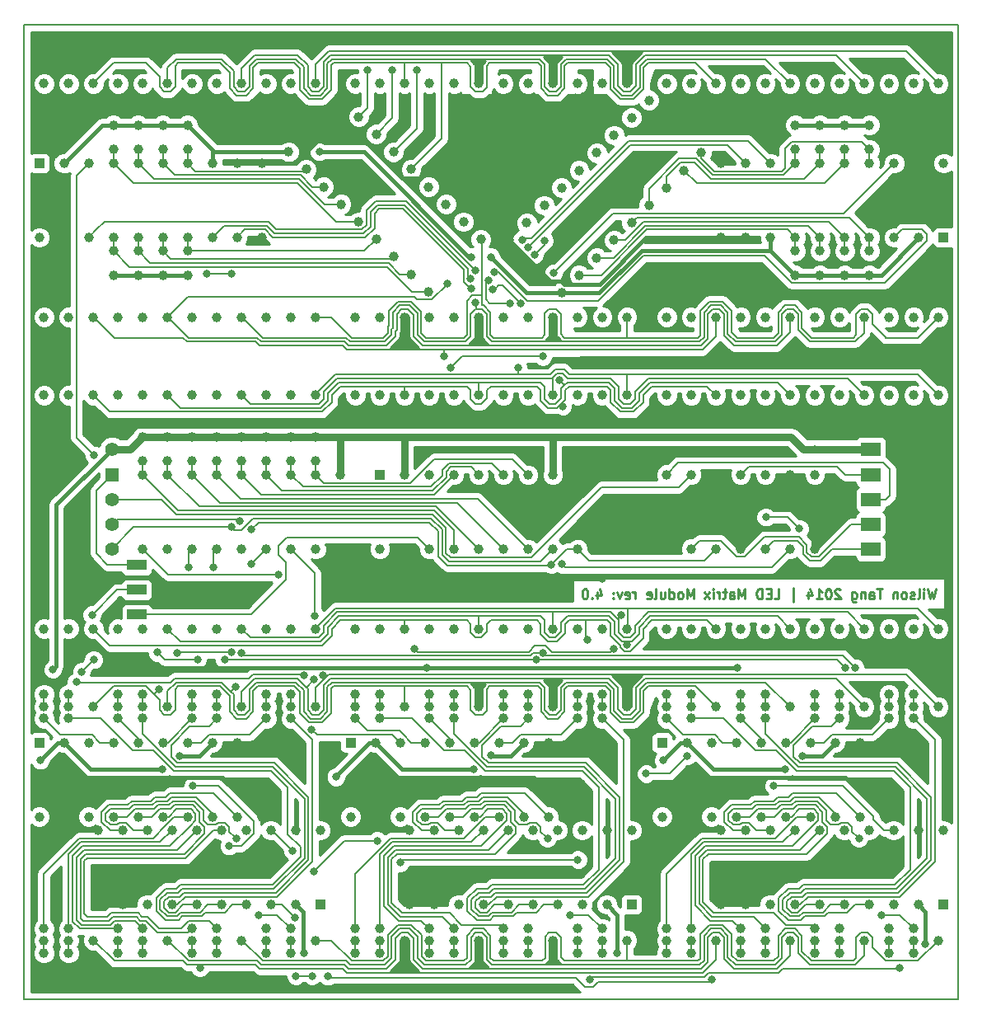
<source format=gbl>
G04 (created by PCBNEW (2013-07-07 BZR 4022)-stable) date 2/5/2014 11:08:06 AM*
%MOIN*%
G04 Gerber Fmt 3.4, Leading zero omitted, Abs format*
%FSLAX34Y34*%
G01*
G70*
G90*
G04 APERTURE LIST*
%ADD10C,0.00590551*%
%ADD11C,0.00984252*%
%ADD12C,0.0393701*%
%ADD13R,0.0393701X0.0393701*%
%ADD14R,0.055X0.055*%
%ADD15C,0.055*%
%ADD16R,0.0787402X0.055*%
%ADD17R,0.0787402X0.0393701*%
%ADD18C,0.0314961*%
%ADD19C,0.015748*%
%ADD20C,0.0314961*%
%ADD21C,0.008*%
%ADD22C,0.01*%
G04 APERTURE END LIST*
G54D10*
G54D11*
X43185Y-28702D02*
X43091Y-29096D01*
X43016Y-28815D01*
X42941Y-29096D01*
X42847Y-28702D01*
X42697Y-29096D02*
X42697Y-28833D01*
X42697Y-28702D02*
X42716Y-28721D01*
X42697Y-28740D01*
X42679Y-28721D01*
X42697Y-28702D01*
X42697Y-28740D01*
X42454Y-29096D02*
X42491Y-29077D01*
X42510Y-29040D01*
X42510Y-28702D01*
X42322Y-29077D02*
X42285Y-29096D01*
X42210Y-29096D01*
X42172Y-29077D01*
X42154Y-29040D01*
X42154Y-29021D01*
X42172Y-28983D01*
X42210Y-28965D01*
X42266Y-28965D01*
X42304Y-28946D01*
X42322Y-28908D01*
X42322Y-28890D01*
X42304Y-28852D01*
X42266Y-28833D01*
X42210Y-28833D01*
X42172Y-28852D01*
X41929Y-29096D02*
X41966Y-29077D01*
X41985Y-29058D01*
X42004Y-29021D01*
X42004Y-28908D01*
X41985Y-28871D01*
X41966Y-28852D01*
X41929Y-28833D01*
X41872Y-28833D01*
X41835Y-28852D01*
X41816Y-28871D01*
X41797Y-28908D01*
X41797Y-29021D01*
X41816Y-29058D01*
X41835Y-29077D01*
X41872Y-29096D01*
X41929Y-29096D01*
X41629Y-28833D02*
X41629Y-29096D01*
X41629Y-28871D02*
X41610Y-28852D01*
X41572Y-28833D01*
X41516Y-28833D01*
X41479Y-28852D01*
X41460Y-28890D01*
X41460Y-29096D01*
X41029Y-28702D02*
X40804Y-28702D01*
X40916Y-29096D02*
X40916Y-28702D01*
X40504Y-29096D02*
X40504Y-28890D01*
X40523Y-28852D01*
X40560Y-28833D01*
X40635Y-28833D01*
X40673Y-28852D01*
X40504Y-29077D02*
X40541Y-29096D01*
X40635Y-29096D01*
X40673Y-29077D01*
X40691Y-29040D01*
X40691Y-29002D01*
X40673Y-28965D01*
X40635Y-28946D01*
X40541Y-28946D01*
X40504Y-28927D01*
X40316Y-28833D02*
X40316Y-29096D01*
X40316Y-28871D02*
X40298Y-28852D01*
X40260Y-28833D01*
X40204Y-28833D01*
X40166Y-28852D01*
X40148Y-28890D01*
X40148Y-29096D01*
X39791Y-28833D02*
X39791Y-29152D01*
X39810Y-29190D01*
X39829Y-29208D01*
X39866Y-29227D01*
X39923Y-29227D01*
X39960Y-29208D01*
X39791Y-29077D02*
X39829Y-29096D01*
X39904Y-29096D01*
X39941Y-29077D01*
X39960Y-29058D01*
X39979Y-29021D01*
X39979Y-28908D01*
X39960Y-28871D01*
X39941Y-28852D01*
X39904Y-28833D01*
X39829Y-28833D01*
X39791Y-28852D01*
X39323Y-28740D02*
X39304Y-28721D01*
X39266Y-28702D01*
X39173Y-28702D01*
X39135Y-28721D01*
X39116Y-28740D01*
X39098Y-28777D01*
X39098Y-28815D01*
X39116Y-28871D01*
X39341Y-29096D01*
X39098Y-29096D01*
X38854Y-28702D02*
X38817Y-28702D01*
X38779Y-28721D01*
X38760Y-28740D01*
X38742Y-28777D01*
X38723Y-28852D01*
X38723Y-28946D01*
X38742Y-29021D01*
X38760Y-29058D01*
X38779Y-29077D01*
X38817Y-29096D01*
X38854Y-29096D01*
X38892Y-29077D01*
X38910Y-29058D01*
X38929Y-29021D01*
X38948Y-28946D01*
X38948Y-28852D01*
X38929Y-28777D01*
X38910Y-28740D01*
X38892Y-28721D01*
X38854Y-28702D01*
X38348Y-29096D02*
X38573Y-29096D01*
X38460Y-29096D02*
X38460Y-28702D01*
X38498Y-28758D01*
X38535Y-28796D01*
X38573Y-28815D01*
X38010Y-28833D02*
X38010Y-29096D01*
X38104Y-28683D02*
X38198Y-28965D01*
X37954Y-28965D01*
X37410Y-29227D02*
X37410Y-28665D01*
X36642Y-29096D02*
X36829Y-29096D01*
X36829Y-28702D01*
X36511Y-28890D02*
X36379Y-28890D01*
X36323Y-29096D02*
X36511Y-29096D01*
X36511Y-28702D01*
X36323Y-28702D01*
X36154Y-29096D02*
X36154Y-28702D01*
X36061Y-28702D01*
X36004Y-28721D01*
X35967Y-28758D01*
X35948Y-28796D01*
X35929Y-28871D01*
X35929Y-28927D01*
X35948Y-29002D01*
X35967Y-29040D01*
X36004Y-29077D01*
X36061Y-29096D01*
X36154Y-29096D01*
X35461Y-29096D02*
X35461Y-28702D01*
X35329Y-28983D01*
X35198Y-28702D01*
X35198Y-29096D01*
X34842Y-29096D02*
X34842Y-28890D01*
X34861Y-28852D01*
X34898Y-28833D01*
X34973Y-28833D01*
X35011Y-28852D01*
X34842Y-29077D02*
X34880Y-29096D01*
X34973Y-29096D01*
X35011Y-29077D01*
X35029Y-29040D01*
X35029Y-29002D01*
X35011Y-28965D01*
X34973Y-28946D01*
X34880Y-28946D01*
X34842Y-28927D01*
X34711Y-28833D02*
X34561Y-28833D01*
X34655Y-28702D02*
X34655Y-29040D01*
X34636Y-29077D01*
X34598Y-29096D01*
X34561Y-29096D01*
X34430Y-29096D02*
X34430Y-28833D01*
X34430Y-28908D02*
X34411Y-28871D01*
X34392Y-28852D01*
X34355Y-28833D01*
X34317Y-28833D01*
X34186Y-29096D02*
X34186Y-28833D01*
X34186Y-28702D02*
X34205Y-28721D01*
X34186Y-28740D01*
X34167Y-28721D01*
X34186Y-28702D01*
X34186Y-28740D01*
X34036Y-29096D02*
X33830Y-28833D01*
X34036Y-28833D02*
X33830Y-29096D01*
X33380Y-29096D02*
X33380Y-28702D01*
X33248Y-28983D01*
X33117Y-28702D01*
X33117Y-29096D01*
X32874Y-29096D02*
X32911Y-29077D01*
X32930Y-29058D01*
X32949Y-29021D01*
X32949Y-28908D01*
X32930Y-28871D01*
X32911Y-28852D01*
X32874Y-28833D01*
X32817Y-28833D01*
X32780Y-28852D01*
X32761Y-28871D01*
X32742Y-28908D01*
X32742Y-29021D01*
X32761Y-29058D01*
X32780Y-29077D01*
X32817Y-29096D01*
X32874Y-29096D01*
X32405Y-29096D02*
X32405Y-28702D01*
X32405Y-29077D02*
X32442Y-29096D01*
X32517Y-29096D01*
X32555Y-29077D01*
X32574Y-29058D01*
X32592Y-29021D01*
X32592Y-28908D01*
X32574Y-28871D01*
X32555Y-28852D01*
X32517Y-28833D01*
X32442Y-28833D01*
X32405Y-28852D01*
X32049Y-28833D02*
X32049Y-29096D01*
X32217Y-28833D02*
X32217Y-29040D01*
X32199Y-29077D01*
X32161Y-29096D01*
X32105Y-29096D01*
X32067Y-29077D01*
X32049Y-29058D01*
X31805Y-29096D02*
X31842Y-29077D01*
X31861Y-29040D01*
X31861Y-28702D01*
X31505Y-29077D02*
X31542Y-29096D01*
X31617Y-29096D01*
X31655Y-29077D01*
X31674Y-29040D01*
X31674Y-28890D01*
X31655Y-28852D01*
X31617Y-28833D01*
X31542Y-28833D01*
X31505Y-28852D01*
X31486Y-28890D01*
X31486Y-28927D01*
X31674Y-28965D01*
X31017Y-29096D02*
X31017Y-28833D01*
X31017Y-28908D02*
X30999Y-28871D01*
X30980Y-28852D01*
X30943Y-28833D01*
X30905Y-28833D01*
X30624Y-29077D02*
X30661Y-29096D01*
X30736Y-29096D01*
X30774Y-29077D01*
X30793Y-29040D01*
X30793Y-28890D01*
X30774Y-28852D01*
X30736Y-28833D01*
X30661Y-28833D01*
X30624Y-28852D01*
X30605Y-28890D01*
X30605Y-28927D01*
X30793Y-28965D01*
X30474Y-28833D02*
X30380Y-29096D01*
X30286Y-28833D01*
X30136Y-29058D02*
X30118Y-29077D01*
X30136Y-29096D01*
X30155Y-29077D01*
X30136Y-29058D01*
X30136Y-29096D01*
X30136Y-28852D02*
X30118Y-28871D01*
X30136Y-28890D01*
X30155Y-28871D01*
X30136Y-28852D01*
X30136Y-28890D01*
X29480Y-28833D02*
X29480Y-29096D01*
X29574Y-28683D02*
X29668Y-28965D01*
X29424Y-28965D01*
X29274Y-29058D02*
X29255Y-29077D01*
X29274Y-29096D01*
X29293Y-29077D01*
X29274Y-29058D01*
X29274Y-29096D01*
X29011Y-28702D02*
X28974Y-28702D01*
X28937Y-28721D01*
X28918Y-28740D01*
X28899Y-28777D01*
X28880Y-28852D01*
X28880Y-28946D01*
X28899Y-29021D01*
X28918Y-29058D01*
X28937Y-29077D01*
X28974Y-29096D01*
X29011Y-29096D01*
X29049Y-29077D01*
X29068Y-29058D01*
X29086Y-29021D01*
X29105Y-28946D01*
X29105Y-28852D01*
X29086Y-28777D01*
X29068Y-28740D01*
X29049Y-28721D01*
X29011Y-28702D01*
G54D10*
X6299Y-45275D02*
X6299Y-5905D01*
X44094Y-45275D02*
X6299Y-45275D01*
X44094Y-5905D02*
X44094Y-45275D01*
X6299Y-5905D02*
X44094Y-5905D01*
G54D12*
X38291Y-27085D03*
X37291Y-27085D03*
X36291Y-27085D03*
X35291Y-27085D03*
X34291Y-27085D03*
X33291Y-27085D03*
X32295Y-27085D03*
X32295Y-24085D03*
X33291Y-24085D03*
X34291Y-24085D03*
X35291Y-24085D03*
X36291Y-24085D03*
X37291Y-24085D03*
X38291Y-24085D03*
X37503Y-10935D03*
X37503Y-9951D03*
X38503Y-10935D03*
X38503Y-9951D03*
X39503Y-10935D03*
X39503Y-9951D03*
X40503Y-10935D03*
X40503Y-9951D03*
X18094Y-23535D03*
X18094Y-22551D03*
X17094Y-23535D03*
X17094Y-22551D03*
X16094Y-23535D03*
X16094Y-22551D03*
X15094Y-23535D03*
X15094Y-22551D03*
X14094Y-23535D03*
X14094Y-22551D03*
X13094Y-23535D03*
X13094Y-22551D03*
X12094Y-23535D03*
X12094Y-22551D03*
X11094Y-23535D03*
X11094Y-22551D03*
X37503Y-15035D03*
X37503Y-16019D03*
X38503Y-15035D03*
X38503Y-16019D03*
X39503Y-15035D03*
X39503Y-16019D03*
X40503Y-15035D03*
X40503Y-16019D03*
X12917Y-10935D03*
X12917Y-9951D03*
X11917Y-10935D03*
X11917Y-9951D03*
X10917Y-10935D03*
X10917Y-9951D03*
X9917Y-10935D03*
X9917Y-9951D03*
X12917Y-15035D03*
X12917Y-16019D03*
X11917Y-15035D03*
X11917Y-16019D03*
X10917Y-15035D03*
X10917Y-16019D03*
X9917Y-15035D03*
X9917Y-16019D03*
X22661Y-16684D03*
X21954Y-15977D03*
X21247Y-15270D03*
X20540Y-14563D03*
X19833Y-13855D03*
X19125Y-13148D03*
X18418Y-12441D03*
X17711Y-11734D03*
X17004Y-11027D03*
X19125Y-8906D03*
X19833Y-9613D03*
X20540Y-10320D03*
X21247Y-11027D03*
X21954Y-11734D03*
X22661Y-12441D03*
X23368Y-13148D03*
X24075Y-13855D03*
X24782Y-14563D03*
X11094Y-24090D03*
X12094Y-24090D03*
X13094Y-24090D03*
X14094Y-24090D03*
X15094Y-24090D03*
X16094Y-24090D03*
X17094Y-24090D03*
X18094Y-24090D03*
X19094Y-24090D03*
X19094Y-27090D03*
X18094Y-27090D03*
X17094Y-27090D03*
X16094Y-27090D03*
X15094Y-27090D03*
X14094Y-27090D03*
X13094Y-27090D03*
X12094Y-27090D03*
X11094Y-27090D03*
X33706Y-11067D03*
X32999Y-11774D03*
X32292Y-12481D03*
X31585Y-13188D03*
X30877Y-13896D03*
X30170Y-14603D03*
X29463Y-15310D03*
X28756Y-16017D03*
X28049Y-16724D03*
X25928Y-14603D03*
X26635Y-13896D03*
X27342Y-13188D03*
X28049Y-12481D03*
X28756Y-11774D03*
X29463Y-11067D03*
X30170Y-10360D03*
X30877Y-9653D03*
X31585Y-8946D03*
G54D13*
X6917Y-11492D03*
G54D12*
X7917Y-11492D03*
X8917Y-11492D03*
X9917Y-11492D03*
X10917Y-11492D03*
X11917Y-11492D03*
X12917Y-11492D03*
X13917Y-11492D03*
X14917Y-11492D03*
X15917Y-11492D03*
X6917Y-14492D03*
X7917Y-14492D03*
X8917Y-14492D03*
X9917Y-14492D03*
X10917Y-14492D03*
X11917Y-14492D03*
X12917Y-14492D03*
X13917Y-14492D03*
X14917Y-14492D03*
X15917Y-14492D03*
G54D13*
X19515Y-34917D03*
G54D12*
X20515Y-34917D03*
X21515Y-34917D03*
X22515Y-34917D03*
X23515Y-34917D03*
X24515Y-34917D03*
X25515Y-34917D03*
X26515Y-34917D03*
X27515Y-34917D03*
X28515Y-34917D03*
X19515Y-37917D03*
X20515Y-37917D03*
X21515Y-37917D03*
X22515Y-37917D03*
X23515Y-37917D03*
X24515Y-37917D03*
X25515Y-37917D03*
X26515Y-37917D03*
X27515Y-37917D03*
X28515Y-37917D03*
G54D13*
X30877Y-41460D03*
G54D12*
X29877Y-41460D03*
X28877Y-41460D03*
X27877Y-41460D03*
X26877Y-41460D03*
X25877Y-41460D03*
X24877Y-41460D03*
X23877Y-41460D03*
X22877Y-41460D03*
X21877Y-41460D03*
X30877Y-38460D03*
X29877Y-38460D03*
X28877Y-38460D03*
X27877Y-38460D03*
X26877Y-38460D03*
X25877Y-38460D03*
X24877Y-38460D03*
X23877Y-38460D03*
X22877Y-38460D03*
X21877Y-38460D03*
G54D13*
X32114Y-34917D03*
G54D12*
X33114Y-34917D03*
X34114Y-34917D03*
X35114Y-34917D03*
X36114Y-34917D03*
X37114Y-34917D03*
X38114Y-34917D03*
X39114Y-34917D03*
X40114Y-34917D03*
X41114Y-34917D03*
X32114Y-37917D03*
X33114Y-37917D03*
X34114Y-37917D03*
X35114Y-37917D03*
X36114Y-37917D03*
X37114Y-37917D03*
X38114Y-37917D03*
X39114Y-37917D03*
X40114Y-37917D03*
X41114Y-37917D03*
G54D13*
X43476Y-41460D03*
G54D12*
X42476Y-41460D03*
X41476Y-41460D03*
X40476Y-41460D03*
X39476Y-41460D03*
X38476Y-41460D03*
X37476Y-41460D03*
X36476Y-41460D03*
X35476Y-41460D03*
X34476Y-41460D03*
X43476Y-38460D03*
X42476Y-38460D03*
X41476Y-38460D03*
X40476Y-38460D03*
X39476Y-38460D03*
X38476Y-38460D03*
X37476Y-38460D03*
X36476Y-38460D03*
X35476Y-38460D03*
X34476Y-38460D03*
G54D13*
X18279Y-41460D03*
G54D12*
X17279Y-41460D03*
X16279Y-41460D03*
X15279Y-41460D03*
X14279Y-41460D03*
X13279Y-41460D03*
X12279Y-41460D03*
X11279Y-41460D03*
X10279Y-41460D03*
X9279Y-41460D03*
X18279Y-38460D03*
X17279Y-38460D03*
X16279Y-38460D03*
X15279Y-38460D03*
X14279Y-38460D03*
X13279Y-38460D03*
X12279Y-38460D03*
X11279Y-38460D03*
X10279Y-38460D03*
X9279Y-38460D03*
G54D13*
X43503Y-14492D03*
G54D12*
X42503Y-14492D03*
X41503Y-14492D03*
X40503Y-14492D03*
X39503Y-14492D03*
X38503Y-14492D03*
X37503Y-14492D03*
X36503Y-14492D03*
X35503Y-14492D03*
X34503Y-14492D03*
X43503Y-11492D03*
X42503Y-11492D03*
X41503Y-11492D03*
X40503Y-11492D03*
X39503Y-11492D03*
X38503Y-11492D03*
X37503Y-11492D03*
X36503Y-11492D03*
X35503Y-11492D03*
X34503Y-11492D03*
G54D13*
X20692Y-24090D03*
G54D12*
X21692Y-24090D03*
X22692Y-24090D03*
X23692Y-24090D03*
X24692Y-24090D03*
X25692Y-24090D03*
X26692Y-24090D03*
X27692Y-24090D03*
X28692Y-24090D03*
X29692Y-24090D03*
X20692Y-27090D03*
X21692Y-27090D03*
X22692Y-27090D03*
X23692Y-27090D03*
X24692Y-27090D03*
X25692Y-27090D03*
X26692Y-27090D03*
X27692Y-27090D03*
X28692Y-27090D03*
X29692Y-27090D03*
G54D13*
X6917Y-34917D03*
G54D12*
X7917Y-34917D03*
X8917Y-34917D03*
X9917Y-34917D03*
X10917Y-34917D03*
X11917Y-34917D03*
X12917Y-34917D03*
X13917Y-34917D03*
X14917Y-34917D03*
X15917Y-34917D03*
X6917Y-37917D03*
X7917Y-37917D03*
X8917Y-37917D03*
X9917Y-37917D03*
X10917Y-37917D03*
X11917Y-37917D03*
X12917Y-37917D03*
X13917Y-37917D03*
X14917Y-37917D03*
X15917Y-37917D03*
G54D14*
X9842Y-22047D03*
G54D15*
X9842Y-23047D03*
G54D16*
X40551Y-23047D03*
X40551Y-22047D03*
G54D17*
X10862Y-27736D03*
X10862Y-28736D03*
X10862Y-29736D03*
G54D12*
X19696Y-32956D03*
X19696Y-33940D03*
X14094Y-42437D03*
X14094Y-43421D03*
X20692Y-42437D03*
X20692Y-43421D03*
X23692Y-42437D03*
X23692Y-43421D03*
X26692Y-42437D03*
X26692Y-43421D03*
X29692Y-42437D03*
X29692Y-43421D03*
X29692Y-32956D03*
X29692Y-33940D03*
X26692Y-32956D03*
X26692Y-33940D03*
X23692Y-32956D03*
X23692Y-33940D03*
X20692Y-32956D03*
X20692Y-33940D03*
X11094Y-42437D03*
X11094Y-43421D03*
X32291Y-42437D03*
X32291Y-43421D03*
X35291Y-42437D03*
X35291Y-43421D03*
X38291Y-42437D03*
X38291Y-43421D03*
X41291Y-42437D03*
X41291Y-43421D03*
X41291Y-32956D03*
X41291Y-33940D03*
X38291Y-32956D03*
X38291Y-33940D03*
X35291Y-32956D03*
X35291Y-33940D03*
X32295Y-32956D03*
X32295Y-33940D03*
X8094Y-42437D03*
X8094Y-43421D03*
X11094Y-32956D03*
X11094Y-33940D03*
X8094Y-32956D03*
X8094Y-33940D03*
X14094Y-32956D03*
X14094Y-33940D03*
X17094Y-32956D03*
X17094Y-33940D03*
X17094Y-42437D03*
X17094Y-43421D03*
X19692Y-42437D03*
X19692Y-43421D03*
X22692Y-42437D03*
X22692Y-43421D03*
X25692Y-42437D03*
X25692Y-43421D03*
X28692Y-42437D03*
X28692Y-43421D03*
X28692Y-32956D03*
X28692Y-33940D03*
X25692Y-32956D03*
X25692Y-33940D03*
X22692Y-32956D03*
X22692Y-33940D03*
X10094Y-42437D03*
X10094Y-43421D03*
X13094Y-42437D03*
X13094Y-43421D03*
X16094Y-42437D03*
X16094Y-43421D03*
X13094Y-32956D03*
X13094Y-33940D03*
X16094Y-32956D03*
X16094Y-33940D03*
X33291Y-42437D03*
X33291Y-43421D03*
X36291Y-42437D03*
X36291Y-43421D03*
X39291Y-42437D03*
X39291Y-43421D03*
X42291Y-42437D03*
X42291Y-43421D03*
X42291Y-32956D03*
X42291Y-33940D03*
X39291Y-32956D03*
X39291Y-33940D03*
X36291Y-32956D03*
X36291Y-33940D03*
X33291Y-32956D03*
X33291Y-33940D03*
X7098Y-32956D03*
X7098Y-33940D03*
X7094Y-42437D03*
X7094Y-43421D03*
X10094Y-32956D03*
X10094Y-33940D03*
G54D14*
X9842Y-24090D03*
G54D15*
X9842Y-25090D03*
X9842Y-26090D03*
X9842Y-27090D03*
G54D16*
X40551Y-27090D03*
X40551Y-26090D03*
X40551Y-25090D03*
X40551Y-24090D03*
G54D12*
X7098Y-17716D03*
X8094Y-17716D03*
X9094Y-17716D03*
X10094Y-17716D03*
X11094Y-17716D03*
X12094Y-17716D03*
X13094Y-17716D03*
X14094Y-17716D03*
X15094Y-17716D03*
X16094Y-17716D03*
X17094Y-17716D03*
X18094Y-17716D03*
X18094Y-8267D03*
X17094Y-8267D03*
X16094Y-8267D03*
X15094Y-8267D03*
X14094Y-8267D03*
X13094Y-8267D03*
X12094Y-8267D03*
X11094Y-8267D03*
X10094Y-8267D03*
X9094Y-8267D03*
X8094Y-8267D03*
X7098Y-8267D03*
X32295Y-17716D03*
X33291Y-17716D03*
X34291Y-17716D03*
X35291Y-17716D03*
X36291Y-17716D03*
X37291Y-17716D03*
X38291Y-17716D03*
X39291Y-17716D03*
X40291Y-17716D03*
X41291Y-17716D03*
X42291Y-17716D03*
X43291Y-17716D03*
X43291Y-8267D03*
X42291Y-8267D03*
X41291Y-8267D03*
X40291Y-8267D03*
X39291Y-8267D03*
X38291Y-8267D03*
X37291Y-8267D03*
X36291Y-8267D03*
X35291Y-8267D03*
X34291Y-8267D03*
X33291Y-8267D03*
X32295Y-8267D03*
X19696Y-30314D03*
X20692Y-30314D03*
X21692Y-30314D03*
X22692Y-30314D03*
X23692Y-30314D03*
X24692Y-30314D03*
X25692Y-30314D03*
X26692Y-30314D03*
X27692Y-30314D03*
X28692Y-30314D03*
X29692Y-30314D03*
X30692Y-30314D03*
X30692Y-20866D03*
X29692Y-20866D03*
X28692Y-20866D03*
X27692Y-20866D03*
X26692Y-20866D03*
X25692Y-20866D03*
X24692Y-20866D03*
X23692Y-20866D03*
X22692Y-20866D03*
X21692Y-20866D03*
X20692Y-20866D03*
X19696Y-20866D03*
X32295Y-30314D03*
X33291Y-30314D03*
X34291Y-30314D03*
X35291Y-30314D03*
X36291Y-30314D03*
X37291Y-30314D03*
X38291Y-30314D03*
X39291Y-30314D03*
X40291Y-30314D03*
X41291Y-30314D03*
X42291Y-30314D03*
X43291Y-30314D03*
X43291Y-20866D03*
X42291Y-20866D03*
X41291Y-20866D03*
X40291Y-20866D03*
X39291Y-20866D03*
X38291Y-20866D03*
X37291Y-20866D03*
X36291Y-20866D03*
X35291Y-20866D03*
X34291Y-20866D03*
X33291Y-20866D03*
X32295Y-20866D03*
X7098Y-42913D03*
X8094Y-42913D03*
X9094Y-42913D03*
X10094Y-42913D03*
X11094Y-42913D03*
X12094Y-42913D03*
X13094Y-42913D03*
X14094Y-42913D03*
X15094Y-42913D03*
X16094Y-42913D03*
X17094Y-42913D03*
X18094Y-42913D03*
X18094Y-33464D03*
X17094Y-33464D03*
X16094Y-33464D03*
X15094Y-33464D03*
X14094Y-33464D03*
X13094Y-33464D03*
X12094Y-33464D03*
X11094Y-33464D03*
X10094Y-33464D03*
X9094Y-33464D03*
X8094Y-33464D03*
X7098Y-33464D03*
X19696Y-17716D03*
X20692Y-17716D03*
X21692Y-17716D03*
X22692Y-17716D03*
X23692Y-17716D03*
X24692Y-17716D03*
X25692Y-17716D03*
X26692Y-17716D03*
X27692Y-17716D03*
X28692Y-17716D03*
X29692Y-17716D03*
X30692Y-17716D03*
X30692Y-8267D03*
X29692Y-8267D03*
X28692Y-8267D03*
X27692Y-8267D03*
X26692Y-8267D03*
X25692Y-8267D03*
X24692Y-8267D03*
X23692Y-8267D03*
X22692Y-8267D03*
X21692Y-8267D03*
X20692Y-8267D03*
X19696Y-8267D03*
X19696Y-42913D03*
X20692Y-42913D03*
X21692Y-42913D03*
X22692Y-42913D03*
X23692Y-42913D03*
X24692Y-42913D03*
X25692Y-42913D03*
X26692Y-42913D03*
X27692Y-42913D03*
X28692Y-42913D03*
X29692Y-42913D03*
X30692Y-42913D03*
X30692Y-33464D03*
X29692Y-33464D03*
X28692Y-33464D03*
X27692Y-33464D03*
X26692Y-33464D03*
X25692Y-33464D03*
X24692Y-33464D03*
X23692Y-33464D03*
X22692Y-33464D03*
X21692Y-33464D03*
X20692Y-33464D03*
X19696Y-33464D03*
X32295Y-42913D03*
X33291Y-42913D03*
X34291Y-42913D03*
X35291Y-42913D03*
X36291Y-42913D03*
X37291Y-42913D03*
X38291Y-42913D03*
X39291Y-42913D03*
X40291Y-42913D03*
X41291Y-42913D03*
X42291Y-42913D03*
X43291Y-42913D03*
X43291Y-33464D03*
X42291Y-33464D03*
X41291Y-33464D03*
X40291Y-33464D03*
X39291Y-33464D03*
X38291Y-33464D03*
X37291Y-33464D03*
X36291Y-33464D03*
X35291Y-33464D03*
X34291Y-33464D03*
X33291Y-33464D03*
X32295Y-33464D03*
X7098Y-30314D03*
X8094Y-30314D03*
X9094Y-30314D03*
X10094Y-30314D03*
X11094Y-30314D03*
X12094Y-30314D03*
X13094Y-30314D03*
X14094Y-30314D03*
X15094Y-30314D03*
X16094Y-30314D03*
X17094Y-30314D03*
X18094Y-30314D03*
X18094Y-20866D03*
X17094Y-20866D03*
X16094Y-20866D03*
X15094Y-20866D03*
X14094Y-20866D03*
X13094Y-20866D03*
X12094Y-20866D03*
X11094Y-20866D03*
X10094Y-20866D03*
X9094Y-20866D03*
X8094Y-20866D03*
X7098Y-20866D03*
G54D18*
X17622Y-43437D03*
X24476Y-35980D03*
X18917Y-36303D03*
X25173Y-35429D03*
X32153Y-35629D03*
X30299Y-43433D03*
X42763Y-43047D03*
X38291Y-23047D03*
X37791Y-35448D03*
X37078Y-35980D03*
X7460Y-31960D03*
X6956Y-35629D03*
X25181Y-15279D03*
X24401Y-15275D03*
X18240Y-11031D03*
X11881Y-35980D03*
X12594Y-35448D03*
X9137Y-23303D03*
X18578Y-44366D03*
X17255Y-41980D03*
X34110Y-44503D03*
X34637Y-9389D03*
X29704Y-22047D03*
X29688Y-28307D03*
X15460Y-22047D03*
X9102Y-21511D03*
X34291Y-22047D03*
X37291Y-22047D03*
X33925Y-36314D03*
X35161Y-31881D03*
X21326Y-36311D03*
X22586Y-31877D03*
X8728Y-36318D03*
X9889Y-31984D03*
X17283Y-34917D03*
X42476Y-34917D03*
X29874Y-34921D03*
X40988Y-41877D03*
X15791Y-41877D03*
X22192Y-7720D03*
X30456Y-29759D03*
X21188Y-7720D03*
X20192Y-7720D03*
X30696Y-30948D03*
X24547Y-17122D03*
X23413Y-16350D03*
X23291Y-19303D03*
X14877Y-38791D03*
X29090Y-30771D03*
X27476Y-38787D03*
X27358Y-14622D03*
X26960Y-15181D03*
X26291Y-19751D03*
X27972Y-20263D03*
X28094Y-21318D03*
X8625Y-32043D03*
X9110Y-31562D03*
X9043Y-29744D03*
X23570Y-19751D03*
X27291Y-19303D03*
X27716Y-15940D03*
X25330Y-15877D03*
X24547Y-15818D03*
X22094Y-31122D03*
X30141Y-31122D03*
X33129Y-35460D03*
X31472Y-36173D03*
X17937Y-34385D03*
X17633Y-32200D03*
X8413Y-32468D03*
X41732Y-44039D03*
X29188Y-44500D03*
X28704Y-39645D03*
X21515Y-39767D03*
X20586Y-38877D03*
X18023Y-40110D03*
X17153Y-39295D03*
X36633Y-36665D03*
X37669Y-26267D03*
X36311Y-25799D03*
X18035Y-32354D03*
X18062Y-29783D03*
X14866Y-32649D03*
X15496Y-27688D03*
X11763Y-32767D03*
X12484Y-31279D03*
X14692Y-31267D03*
X14598Y-39098D03*
X13137Y-36657D03*
X13326Y-31559D03*
X11685Y-31267D03*
X17940Y-44342D03*
X17295Y-44342D03*
X16574Y-28125D03*
X12960Y-27838D03*
X13413Y-44023D03*
X13968Y-27830D03*
X18405Y-32200D03*
X40074Y-38791D03*
X28389Y-41877D03*
X15496Y-26303D03*
X15019Y-25968D03*
X27633Y-27716D03*
X39913Y-31881D03*
X15090Y-31283D03*
X27291Y-31283D03*
X24389Y-16562D03*
X26374Y-17149D03*
X26677Y-14901D03*
X25271Y-16574D03*
X28062Y-27704D03*
X13704Y-15956D03*
X14696Y-15956D03*
X14692Y-26200D03*
X27011Y-31562D03*
X14413Y-31562D03*
X39515Y-31877D03*
X24354Y-16165D03*
X25972Y-17145D03*
X26444Y-14578D03*
X25106Y-16208D03*
G54D19*
X17279Y-41460D02*
X17582Y-41763D01*
X17582Y-43397D02*
X17622Y-43437D01*
X17582Y-41763D02*
X17582Y-43397D01*
G54D20*
X13094Y-22551D02*
X12094Y-22551D01*
X12094Y-22551D02*
X11094Y-22551D01*
G54D19*
X19551Y-35629D02*
X18917Y-36263D01*
X21574Y-35980D02*
X24476Y-35980D01*
X20511Y-34917D02*
X21574Y-35980D01*
X20263Y-34917D02*
X19551Y-35629D01*
X20511Y-34917D02*
X20263Y-34917D01*
X18917Y-36263D02*
X18917Y-36303D01*
X26511Y-34917D02*
X25980Y-35448D01*
X25192Y-35448D02*
X25980Y-35448D01*
X25173Y-35429D02*
X25192Y-35448D01*
X33114Y-34917D02*
X32866Y-34917D01*
X32866Y-34917D02*
X32153Y-35629D01*
X30299Y-43433D02*
X30299Y-41881D01*
X30299Y-41881D02*
X29877Y-41460D01*
X42763Y-43047D02*
X42763Y-41748D01*
X42476Y-41460D02*
X42763Y-41748D01*
X38582Y-35448D02*
X39114Y-34917D01*
X37791Y-35448D02*
X38582Y-35448D01*
X34177Y-35980D02*
X37078Y-35980D01*
X33114Y-34917D02*
X34177Y-35980D01*
G54D20*
X19094Y-24090D02*
X19094Y-22551D01*
X9842Y-23047D02*
X10598Y-23047D01*
X10598Y-23047D02*
X11094Y-22551D01*
X27692Y-24090D02*
X27688Y-24086D01*
X27688Y-24086D02*
X27688Y-22551D01*
X21692Y-24090D02*
X21692Y-22551D01*
G54D19*
X7460Y-31960D02*
X7586Y-31834D01*
X7586Y-25303D02*
X9842Y-23047D01*
X7586Y-31834D02*
X7586Y-25303D01*
X7460Y-31960D02*
X7461Y-31961D01*
X7917Y-34917D02*
X7669Y-34917D01*
X7669Y-34917D02*
X6956Y-35629D01*
X26626Y-16724D02*
X28049Y-16724D01*
X25181Y-15279D02*
X26626Y-16724D01*
X24291Y-15275D02*
X24401Y-15275D01*
X20047Y-11031D02*
X24291Y-15275D01*
X18240Y-11031D02*
X20047Y-11031D01*
X28049Y-16724D02*
X29571Y-16724D01*
X29571Y-16724D02*
X31276Y-15019D01*
X31276Y-15019D02*
X36503Y-15019D01*
X7917Y-34917D02*
X8980Y-35980D01*
X8980Y-35980D02*
X11881Y-35980D01*
X12594Y-35448D02*
X13385Y-35448D01*
X13385Y-35448D02*
X13917Y-34917D01*
G54D20*
X18212Y-22551D02*
X19094Y-22551D01*
X19094Y-22551D02*
X19212Y-22551D01*
X19212Y-22551D02*
X21692Y-22551D01*
X21692Y-22551D02*
X21751Y-22551D01*
X21751Y-22551D02*
X27688Y-22551D01*
X27688Y-22551D02*
X27751Y-22551D01*
X27751Y-22551D02*
X37328Y-22551D01*
X37824Y-23047D02*
X38291Y-23047D01*
X38291Y-23047D02*
X40551Y-23047D01*
X37328Y-22551D02*
X37824Y-23047D01*
X16212Y-22551D02*
X17212Y-22551D01*
X17212Y-22551D02*
X18212Y-22551D01*
X13212Y-22551D02*
X14212Y-22551D01*
X14212Y-22551D02*
X15212Y-22551D01*
X15212Y-22551D02*
X16212Y-22551D01*
G54D19*
X40503Y-16019D02*
X40976Y-16019D01*
X40976Y-16019D02*
X42503Y-14492D01*
X40503Y-16019D02*
X39503Y-16019D01*
X39503Y-16019D02*
X38503Y-16019D01*
X38503Y-16019D02*
X37503Y-16019D01*
X37503Y-16019D02*
X36503Y-15019D01*
X36503Y-15019D02*
X36503Y-14492D01*
X38503Y-9951D02*
X37503Y-9951D01*
X38503Y-9951D02*
X39503Y-9951D01*
X39503Y-9951D02*
X40503Y-9951D01*
X9917Y-9951D02*
X9458Y-9951D01*
X9458Y-9951D02*
X7917Y-11492D01*
X14381Y-11027D02*
X13917Y-11027D01*
X17004Y-11027D02*
X14381Y-11027D01*
G54D21*
X13917Y-11027D02*
X13917Y-11035D01*
G54D19*
X13917Y-11492D02*
X13917Y-11035D01*
G54D21*
X13917Y-11035D02*
X13917Y-10951D01*
G54D19*
X13917Y-10951D02*
X12917Y-9951D01*
X12917Y-9951D02*
X11917Y-9951D01*
X11917Y-9951D02*
X10917Y-9951D01*
X10917Y-9951D02*
X9917Y-9951D01*
X12917Y-16019D02*
X11917Y-16019D01*
X11917Y-16019D02*
X10917Y-16019D01*
X10917Y-16019D02*
X9917Y-16019D01*
G54D21*
X21776Y-25689D02*
X22839Y-25689D01*
X11868Y-25090D02*
X12467Y-25689D01*
X12467Y-25689D02*
X21776Y-25689D01*
X26826Y-27413D02*
X29645Y-24594D01*
X29645Y-24594D02*
X32782Y-24594D01*
X33291Y-24085D02*
X32782Y-24594D01*
X11868Y-25090D02*
X9842Y-25090D01*
X26803Y-27437D02*
X26826Y-27413D01*
X23551Y-27437D02*
X26803Y-27437D01*
X23370Y-27255D02*
X23551Y-27437D01*
X23370Y-26220D02*
X23370Y-27255D01*
X22839Y-25689D02*
X23370Y-26220D01*
X8413Y-11996D02*
X8413Y-22578D01*
X8917Y-11492D02*
X8413Y-11996D01*
X8413Y-22578D02*
X9137Y-23303D01*
X9669Y-27724D02*
X10850Y-27724D01*
X9212Y-24720D02*
X9212Y-27267D01*
X9212Y-27267D02*
X9669Y-27724D01*
X9842Y-24090D02*
X9212Y-24720D01*
X10850Y-27724D02*
X10862Y-27736D01*
X35291Y-24085D02*
X35612Y-23763D01*
X39515Y-24090D02*
X40551Y-24090D01*
X39188Y-23763D02*
X39515Y-24090D01*
X35612Y-23763D02*
X39188Y-23763D01*
X32291Y-24085D02*
X32772Y-23603D01*
X41169Y-25090D02*
X40551Y-25090D01*
X41318Y-24940D02*
X41169Y-25090D01*
X41318Y-23862D02*
X41318Y-24940D01*
X41060Y-23603D02*
X41318Y-23862D01*
X32772Y-23603D02*
X41060Y-23603D01*
X33740Y-44578D02*
X34035Y-44578D01*
X33740Y-44578D02*
X29523Y-44578D01*
X29523Y-44578D02*
X29318Y-44783D01*
X29318Y-44783D02*
X28976Y-44783D01*
X28976Y-44783D02*
X28610Y-44417D01*
X28610Y-44417D02*
X18629Y-44417D01*
X18629Y-44417D02*
X18578Y-44366D01*
X17255Y-41980D02*
X16736Y-41460D01*
X16279Y-41460D02*
X16736Y-41460D01*
X34035Y-44578D02*
X34110Y-44503D01*
G54D19*
X42503Y-11492D02*
X42503Y-10354D01*
X41539Y-9389D02*
X34637Y-9389D01*
X42503Y-10354D02*
X41539Y-9389D01*
X7917Y-14492D02*
X7393Y-13968D01*
X18685Y-9346D02*
X19125Y-8906D01*
X8535Y-9346D02*
X18685Y-9346D01*
X7393Y-10488D02*
X8535Y-9346D01*
X7393Y-13968D02*
X7393Y-10488D01*
X29692Y-27090D02*
X29698Y-27085D01*
X29698Y-27085D02*
X32295Y-27085D01*
X21692Y-27090D02*
X22909Y-28307D01*
X22909Y-28307D02*
X29688Y-28307D01*
X19094Y-27090D02*
X19559Y-27555D01*
X21228Y-27555D02*
X21692Y-27090D01*
X19559Y-27555D02*
X21228Y-27555D01*
X9307Y-21511D02*
X9842Y-22047D01*
X9102Y-21511D02*
X9307Y-21511D01*
G54D20*
X32291Y-27085D02*
X34291Y-25085D01*
X34291Y-24085D02*
X34291Y-25085D01*
X34291Y-25085D02*
X35291Y-26085D01*
X35291Y-27085D02*
X35291Y-26085D01*
X35291Y-26085D02*
X37291Y-24085D01*
X38291Y-27085D02*
X38291Y-25085D01*
X38291Y-25085D02*
X37291Y-24085D01*
G54D19*
X28692Y-24090D02*
X29692Y-24090D01*
X33925Y-36314D02*
X39511Y-36314D01*
X39511Y-36314D02*
X41114Y-37917D01*
X21326Y-36311D02*
X26909Y-36311D01*
X26909Y-36311D02*
X28515Y-37917D01*
X33897Y-31881D02*
X35161Y-31881D01*
X22586Y-31881D02*
X33897Y-31881D01*
X33114Y-37125D02*
X33114Y-37913D01*
X33114Y-37125D02*
X33925Y-36314D01*
X20515Y-37122D02*
X21326Y-36311D01*
X20515Y-37909D02*
X20515Y-37122D01*
X22586Y-31877D02*
X22586Y-31881D01*
X8728Y-36318D02*
X14318Y-36318D01*
X14318Y-36318D02*
X15917Y-37917D01*
X7917Y-37129D02*
X8728Y-36318D01*
X7917Y-37917D02*
X7917Y-37129D01*
X19062Y-31881D02*
X22586Y-31881D01*
X9992Y-31881D02*
X19062Y-31881D01*
X9889Y-31984D02*
X9992Y-31881D01*
X19125Y-9614D02*
X21606Y-12094D01*
X23234Y-11909D02*
X25928Y-14603D01*
X22531Y-11909D02*
X23234Y-11909D01*
X22346Y-12094D02*
X22531Y-11909D01*
X21606Y-12094D02*
X22346Y-12094D01*
X29586Y-16374D02*
X28149Y-16374D01*
X27584Y-16259D02*
X25928Y-14603D01*
X28149Y-16374D02*
X28035Y-16259D01*
X28035Y-16259D02*
X27584Y-16259D01*
X34503Y-14492D02*
X31468Y-14492D01*
X31468Y-14492D02*
X29586Y-16374D01*
G54D20*
X9842Y-22047D02*
X15460Y-22047D01*
X15460Y-22047D02*
X29704Y-22047D01*
X29704Y-22047D02*
X34291Y-22047D01*
X34291Y-22047D02*
X37291Y-22047D01*
X37291Y-22047D02*
X40551Y-22047D01*
G54D19*
X19125Y-9622D02*
X19125Y-9614D01*
X19125Y-9614D02*
X19125Y-8906D01*
X17255Y-11492D02*
X19125Y-9622D01*
X35503Y-14492D02*
X34503Y-14492D01*
X15917Y-11492D02*
X17255Y-11492D01*
X15917Y-11492D02*
X14917Y-11492D01*
X17283Y-34917D02*
X15917Y-34917D01*
X42476Y-34917D02*
X41114Y-34917D01*
X29870Y-34917D02*
X28515Y-34917D01*
G54D21*
X29874Y-34921D02*
X29870Y-34917D01*
G54D19*
X41114Y-34917D02*
X40114Y-34917D01*
X28515Y-34917D02*
X27515Y-34917D01*
X15917Y-34917D02*
X14917Y-34917D01*
X35476Y-41460D02*
X34476Y-41460D01*
X33657Y-38460D02*
X33114Y-37917D01*
X34476Y-38460D02*
X33657Y-38460D01*
X22877Y-41460D02*
X21877Y-41460D01*
X21877Y-38460D02*
X21059Y-38460D01*
X21059Y-38460D02*
X20515Y-37917D01*
X9279Y-38460D02*
X8460Y-38460D01*
X8460Y-38460D02*
X7917Y-37917D01*
X10279Y-41460D02*
X9279Y-41460D01*
G54D21*
X22692Y-42913D02*
X22692Y-43421D01*
X39503Y-10935D02*
X39503Y-11492D01*
X39503Y-11492D02*
X38705Y-12291D01*
X33515Y-12291D02*
X32999Y-11774D01*
X34023Y-12291D02*
X33515Y-12291D01*
X38705Y-12291D02*
X34023Y-12291D01*
X41732Y-41877D02*
X42291Y-42437D01*
X40988Y-41877D02*
X41732Y-41877D01*
X33611Y-39571D02*
X33611Y-41436D01*
X38476Y-38460D02*
X37677Y-39259D01*
X33923Y-39259D02*
X33611Y-39571D01*
X37677Y-39259D02*
X33923Y-39259D01*
X35808Y-41954D02*
X36291Y-42437D01*
X34129Y-41954D02*
X35808Y-41954D01*
X33611Y-41436D02*
X34129Y-41954D01*
X37476Y-38460D02*
X36997Y-38939D01*
X36997Y-38939D02*
X36015Y-38939D01*
X33790Y-38939D02*
X33291Y-39438D01*
X36015Y-38939D02*
X33790Y-38939D01*
X33291Y-39438D02*
X33291Y-42437D01*
X14996Y-41141D02*
X16539Y-41141D01*
X12502Y-41460D02*
X12820Y-41141D01*
X12820Y-41141D02*
X14996Y-41141D01*
X12279Y-41460D02*
X12502Y-41460D01*
X17960Y-34807D02*
X17094Y-33940D01*
X17960Y-39720D02*
X17960Y-34807D01*
X16539Y-41141D02*
X17960Y-39720D01*
X15791Y-41877D02*
X16535Y-41877D01*
X16535Y-41877D02*
X17094Y-42437D01*
X14279Y-38460D02*
X13958Y-38460D01*
X13775Y-42118D02*
X14094Y-42437D01*
X12960Y-42118D02*
X13775Y-42118D01*
X12644Y-42434D02*
X12960Y-42118D01*
X11770Y-42434D02*
X12644Y-42434D01*
X11294Y-41958D02*
X11770Y-42434D01*
X11068Y-41958D02*
X11294Y-41958D01*
X10908Y-41798D02*
X11068Y-41958D01*
X9828Y-41798D02*
X10908Y-41798D01*
X9669Y-41957D02*
X9828Y-41798D01*
X8854Y-41957D02*
X9669Y-41957D01*
X8734Y-41837D02*
X8854Y-41957D01*
X8734Y-39703D02*
X8734Y-41837D01*
X8858Y-39579D02*
X8734Y-39703D01*
X12839Y-39579D02*
X8858Y-39579D01*
X13958Y-38460D02*
X12839Y-39579D01*
X38503Y-10935D02*
X38503Y-11492D01*
X34089Y-12131D02*
X33415Y-11456D01*
X37865Y-12131D02*
X34089Y-12131D01*
X38503Y-11492D02*
X37865Y-12131D01*
X32292Y-12030D02*
X32292Y-12481D01*
X32866Y-11456D02*
X32292Y-12030D01*
X33415Y-11456D02*
X32866Y-11456D01*
X13279Y-38460D02*
X12480Y-39259D01*
X10775Y-42118D02*
X11094Y-42437D01*
X9960Y-42118D02*
X10775Y-42118D01*
X9801Y-42277D02*
X9960Y-42118D01*
X8613Y-42277D02*
X9801Y-42277D01*
X8414Y-42077D02*
X8613Y-42277D01*
X8414Y-39571D02*
X8414Y-42077D01*
X8726Y-39259D02*
X8414Y-39571D01*
X12480Y-39259D02*
X8726Y-39259D01*
X10818Y-38939D02*
X8593Y-38939D01*
X11800Y-38939D02*
X10818Y-38939D01*
X12279Y-38460D02*
X11800Y-38939D01*
X8094Y-39438D02*
X8094Y-42437D01*
X8593Y-38939D02*
X8094Y-39438D01*
X14110Y-40981D02*
X16473Y-40981D01*
X11960Y-41326D02*
X12145Y-41141D01*
X12145Y-41141D02*
X12594Y-41141D01*
X12594Y-41141D02*
X12754Y-40981D01*
X12754Y-40981D02*
X14106Y-40981D01*
X14106Y-40981D02*
X14110Y-40981D01*
X13279Y-41460D02*
X12728Y-41460D01*
X11960Y-41594D02*
X11960Y-41413D01*
X12145Y-41779D02*
X11960Y-41594D01*
X12409Y-41779D02*
X12145Y-41779D01*
X12728Y-41460D02*
X12409Y-41779D01*
X11960Y-41413D02*
X11960Y-41326D01*
X13775Y-34259D02*
X14094Y-33940D01*
X13001Y-34259D02*
X13775Y-34259D01*
X12241Y-35020D02*
X13001Y-34259D01*
X12241Y-35489D02*
X12241Y-35020D01*
X12488Y-35736D02*
X12241Y-35489D01*
X16425Y-35736D02*
X12488Y-35736D01*
X17800Y-37111D02*
X16425Y-35736D01*
X17800Y-39654D02*
X17800Y-37111D01*
X16473Y-40981D02*
X17800Y-39654D01*
X13062Y-40821D02*
X16406Y-40821D01*
X11800Y-41260D02*
X12079Y-40981D01*
X12079Y-40981D02*
X12528Y-40981D01*
X12528Y-40981D02*
X12688Y-40821D01*
X12688Y-40821D02*
X13062Y-40821D01*
X14279Y-41460D02*
X13732Y-41460D01*
X11800Y-41660D02*
X11800Y-41460D01*
X12079Y-41939D02*
X11800Y-41660D01*
X12475Y-41939D02*
X12079Y-41939D01*
X12636Y-41778D02*
X12475Y-41939D01*
X13414Y-41778D02*
X12636Y-41778D01*
X13732Y-41460D02*
X13414Y-41778D01*
X11800Y-41460D02*
X11800Y-41260D01*
X11094Y-34568D02*
X11094Y-33940D01*
X12421Y-35896D02*
X11094Y-34568D01*
X16358Y-35896D02*
X12421Y-35896D01*
X17640Y-37177D02*
X16358Y-35896D01*
X17640Y-39587D02*
X17640Y-37177D01*
X16406Y-40821D02*
X17640Y-39587D01*
X16957Y-40044D02*
X17480Y-39521D01*
X9393Y-33940D02*
X8094Y-33940D01*
X10688Y-35236D02*
X9393Y-33940D01*
X11535Y-35236D02*
X10688Y-35236D01*
X12355Y-36056D02*
X11535Y-35236D01*
X16292Y-36056D02*
X12355Y-36056D01*
X16925Y-36688D02*
X16292Y-36056D01*
X16925Y-36688D02*
X16960Y-36724D01*
X16960Y-38610D02*
X16960Y-36724D01*
X17480Y-39130D02*
X16960Y-38610D01*
X17480Y-39521D02*
X17480Y-39130D01*
X11640Y-41531D02*
X11640Y-41194D01*
X14728Y-41460D02*
X14409Y-41779D01*
X14409Y-41779D02*
X13639Y-41779D01*
X13639Y-41779D02*
X13480Y-41938D01*
X13480Y-41938D02*
X12703Y-41938D01*
X12703Y-41938D02*
X12541Y-42099D01*
X12541Y-42099D02*
X12013Y-42099D01*
X12013Y-42099D02*
X11640Y-41727D01*
X11640Y-41727D02*
X11640Y-41531D01*
X14728Y-41460D02*
X15279Y-41460D01*
X12622Y-40661D02*
X12842Y-40661D01*
X12462Y-40821D02*
X12622Y-40661D01*
X12013Y-40821D02*
X12462Y-40821D01*
X11640Y-41194D02*
X12013Y-40821D01*
X12842Y-40661D02*
X16340Y-40661D01*
X16960Y-40041D02*
X16957Y-40044D01*
X16957Y-40044D02*
X16340Y-40661D01*
X9917Y-34917D02*
X9370Y-34917D01*
X7755Y-34598D02*
X7098Y-33940D01*
X9051Y-34598D02*
X7755Y-34598D01*
X9370Y-34917D02*
X9051Y-34598D01*
X10917Y-34917D02*
X10917Y-34763D01*
X10917Y-34763D02*
X10094Y-33940D01*
X37503Y-10935D02*
X37503Y-11492D01*
X34156Y-11971D02*
X33481Y-11296D01*
X37025Y-11971D02*
X34156Y-11971D01*
X37503Y-11492D02*
X37025Y-11971D01*
X31585Y-12511D02*
X31585Y-13188D01*
X32799Y-11296D02*
X31585Y-12511D01*
X33481Y-11296D02*
X32799Y-11296D01*
X11917Y-34917D02*
X12118Y-34917D01*
X12118Y-34917D02*
X13094Y-33940D01*
X13098Y-33944D02*
X13094Y-33940D01*
X12917Y-34917D02*
X13464Y-34917D01*
X15437Y-34598D02*
X16094Y-33940D01*
X13783Y-34598D02*
X15437Y-34598D01*
X13464Y-34917D02*
X13783Y-34598D01*
X14094Y-42913D02*
X14094Y-43421D01*
X8094Y-42913D02*
X8094Y-43421D01*
X37487Y-17237D02*
X37770Y-17520D01*
X40610Y-17586D02*
X40610Y-18000D01*
X39860Y-18543D02*
X39968Y-18435D01*
X39968Y-18435D02*
X39968Y-17582D01*
X39968Y-17582D02*
X40153Y-17397D01*
X40153Y-17397D02*
X40421Y-17397D01*
X36626Y-18543D02*
X36808Y-18360D01*
X36808Y-18360D02*
X36808Y-18254D01*
X37083Y-17237D02*
X37487Y-17237D01*
X36808Y-17512D02*
X37083Y-17237D01*
X36808Y-18254D02*
X36808Y-17512D01*
X36515Y-18543D02*
X36626Y-18543D01*
X38149Y-18543D02*
X39385Y-18543D01*
X39385Y-18543D02*
X39860Y-18543D01*
X41145Y-18543D02*
X42460Y-18543D01*
X42460Y-18543D02*
X43287Y-17716D01*
X40421Y-17397D02*
X40610Y-17586D01*
X41145Y-18535D02*
X41145Y-18543D01*
X40610Y-18000D02*
X41145Y-18535D01*
X37770Y-18163D02*
X38149Y-18543D01*
X37770Y-17520D02*
X37770Y-18163D01*
X34553Y-17077D02*
X34930Y-17454D01*
X33553Y-18543D02*
X33648Y-18448D01*
X33648Y-18448D02*
X33648Y-17450D01*
X30653Y-18543D02*
X31610Y-18543D01*
X31610Y-18543D02*
X33553Y-18543D01*
X36200Y-18543D02*
X36515Y-18543D01*
X35153Y-18543D02*
X36200Y-18543D01*
X33648Y-17450D02*
X34020Y-17077D01*
X34020Y-17077D02*
X34553Y-17077D01*
X34930Y-18320D02*
X35153Y-18543D01*
X34930Y-17454D02*
X34930Y-18320D01*
X28011Y-18401D02*
X28125Y-18515D01*
X28125Y-18523D02*
X28145Y-18543D01*
X27822Y-17397D02*
X28011Y-17586D01*
X25171Y-18417D02*
X25171Y-17520D01*
X25171Y-17520D02*
X24889Y-17237D01*
X24826Y-16838D02*
X24826Y-17237D01*
X25297Y-18543D02*
X27240Y-18543D01*
X27370Y-17559D02*
X27531Y-17397D01*
X27531Y-17397D02*
X27822Y-17397D01*
X24826Y-17237D02*
X24889Y-17237D01*
X27370Y-18413D02*
X27370Y-17559D01*
X27240Y-18543D02*
X27370Y-18413D01*
X28145Y-18543D02*
X28708Y-18543D01*
X28708Y-18543D02*
X30653Y-18543D01*
X25297Y-18543D02*
X25171Y-18417D01*
X28011Y-17586D02*
X28011Y-18401D01*
X28125Y-18515D02*
X28125Y-18523D01*
X21422Y-17077D02*
X21054Y-17446D01*
X24210Y-17061D02*
X24433Y-16838D01*
X24826Y-16838D02*
X24433Y-16838D01*
X23822Y-18543D02*
X24088Y-18543D01*
X22369Y-17972D02*
X22369Y-18357D01*
X21422Y-17077D02*
X21955Y-17077D01*
X21955Y-17077D02*
X22369Y-17492D01*
X22369Y-17492D02*
X22369Y-17972D01*
X22555Y-18543D02*
X23732Y-18543D01*
X22369Y-18357D02*
X22555Y-18543D01*
X23732Y-18543D02*
X23822Y-18543D01*
X24210Y-18421D02*
X24210Y-17516D01*
X24088Y-18543D02*
X24210Y-18421D01*
X18728Y-17716D02*
X18090Y-17716D01*
X21007Y-18354D02*
X21007Y-18094D01*
X20818Y-18543D02*
X21007Y-18354D01*
X19555Y-18543D02*
X20818Y-18543D01*
X18728Y-17716D02*
X19555Y-18543D01*
X24210Y-17516D02*
X24210Y-17061D01*
X21054Y-18048D02*
X21007Y-18094D01*
X21054Y-17446D02*
X21054Y-18048D01*
X24782Y-14563D02*
X24826Y-14607D01*
X24826Y-14607D02*
X24826Y-16838D01*
X36515Y-18543D02*
X36519Y-18543D01*
X30688Y-18488D02*
X30688Y-18543D01*
X30688Y-18543D02*
X30653Y-18543D01*
X30688Y-17716D02*
X30688Y-18488D01*
X21247Y-11027D02*
X22192Y-10081D01*
X22192Y-10081D02*
X22192Y-7720D01*
X14773Y-7832D02*
X14773Y-7756D01*
X15411Y-7555D02*
X15687Y-7278D01*
X15687Y-7278D02*
X15748Y-7278D01*
X16387Y-7278D02*
X15748Y-7278D01*
X15411Y-8403D02*
X15230Y-8584D01*
X15230Y-8584D02*
X14958Y-8584D01*
X14958Y-8584D02*
X14773Y-8399D01*
X14773Y-8399D02*
X14773Y-7832D01*
X17613Y-7599D02*
X17292Y-7278D01*
X17292Y-7278D02*
X16387Y-7278D01*
X24684Y-7278D02*
X18760Y-7278D01*
X17613Y-8465D02*
X17613Y-8045D01*
X17892Y-8744D02*
X17613Y-8465D01*
X18292Y-8744D02*
X17892Y-8744D01*
X18571Y-8465D02*
X18292Y-8744D01*
X18571Y-7467D02*
X18571Y-8465D01*
X18760Y-7278D02*
X18571Y-7467D01*
X17613Y-8045D02*
X17613Y-7599D01*
X15411Y-7616D02*
X15411Y-8403D01*
X15411Y-7616D02*
X15411Y-7555D01*
X12092Y-7639D02*
X12092Y-8265D01*
X12453Y-7278D02*
X12092Y-7639D01*
X14296Y-7278D02*
X12453Y-7278D01*
X14773Y-7756D02*
X14296Y-7278D01*
X37289Y-8265D02*
X37253Y-8265D01*
X24690Y-8265D02*
X24690Y-7285D01*
X24690Y-7285D02*
X24684Y-7278D01*
X36306Y-7278D02*
X37291Y-8263D01*
X27372Y-7501D02*
X27149Y-7278D01*
X27149Y-7278D02*
X26155Y-7278D01*
X24684Y-7278D02*
X26155Y-7278D01*
X28490Y-7278D02*
X28224Y-7278D01*
X28781Y-7278D02*
X28490Y-7278D01*
X30170Y-7558D02*
X29891Y-7278D01*
X29891Y-7278D02*
X28781Y-7278D01*
X31212Y-7777D02*
X31212Y-8423D01*
X32891Y-7278D02*
X31494Y-7278D01*
X31494Y-7278D02*
X31212Y-7561D01*
X31212Y-7561D02*
X31212Y-7777D01*
X30170Y-8423D02*
X30170Y-7978D01*
X30490Y-8744D02*
X30170Y-8423D01*
X30891Y-8744D02*
X30490Y-8744D01*
X31212Y-8423D02*
X30891Y-8744D01*
X30170Y-7978D02*
X30170Y-7558D01*
X27557Y-8584D02*
X27372Y-8399D01*
X27824Y-8584D02*
X27557Y-8584D01*
X28009Y-8399D02*
X27824Y-8584D01*
X28009Y-7494D02*
X28009Y-8399D01*
X28224Y-7278D02*
X28009Y-7494D01*
X27372Y-8399D02*
X27372Y-7537D01*
X27372Y-7537D02*
X27372Y-7501D01*
X32891Y-7278D02*
X36306Y-7278D01*
X13094Y-32956D02*
X13094Y-33464D01*
X14094Y-33464D02*
X14094Y-32956D01*
X30307Y-29909D02*
X30307Y-29913D01*
X30456Y-29759D02*
X30307Y-29909D01*
X27692Y-29640D02*
X18966Y-29640D01*
X18425Y-30182D02*
X18966Y-29640D01*
X18425Y-30472D02*
X18425Y-30182D01*
X31565Y-29640D02*
X39617Y-29640D01*
X31023Y-30182D02*
X31565Y-29640D01*
X27692Y-29640D02*
X28213Y-29640D01*
X30826Y-30669D02*
X31023Y-30472D01*
X30551Y-30669D02*
X30826Y-30669D01*
X30354Y-30472D02*
X30551Y-30669D01*
X30354Y-29960D02*
X30354Y-30472D01*
X30034Y-29640D02*
X30307Y-29913D01*
X30307Y-29913D02*
X30354Y-29960D01*
X28213Y-29640D02*
X30034Y-29640D01*
X31023Y-30182D02*
X31023Y-30472D01*
X27692Y-30314D02*
X27692Y-29640D01*
X27692Y-30314D02*
X27692Y-30161D01*
X39617Y-29640D02*
X40291Y-30314D01*
X18228Y-30669D02*
X15448Y-30669D01*
X18228Y-30669D02*
X18425Y-30472D01*
X15448Y-30669D02*
X15094Y-30314D01*
X20540Y-10320D02*
X21188Y-9671D01*
X21188Y-9671D02*
X21188Y-7720D01*
X17775Y-8401D02*
X17775Y-7535D01*
X15092Y-7647D02*
X15092Y-8265D01*
X15621Y-7118D02*
X15092Y-7647D01*
X17358Y-7118D02*
X15621Y-7118D01*
X17775Y-7535D02*
X17358Y-7118D01*
X18411Y-7401D02*
X18693Y-7118D01*
X18693Y-7118D02*
X18751Y-7118D01*
X26612Y-7118D02*
X18751Y-7118D01*
X27692Y-7118D02*
X26612Y-7118D01*
X17958Y-8584D02*
X17775Y-8401D01*
X17775Y-8401D02*
X17773Y-8399D01*
X18226Y-8584D02*
X17958Y-8584D01*
X18411Y-8399D02*
X18226Y-8584D01*
X18411Y-7458D02*
X18411Y-8399D01*
X18411Y-7458D02*
X18411Y-7401D01*
X27690Y-8265D02*
X27690Y-7118D01*
X27690Y-7118D02*
X27692Y-7118D01*
X40253Y-8265D02*
X40289Y-8265D01*
X27690Y-7120D02*
X27692Y-7118D01*
X15092Y-8265D02*
X15092Y-8342D01*
X39146Y-7118D02*
X40291Y-8263D01*
X27692Y-7118D02*
X28424Y-7118D01*
X29045Y-7118D02*
X28424Y-7118D01*
X30330Y-7491D02*
X29957Y-7118D01*
X29957Y-7118D02*
X29045Y-7118D01*
X30557Y-8584D02*
X30330Y-8357D01*
X31052Y-8357D02*
X30824Y-8584D01*
X30824Y-8584D02*
X30557Y-8584D01*
X31052Y-7495D02*
X31052Y-7706D01*
X31428Y-7118D02*
X31052Y-7495D01*
X32957Y-7118D02*
X31428Y-7118D01*
X31052Y-7706D02*
X31052Y-8357D01*
X30330Y-8357D02*
X30330Y-7927D01*
X30330Y-7927D02*
X30330Y-7491D01*
X32957Y-7118D02*
X39146Y-7118D01*
X16094Y-32956D02*
X16094Y-33464D01*
X7098Y-32956D02*
X7098Y-33464D01*
X17094Y-32956D02*
X17094Y-33464D01*
X8094Y-33464D02*
X8094Y-32956D01*
X19833Y-9613D02*
X20192Y-9253D01*
X20192Y-9253D02*
X20192Y-7720D01*
X20177Y-6951D02*
X20169Y-6958D01*
X29328Y-6958D02*
X20169Y-6958D01*
X20169Y-6958D02*
X18627Y-6958D01*
X30691Y-6958D02*
X29328Y-6958D01*
X18092Y-7494D02*
X18092Y-8265D01*
X18627Y-6958D02*
X18092Y-7494D01*
X30690Y-6959D02*
X30690Y-8265D01*
X30691Y-6958D02*
X30690Y-6959D01*
X41986Y-6958D02*
X43291Y-8263D01*
X33023Y-6958D02*
X31362Y-6958D01*
X30691Y-6958D02*
X31362Y-6958D01*
X33023Y-6958D02*
X41986Y-6958D01*
X21954Y-11734D02*
X23185Y-10503D01*
X23185Y-10503D02*
X23185Y-7438D01*
X12994Y-7438D02*
X12519Y-7438D01*
X14613Y-7822D02*
X14230Y-7438D01*
X14230Y-7438D02*
X12994Y-7438D01*
X15864Y-7438D02*
X15753Y-7438D01*
X15571Y-7727D02*
X15571Y-8469D01*
X15571Y-8469D02*
X15296Y-8744D01*
X15296Y-8744D02*
X14892Y-8744D01*
X14892Y-8744D02*
X14613Y-8465D01*
X14613Y-8465D02*
X14613Y-8108D01*
X15571Y-7621D02*
X15571Y-7727D01*
X15753Y-7438D02*
X15571Y-7621D01*
X14613Y-8108D02*
X14613Y-7822D01*
X9919Y-7438D02*
X9092Y-8265D01*
X11234Y-7438D02*
X9919Y-7438D01*
X11773Y-7978D02*
X11234Y-7438D01*
X11773Y-8399D02*
X11773Y-7978D01*
X11958Y-8584D02*
X11773Y-8399D01*
X12226Y-8584D02*
X11958Y-8584D01*
X12411Y-8399D02*
X12226Y-8584D01*
X12411Y-7547D02*
X12411Y-8399D01*
X12519Y-7438D02*
X12411Y-7547D01*
X16179Y-7438D02*
X15864Y-7438D01*
X15864Y-7438D02*
X15860Y-7438D01*
X17453Y-7666D02*
X17226Y-7438D01*
X17226Y-7438D02*
X16179Y-7438D01*
X18826Y-7438D02*
X18731Y-7534D01*
X18731Y-7534D02*
X18731Y-8532D01*
X18731Y-8532D02*
X18358Y-8904D01*
X18358Y-8904D02*
X17826Y-8904D01*
X17826Y-8904D02*
X17453Y-8532D01*
X17453Y-8532D02*
X17453Y-8183D01*
X21726Y-7438D02*
X20769Y-7438D01*
X20769Y-7438D02*
X18826Y-7438D01*
X17453Y-8183D02*
X17453Y-7666D01*
X21690Y-8265D02*
X21690Y-7494D01*
X21690Y-7438D02*
X21726Y-7438D01*
X21690Y-7494D02*
X21690Y-7438D01*
X33466Y-7438D02*
X34291Y-8263D01*
X24372Y-7576D02*
X24234Y-7438D01*
X24557Y-8584D02*
X24372Y-8399D01*
X24372Y-8230D02*
X24372Y-8253D01*
X24372Y-8253D02*
X24372Y-8399D01*
X31372Y-8489D02*
X30957Y-8904D01*
X30957Y-8904D02*
X30424Y-8904D01*
X30424Y-8904D02*
X30010Y-8490D01*
X31372Y-7627D02*
X31372Y-7887D01*
X31561Y-7438D02*
X31372Y-7627D01*
X32824Y-7438D02*
X31561Y-7438D01*
X31372Y-7887D02*
X31372Y-8489D01*
X24372Y-8230D02*
X24372Y-7576D01*
X24234Y-7438D02*
X23671Y-7438D01*
X21726Y-7438D02*
X23185Y-7438D01*
X23185Y-7438D02*
X23671Y-7438D01*
X32824Y-7438D02*
X33466Y-7438D01*
X25009Y-8423D02*
X24848Y-8584D01*
X24848Y-8584D02*
X24557Y-8584D01*
X30010Y-8490D02*
X30010Y-8009D01*
X27082Y-7438D02*
X25139Y-7438D01*
X27212Y-7568D02*
X27082Y-7438D01*
X28557Y-7438D02*
X28291Y-7438D01*
X30010Y-8009D02*
X30010Y-7624D01*
X29824Y-7438D02*
X28647Y-7438D01*
X30010Y-7624D02*
X29824Y-7438D01*
X28647Y-7438D02*
X28557Y-7438D01*
X27212Y-8465D02*
X27212Y-7790D01*
X27490Y-8744D02*
X27212Y-8465D01*
X27891Y-8744D02*
X27490Y-8744D01*
X28169Y-8465D02*
X27891Y-8744D01*
X28169Y-7560D02*
X28169Y-8465D01*
X28291Y-7438D02*
X28169Y-7560D01*
X27212Y-7790D02*
X27212Y-7568D01*
X25009Y-7568D02*
X25009Y-8423D01*
X25139Y-7438D02*
X25009Y-7568D01*
X10094Y-33464D02*
X10094Y-32956D01*
X17094Y-42913D02*
X17094Y-43421D01*
X16094Y-42913D02*
X16094Y-43421D01*
X30696Y-30948D02*
X30696Y-30829D01*
X18585Y-30538D02*
X18585Y-30248D01*
X19033Y-29800D02*
X24278Y-29800D01*
X18585Y-30248D02*
X19033Y-29800D01*
X24692Y-29800D02*
X24278Y-29800D01*
X24692Y-29800D02*
X25130Y-29800D01*
X25130Y-29800D02*
X27202Y-29800D01*
X27202Y-29800D02*
X27362Y-29960D01*
X27362Y-29960D02*
X27362Y-30472D01*
X27362Y-30472D02*
X27559Y-30669D01*
X24692Y-30314D02*
X24692Y-29800D01*
X24692Y-30214D02*
X24692Y-30314D01*
X24692Y-30314D02*
X24692Y-30238D01*
X31631Y-29800D02*
X36777Y-29800D01*
X36777Y-29800D02*
X37291Y-30314D01*
X37291Y-30314D02*
X37291Y-30238D01*
X31183Y-30248D02*
X31631Y-29800D01*
X30194Y-30039D02*
X30194Y-30538D01*
X30194Y-30538D02*
X30484Y-30829D01*
X30484Y-30829D02*
X30696Y-30829D01*
X30696Y-30829D02*
X30893Y-30829D01*
X30893Y-30829D02*
X31183Y-30538D01*
X28031Y-30433D02*
X28031Y-30049D01*
X27559Y-30669D02*
X27795Y-30669D01*
X27795Y-30669D02*
X28031Y-30433D01*
X28280Y-29800D02*
X29488Y-29800D01*
X28031Y-30049D02*
X28280Y-29800D01*
X29488Y-29800D02*
X29955Y-29800D01*
X29955Y-29800D02*
X30194Y-30039D01*
X31183Y-30538D02*
X31183Y-30248D01*
X18294Y-30829D02*
X12608Y-30829D01*
X18294Y-30829D02*
X18585Y-30538D01*
X12608Y-30829D02*
X12094Y-30314D01*
X37421Y-17397D02*
X37610Y-17586D01*
X34770Y-17520D02*
X34770Y-18386D01*
X34770Y-18386D02*
X35087Y-18703D01*
X36968Y-18366D02*
X36968Y-18427D01*
X36968Y-18366D02*
X36968Y-17578D01*
X33808Y-17516D02*
X34087Y-17237D01*
X34087Y-17237D02*
X34487Y-17237D01*
X35087Y-18703D02*
X35992Y-18703D01*
X37149Y-17397D02*
X37421Y-17397D01*
X36968Y-17578D02*
X37149Y-17397D01*
X35992Y-18703D02*
X36631Y-18703D01*
X36692Y-18703D02*
X36631Y-18703D01*
X36968Y-18427D02*
X36692Y-18703D01*
X38083Y-18703D02*
X39926Y-18703D01*
X39926Y-18703D02*
X40287Y-18342D01*
X40287Y-17716D02*
X40287Y-18342D01*
X33619Y-18703D02*
X33808Y-18514D01*
X33808Y-18514D02*
X33808Y-17516D01*
X33619Y-18703D02*
X27695Y-18703D01*
X34487Y-17237D02*
X34770Y-17520D01*
X37610Y-18230D02*
X38083Y-18703D01*
X37610Y-17586D02*
X37610Y-18230D01*
X25011Y-18051D02*
X25011Y-18484D01*
X27695Y-18703D02*
X26224Y-18703D01*
X25230Y-18703D02*
X26224Y-18703D01*
X25011Y-17586D02*
X25011Y-18051D01*
X24822Y-17397D02*
X24578Y-17397D01*
X24822Y-17397D02*
X25011Y-17586D01*
X25011Y-18484D02*
X25230Y-18703D01*
X21488Y-17237D02*
X21214Y-17512D01*
X21214Y-17512D02*
X21214Y-18158D01*
X21214Y-18158D02*
X21167Y-18204D01*
X23889Y-18703D02*
X24154Y-18703D01*
X23598Y-18703D02*
X23889Y-18703D01*
X22209Y-18424D02*
X22488Y-18703D01*
X22488Y-18703D02*
X23598Y-18703D01*
X22209Y-17558D02*
X22209Y-18003D01*
X21889Y-17237D02*
X22209Y-17558D01*
X21488Y-17237D02*
X21889Y-17237D01*
X22209Y-18003D02*
X22209Y-18424D01*
X24555Y-17397D02*
X24578Y-17397D01*
X24370Y-17582D02*
X24555Y-17397D01*
X24370Y-18488D02*
X24370Y-17582D01*
X24154Y-18703D02*
X24370Y-18488D01*
X19328Y-18543D02*
X19488Y-18703D01*
X19488Y-18703D02*
X20885Y-18703D01*
X20885Y-18703D02*
X21167Y-18420D01*
X21167Y-18420D02*
X21167Y-18204D01*
X15090Y-17716D02*
X15125Y-17716D01*
X15952Y-18543D02*
X17472Y-18543D01*
X15125Y-17716D02*
X15952Y-18543D01*
X17472Y-18543D02*
X19328Y-18543D01*
X24547Y-17122D02*
X24578Y-17153D01*
X24578Y-17153D02*
X24578Y-17397D01*
X27688Y-18696D02*
X27695Y-18703D01*
X27688Y-17716D02*
X27688Y-18696D01*
X27692Y-17716D02*
X27692Y-17563D01*
X34421Y-17397D02*
X34610Y-17586D01*
X37287Y-18334D02*
X37287Y-17716D01*
X36758Y-18863D02*
X37287Y-18334D01*
X35020Y-18863D02*
X36758Y-18863D01*
X33968Y-18580D02*
X33686Y-18863D01*
X33686Y-18863D02*
X33628Y-18863D01*
X25767Y-18863D02*
X33628Y-18863D01*
X24687Y-18863D02*
X25767Y-18863D01*
X33968Y-18523D02*
X33968Y-17582D01*
X33968Y-18523D02*
X33968Y-18580D01*
X37287Y-17716D02*
X37287Y-17639D01*
X34153Y-17397D02*
X34421Y-17397D01*
X33968Y-17582D02*
X34153Y-17397D01*
X34610Y-18452D02*
X35020Y-18863D01*
X34610Y-17586D02*
X34610Y-18452D01*
X21555Y-17397D02*
X21374Y-17578D01*
X22049Y-18055D02*
X22049Y-18490D01*
X22049Y-17624D02*
X22049Y-18055D01*
X19262Y-18703D02*
X19422Y-18863D01*
X19422Y-18863D02*
X20951Y-18863D01*
X20951Y-18863D02*
X21327Y-18486D01*
X21327Y-18486D02*
X21327Y-18275D01*
X12090Y-17716D02*
X12125Y-17716D01*
X15886Y-18703D02*
X16507Y-18703D01*
X16507Y-18703D02*
X16523Y-18703D01*
X15726Y-18543D02*
X15886Y-18703D01*
X12952Y-18543D02*
X15726Y-18543D01*
X12125Y-17716D02*
X12952Y-18543D01*
X16523Y-18703D02*
X19262Y-18703D01*
X22422Y-18863D02*
X23334Y-18863D01*
X22049Y-18490D02*
X22422Y-18863D01*
X23334Y-18863D02*
X23955Y-18863D01*
X23955Y-18863D02*
X24687Y-18863D01*
X21555Y-17397D02*
X21822Y-17397D01*
X21822Y-17397D02*
X22049Y-17624D01*
X21374Y-18229D02*
X21327Y-18275D01*
X21374Y-17578D02*
X21374Y-18229D01*
X12925Y-16885D02*
X12094Y-17716D01*
X22088Y-16885D02*
X12925Y-16885D01*
X22206Y-17003D02*
X22088Y-16885D01*
X22799Y-17003D02*
X22206Y-17003D01*
X23413Y-16389D02*
X22799Y-17003D01*
X23413Y-16350D02*
X23413Y-16389D01*
X24688Y-18862D02*
X24687Y-18863D01*
X24688Y-18863D02*
X24687Y-18863D01*
X24688Y-17716D02*
X24688Y-18863D01*
X37291Y-17716D02*
X37291Y-17639D01*
X24692Y-17716D02*
X24692Y-17639D01*
X24692Y-17616D02*
X24692Y-17716D01*
X11094Y-42913D02*
X11094Y-43421D01*
X10094Y-42913D02*
X10094Y-43421D01*
X23287Y-19299D02*
X23287Y-19023D01*
X23291Y-19303D02*
X23287Y-19299D01*
X21688Y-19023D02*
X21688Y-19022D01*
X21688Y-19022D02*
X21688Y-17716D01*
X16381Y-18863D02*
X19196Y-18863D01*
X9129Y-17716D02*
X9956Y-18543D01*
X9956Y-18543D02*
X12726Y-18543D01*
X12726Y-18543D02*
X12886Y-18703D01*
X12886Y-18703D02*
X15660Y-18703D01*
X15660Y-18703D02*
X15820Y-18863D01*
X15820Y-18863D02*
X16385Y-18863D01*
X16385Y-18863D02*
X16381Y-18863D01*
X9090Y-17716D02*
X9129Y-17716D01*
X19356Y-19023D02*
X21017Y-19023D01*
X19196Y-18863D02*
X19356Y-19023D01*
X21017Y-19023D02*
X21688Y-19023D01*
X33752Y-19023D02*
X34287Y-18488D01*
X34287Y-18488D02*
X34287Y-17716D01*
X21688Y-19023D02*
X23051Y-19023D01*
X23051Y-19023D02*
X23287Y-19023D01*
X23287Y-19023D02*
X33752Y-19023D01*
X13598Y-38437D02*
X13598Y-38594D01*
X13396Y-38124D02*
X13598Y-38326D01*
X13598Y-38326D02*
X13598Y-38437D01*
X13117Y-37438D02*
X13396Y-37717D01*
X11464Y-37917D02*
X11783Y-37598D01*
X11783Y-37598D02*
X12236Y-37598D01*
X12236Y-37598D02*
X12396Y-37438D01*
X12396Y-37438D02*
X13117Y-37438D01*
X10917Y-37917D02*
X11464Y-37917D01*
X13396Y-37717D02*
X13396Y-37984D01*
X13396Y-37984D02*
X13396Y-38124D01*
X12937Y-42594D02*
X13094Y-42437D01*
X11704Y-42594D02*
X12937Y-42594D01*
X11228Y-42118D02*
X11704Y-42594D01*
X11001Y-42118D02*
X11228Y-42118D01*
X10841Y-41958D02*
X11001Y-42118D01*
X9894Y-41958D02*
X10841Y-41958D01*
X9735Y-42117D02*
X9894Y-41958D01*
X8679Y-42117D02*
X9735Y-42117D01*
X8574Y-42011D02*
X8679Y-42117D01*
X8574Y-39637D02*
X8574Y-42011D01*
X8792Y-39419D02*
X8574Y-39637D01*
X12773Y-39419D02*
X8792Y-39419D01*
X13598Y-38594D02*
X12773Y-39419D01*
X14823Y-38735D02*
X14877Y-38789D01*
X14598Y-38509D02*
X14823Y-38735D01*
X14562Y-38291D02*
X14598Y-38326D01*
X13556Y-38058D02*
X13734Y-38236D01*
X13734Y-38236D02*
X14051Y-38236D01*
X14051Y-38236D02*
X14145Y-38141D01*
X14145Y-38141D02*
X14413Y-38141D01*
X14413Y-38141D02*
X14562Y-38291D01*
X13454Y-37549D02*
X13556Y-37650D01*
X10464Y-37917D02*
X10783Y-37598D01*
X10783Y-37598D02*
X11557Y-37598D01*
X11557Y-37598D02*
X11717Y-37438D01*
X11717Y-37438D02*
X12170Y-37438D01*
X12170Y-37438D02*
X12330Y-37278D01*
X12330Y-37278D02*
X13183Y-37278D01*
X13183Y-37278D02*
X13454Y-37549D01*
X9917Y-37917D02*
X10464Y-37917D01*
X13556Y-37650D02*
X13556Y-37921D01*
X13556Y-37921D02*
X13556Y-38058D01*
X14598Y-38326D02*
X14598Y-38509D01*
X14877Y-38789D02*
X14877Y-38791D01*
X13094Y-42913D02*
X13094Y-43421D01*
X13007Y-38279D02*
X12187Y-39099D01*
X12143Y-37917D02*
X12462Y-37598D01*
X12462Y-37598D02*
X13051Y-37598D01*
X13051Y-37598D02*
X13236Y-37783D01*
X13236Y-37783D02*
X13236Y-38051D01*
X13236Y-38051D02*
X13007Y-38279D01*
X11917Y-37917D02*
X12143Y-37917D01*
X8547Y-42437D02*
X10094Y-42437D01*
X8254Y-42144D02*
X8547Y-42437D01*
X8254Y-39505D02*
X8254Y-42144D01*
X8660Y-39099D02*
X8254Y-39505D01*
X12187Y-39099D02*
X8660Y-39099D01*
X8527Y-38779D02*
X7094Y-40212D01*
X11507Y-38779D02*
X8527Y-38779D01*
X12917Y-37917D02*
X12370Y-37917D01*
X12370Y-37917D02*
X12015Y-38271D01*
X12015Y-38271D02*
X11507Y-38779D01*
X7094Y-40212D02*
X7094Y-42437D01*
X29015Y-30696D02*
X29015Y-29960D01*
X29090Y-30771D02*
X29015Y-30696D01*
X30418Y-30989D02*
X30418Y-31068D01*
X31695Y-29963D02*
X31343Y-30314D01*
X30418Y-30989D02*
X30034Y-30604D01*
X31343Y-30314D02*
X31343Y-30604D01*
X31343Y-30699D02*
X31343Y-30604D01*
X30814Y-31228D02*
X31343Y-30699D01*
X30578Y-31228D02*
X30814Y-31228D01*
X30418Y-31068D02*
X30578Y-31228D01*
X18360Y-30989D02*
X9768Y-30989D01*
X18745Y-30314D02*
X19099Y-29960D01*
X18360Y-30989D02*
X18745Y-30604D01*
X18745Y-30604D02*
X18745Y-30314D01*
X19099Y-29960D02*
X21338Y-29960D01*
X21653Y-29960D02*
X21338Y-29960D01*
X26417Y-29960D02*
X27044Y-29960D01*
X29645Y-29960D02*
X29889Y-29960D01*
X27492Y-30829D02*
X27861Y-30829D01*
X27861Y-30829D02*
X28191Y-30499D01*
X28191Y-30499D02*
X28191Y-30115D01*
X28191Y-30115D02*
X28346Y-29960D01*
X28346Y-29960D02*
X29015Y-29960D01*
X29015Y-29960D02*
X29645Y-29960D01*
X30034Y-30105D02*
X30034Y-30604D01*
X29889Y-29960D02*
X30034Y-30105D01*
X21653Y-29960D02*
X22559Y-29960D01*
X27044Y-29960D02*
X27202Y-30118D01*
X27202Y-30118D02*
X27202Y-30538D01*
X27202Y-30538D02*
X27492Y-30829D01*
X25196Y-29960D02*
X26417Y-29960D01*
X25039Y-30118D02*
X25196Y-29960D01*
X25039Y-30433D02*
X25039Y-30118D01*
X24803Y-30669D02*
X25039Y-30433D01*
X24566Y-30669D02*
X24803Y-30669D01*
X24370Y-30472D02*
X24566Y-30669D01*
X24370Y-30118D02*
X24370Y-30472D01*
X24212Y-29960D02*
X24370Y-30118D01*
X22559Y-29960D02*
X24212Y-29960D01*
X21692Y-30314D02*
X21692Y-29960D01*
X21692Y-29960D02*
X21653Y-29960D01*
X31695Y-29963D02*
X33939Y-29963D01*
X33939Y-29963D02*
X34291Y-30314D01*
X31695Y-29963D02*
X31697Y-29960D01*
X9768Y-30989D02*
X9094Y-30314D01*
X25692Y-32956D02*
X25692Y-33464D01*
X25515Y-34917D02*
X26062Y-34917D01*
X28035Y-34598D02*
X28692Y-33940D01*
X26381Y-34598D02*
X28035Y-34598D01*
X26062Y-34917D02*
X26381Y-34598D01*
X24515Y-34917D02*
X24716Y-34917D01*
X24716Y-34917D02*
X25692Y-33940D01*
X25696Y-33944D02*
X25692Y-33940D01*
X23515Y-34917D02*
X23515Y-34763D01*
X23515Y-34763D02*
X22692Y-33940D01*
X21649Y-34598D02*
X21489Y-34438D01*
X22515Y-34917D02*
X21968Y-34917D01*
X21968Y-34917D02*
X21649Y-34598D01*
X20194Y-34438D02*
X19696Y-33940D01*
X21489Y-34438D02*
X20194Y-34438D01*
X19696Y-32956D02*
X19696Y-33464D01*
X37503Y-14492D02*
X37503Y-15035D01*
X32425Y-14173D02*
X31503Y-14173D01*
X37185Y-14173D02*
X32425Y-14173D01*
X37503Y-14492D02*
X37185Y-14173D01*
X29659Y-16017D02*
X28756Y-16017D01*
X31503Y-14173D02*
X29659Y-16017D01*
X22692Y-32956D02*
X22692Y-33464D01*
X27422Y-38735D02*
X27474Y-38787D01*
X22515Y-37917D02*
X23062Y-37917D01*
X27196Y-38509D02*
X27422Y-38735D01*
X27161Y-38291D02*
X27196Y-38326D01*
X26154Y-38058D02*
X26332Y-38236D01*
X26332Y-38236D02*
X26649Y-38236D01*
X26649Y-38236D02*
X26744Y-38141D01*
X26744Y-38141D02*
X27011Y-38141D01*
X27011Y-38141D02*
X27161Y-38291D01*
X26053Y-37549D02*
X26154Y-37650D01*
X23062Y-37917D02*
X23381Y-37598D01*
X23381Y-37598D02*
X24155Y-37598D01*
X24155Y-37598D02*
X24315Y-37438D01*
X24315Y-37438D02*
X24768Y-37438D01*
X24768Y-37438D02*
X24928Y-37278D01*
X24928Y-37278D02*
X25782Y-37278D01*
X25782Y-37278D02*
X26053Y-37549D01*
X26154Y-37650D02*
X26154Y-37921D01*
X26154Y-37921D02*
X26154Y-38058D01*
X27196Y-38326D02*
X27196Y-38509D01*
X27474Y-38787D02*
X27476Y-38787D01*
X21172Y-39637D02*
X21172Y-41382D01*
X23515Y-37917D02*
X24062Y-37917D01*
X26196Y-38594D02*
X25371Y-39419D01*
X25371Y-39419D02*
X21391Y-39419D01*
X21391Y-39419D02*
X21172Y-39637D01*
X25994Y-37984D02*
X25994Y-38124D01*
X25994Y-37717D02*
X25994Y-37984D01*
X24994Y-37438D02*
X25715Y-37438D01*
X24834Y-37598D02*
X24994Y-37438D01*
X24381Y-37598D02*
X24834Y-37598D01*
X24062Y-37917D02*
X24381Y-37598D01*
X25715Y-37438D02*
X25994Y-37717D01*
X26196Y-38326D02*
X26196Y-38437D01*
X25994Y-38124D02*
X26196Y-38326D01*
X26196Y-38437D02*
X26196Y-38594D01*
X25530Y-42274D02*
X25692Y-42437D01*
X23991Y-42274D02*
X25530Y-42274D01*
X23511Y-41794D02*
X23991Y-42274D01*
X21585Y-41794D02*
X23511Y-41794D01*
X21172Y-41382D02*
X21585Y-41794D01*
X20852Y-39505D02*
X20852Y-41514D01*
X24515Y-37917D02*
X24742Y-37917D01*
X24742Y-37917D02*
X25061Y-37598D01*
X24786Y-39099D02*
X21258Y-39099D01*
X21258Y-39099D02*
X20852Y-39505D01*
X25834Y-38051D02*
X25606Y-38279D01*
X25834Y-37783D02*
X25834Y-38051D01*
X25649Y-37598D02*
X25834Y-37783D01*
X25061Y-37598D02*
X25649Y-37598D01*
X25606Y-38279D02*
X24786Y-39099D01*
X22370Y-42114D02*
X22692Y-42437D01*
X21452Y-42114D02*
X22370Y-42114D01*
X20852Y-41514D02*
X21452Y-42114D01*
X21125Y-38779D02*
X19692Y-40212D01*
X24106Y-38779D02*
X21125Y-38779D01*
X25515Y-37917D02*
X24968Y-37917D01*
X24968Y-37917D02*
X24614Y-38271D01*
X24614Y-38271D02*
X24106Y-38779D01*
X19692Y-40212D02*
X19692Y-42437D01*
X12917Y-15035D02*
X20067Y-15035D01*
X20067Y-15035D02*
X20540Y-14563D01*
X12917Y-14492D02*
X12917Y-15035D01*
X12917Y-11492D02*
X13236Y-11811D01*
X17635Y-11811D02*
X17711Y-11734D01*
X13236Y-11811D02*
X17635Y-11811D01*
X12917Y-10935D02*
X12917Y-11492D01*
X11917Y-11492D02*
X12396Y-11971D01*
X17969Y-12441D02*
X18418Y-12441D01*
X17498Y-11971D02*
X17969Y-12441D01*
X12396Y-11971D02*
X17498Y-11971D01*
X11917Y-10935D02*
X11917Y-11492D01*
X10917Y-11492D02*
X11556Y-12131D01*
X18450Y-13148D02*
X19125Y-13148D01*
X17432Y-12131D02*
X18450Y-13148D01*
X11556Y-12131D02*
X17432Y-12131D01*
X10917Y-10935D02*
X10917Y-11492D01*
X38291Y-43421D02*
X38291Y-42913D01*
X9917Y-11492D02*
X10716Y-12291D01*
X18930Y-13855D02*
X19833Y-13855D01*
X17366Y-12291D02*
X18930Y-13855D01*
X10716Y-12291D02*
X17366Y-12291D01*
X9917Y-10935D02*
X9917Y-11492D01*
X11917Y-15035D02*
X12236Y-15354D01*
X21163Y-15354D02*
X21247Y-15270D01*
X12236Y-15354D02*
X21163Y-15354D01*
X11917Y-14492D02*
X11917Y-15035D01*
X10917Y-15035D02*
X11396Y-15514D01*
X21506Y-15977D02*
X21954Y-15977D01*
X21043Y-15514D02*
X21506Y-15977D01*
X11396Y-15514D02*
X21043Y-15514D01*
X10917Y-14492D02*
X10917Y-15035D01*
X9917Y-15035D02*
X10556Y-15674D01*
X21987Y-16684D02*
X22661Y-16684D01*
X20977Y-15674D02*
X21987Y-16684D01*
X10556Y-15674D02*
X20977Y-15674D01*
X9917Y-15035D02*
X9917Y-14492D01*
X7094Y-42913D02*
X7094Y-43421D01*
X30661Y-20031D02*
X28361Y-20031D01*
X26732Y-20031D02*
X26295Y-20031D01*
X27580Y-20031D02*
X26732Y-20031D01*
X27788Y-19824D02*
X27580Y-20031D01*
X28153Y-19824D02*
X27788Y-19824D01*
X28361Y-20031D02*
X28153Y-19824D01*
X27358Y-14622D02*
X27358Y-14783D01*
X27358Y-14783D02*
X26960Y-15181D01*
X26291Y-19751D02*
X26295Y-19755D01*
X26295Y-19755D02*
X26295Y-20031D01*
X30692Y-20866D02*
X30692Y-20031D01*
X30692Y-20031D02*
X30661Y-20031D01*
X42457Y-20031D02*
X43291Y-20866D01*
X31499Y-20031D02*
X42457Y-20031D01*
X31499Y-20031D02*
X30661Y-20031D01*
X18094Y-20838D02*
X18900Y-20031D01*
X18094Y-20866D02*
X18094Y-20838D01*
X18900Y-20031D02*
X26295Y-20031D01*
X29955Y-20191D02*
X30034Y-20191D01*
X31565Y-20191D02*
X39617Y-20191D01*
X40291Y-20866D02*
X39617Y-20191D01*
X31023Y-20733D02*
X31565Y-20191D01*
X30826Y-21220D02*
X31023Y-21023D01*
X30551Y-21220D02*
X30826Y-21220D01*
X30354Y-21023D02*
X30551Y-21220D01*
X30354Y-20511D02*
X30354Y-21023D01*
X30034Y-20191D02*
X30354Y-20511D01*
X31023Y-20733D02*
X31023Y-21023D01*
X27688Y-20149D02*
X27854Y-19984D01*
X27854Y-19984D02*
X28087Y-19984D01*
X28087Y-19984D02*
X28295Y-20191D01*
X28295Y-20191D02*
X29955Y-20191D01*
X27688Y-20149D02*
X27688Y-20191D01*
X27692Y-20191D02*
X27688Y-20191D01*
X27688Y-20191D02*
X18966Y-20191D01*
X18228Y-21220D02*
X15448Y-21220D01*
X18228Y-21220D02*
X18425Y-21023D01*
X18425Y-21023D02*
X18425Y-20733D01*
X15094Y-20866D02*
X15448Y-21220D01*
X18425Y-20733D02*
X18966Y-20191D01*
X27692Y-20866D02*
X27692Y-20712D01*
X27692Y-20866D02*
X27692Y-20191D01*
X28692Y-42913D02*
X28692Y-43421D01*
X28168Y-20459D02*
X28172Y-20459D01*
X27972Y-20263D02*
X28168Y-20459D01*
X24692Y-20866D02*
X24692Y-20789D01*
X24692Y-20765D02*
X24692Y-20866D01*
X24692Y-20866D02*
X24692Y-20351D01*
X31183Y-21089D02*
X31183Y-20799D01*
X30893Y-21380D02*
X31183Y-21089D01*
X30484Y-21380D02*
X30893Y-21380D01*
X31183Y-20799D02*
X31631Y-20351D01*
X37291Y-20866D02*
X37291Y-20789D01*
X36777Y-20351D02*
X37291Y-20866D01*
X31631Y-20351D02*
X36777Y-20351D01*
X29955Y-20351D02*
X30194Y-20590D01*
X29488Y-20351D02*
X29955Y-20351D01*
X28031Y-20600D02*
X28172Y-20459D01*
X28172Y-20459D02*
X28280Y-20351D01*
X28280Y-20351D02*
X29488Y-20351D01*
X27795Y-21220D02*
X28031Y-20984D01*
X27559Y-21220D02*
X27795Y-21220D01*
X27362Y-21023D02*
X27559Y-21220D01*
X27362Y-20511D02*
X27362Y-21023D01*
X27202Y-20351D02*
X27362Y-20511D01*
X25130Y-20351D02*
X27202Y-20351D01*
X28031Y-20984D02*
X28031Y-20600D01*
X30194Y-21089D02*
X30484Y-21380D01*
X30194Y-20590D02*
X30194Y-21089D01*
X24692Y-20351D02*
X25130Y-20351D01*
X12608Y-21380D02*
X12094Y-20866D01*
X24692Y-20351D02*
X24278Y-20351D01*
X18585Y-20799D02*
X19033Y-20351D01*
X19033Y-20351D02*
X24278Y-20351D01*
X18294Y-21380D02*
X18585Y-21089D01*
X18585Y-21089D02*
X18585Y-20799D01*
X18294Y-21380D02*
X12608Y-21380D01*
X28094Y-21318D02*
X28008Y-21233D01*
X34291Y-20866D02*
X33939Y-20514D01*
X21692Y-20866D02*
X21692Y-20511D01*
X33939Y-20514D02*
X31695Y-20514D01*
X31343Y-20866D02*
X31695Y-20514D01*
X29645Y-20511D02*
X29889Y-20511D01*
X27861Y-21380D02*
X28008Y-21233D01*
X28008Y-21233D02*
X28191Y-21050D01*
X28191Y-21050D02*
X28191Y-20666D01*
X28191Y-20666D02*
X28346Y-20511D01*
X28346Y-20511D02*
X29645Y-20511D01*
X30959Y-21540D02*
X31343Y-21156D01*
X30418Y-21540D02*
X30959Y-21540D01*
X30034Y-21156D02*
X30418Y-21540D01*
X30034Y-20656D02*
X30034Y-21156D01*
X29889Y-20511D02*
X30034Y-20656D01*
X31343Y-20866D02*
X31343Y-21156D01*
X21692Y-20511D02*
X21653Y-20511D01*
X21653Y-20511D02*
X22559Y-20511D01*
X27044Y-20511D02*
X27202Y-20669D01*
X27202Y-20669D02*
X27202Y-21089D01*
X27202Y-21089D02*
X27492Y-21380D01*
X27492Y-21380D02*
X27861Y-21380D01*
X25196Y-20511D02*
X26417Y-20511D01*
X25039Y-20669D02*
X25196Y-20511D01*
X25039Y-20984D02*
X25039Y-20669D01*
X24803Y-21220D02*
X25039Y-20984D01*
X24566Y-21220D02*
X24803Y-21220D01*
X24370Y-21023D02*
X24566Y-21220D01*
X24370Y-20669D02*
X24370Y-21023D01*
X24212Y-20511D02*
X24370Y-20669D01*
X22559Y-20511D02*
X24212Y-20511D01*
X26417Y-20511D02*
X27044Y-20511D01*
X9768Y-21540D02*
X9094Y-20866D01*
X21653Y-20511D02*
X21338Y-20511D01*
X19099Y-20511D02*
X21338Y-20511D01*
X18745Y-21156D02*
X18745Y-20866D01*
X18360Y-21540D02*
X18745Y-21156D01*
X18745Y-20866D02*
X19099Y-20511D01*
X18360Y-21540D02*
X9768Y-21540D01*
X41291Y-32956D02*
X41291Y-33464D01*
X20692Y-42913D02*
X20692Y-43421D01*
X11094Y-32956D02*
X11094Y-33464D01*
X33291Y-43421D02*
X33291Y-42913D01*
X39291Y-42913D02*
X39291Y-43421D01*
X10862Y-28736D02*
X10051Y-28736D01*
X8629Y-32043D02*
X8625Y-32043D01*
X9110Y-31562D02*
X8629Y-32043D01*
X10051Y-28736D02*
X9043Y-29744D01*
X10862Y-29736D02*
X15480Y-29736D01*
X22216Y-26614D02*
X22692Y-27090D01*
X16917Y-26614D02*
X22216Y-26614D01*
X16586Y-26944D02*
X16917Y-26614D01*
X16586Y-27330D02*
X16586Y-26944D01*
X16893Y-27637D02*
X16586Y-27330D01*
X16893Y-28322D02*
X16893Y-27637D01*
X15480Y-29736D02*
X16893Y-28322D01*
X41503Y-11492D02*
X39462Y-13533D01*
X24019Y-19303D02*
X23570Y-19751D01*
X27291Y-19303D02*
X24019Y-19303D01*
X30124Y-13533D02*
X27716Y-15940D01*
X39462Y-13533D02*
X30124Y-13533D01*
X25692Y-42913D02*
X25692Y-43421D01*
X19968Y-14173D02*
X16503Y-14173D01*
X19968Y-14173D02*
X20153Y-13988D01*
X20153Y-13988D02*
X20153Y-13377D01*
X20153Y-13377D02*
X20516Y-13014D01*
X20516Y-13014D02*
X21742Y-13014D01*
X21742Y-13014D02*
X22901Y-14173D01*
X8917Y-14492D02*
X9236Y-14173D01*
X41822Y-14173D02*
X41503Y-14492D01*
X42637Y-14173D02*
X41822Y-14173D01*
X42822Y-14358D02*
X42637Y-14173D01*
X42822Y-14625D02*
X42822Y-14358D01*
X41110Y-16338D02*
X42822Y-14625D01*
X37370Y-16338D02*
X41110Y-16338D01*
X36249Y-15218D02*
X37370Y-16338D01*
X31359Y-15218D02*
X36249Y-15218D01*
X29534Y-17043D02*
X31359Y-15218D01*
X26663Y-17043D02*
X29534Y-17043D01*
X25498Y-15877D02*
X26663Y-17043D01*
X25330Y-15877D02*
X25498Y-15877D01*
X22901Y-14173D02*
X24547Y-15818D01*
X9556Y-13853D02*
X9236Y-14173D01*
X16183Y-13853D02*
X9556Y-13853D01*
X16503Y-14173D02*
X16183Y-13853D01*
X22094Y-31122D02*
X22215Y-31242D01*
X22215Y-31242D02*
X26707Y-31242D01*
X26707Y-31242D02*
X26950Y-31000D01*
X26950Y-31000D02*
X27405Y-31000D01*
X27405Y-31000D02*
X27648Y-31242D01*
X27648Y-31242D02*
X30020Y-31242D01*
X30020Y-31242D02*
X30141Y-31122D01*
X32417Y-36173D02*
X33129Y-35460D01*
X31472Y-36173D02*
X32417Y-36173D01*
X21515Y-34917D02*
X21196Y-34598D01*
X18149Y-34598D02*
X19748Y-34598D01*
X17937Y-34385D02*
X18149Y-34598D01*
X17592Y-32159D02*
X17633Y-32200D01*
X15554Y-32159D02*
X17592Y-32159D01*
X15394Y-32319D02*
X15554Y-32159D01*
X12387Y-32319D02*
X15394Y-32319D01*
X12227Y-32479D02*
X12387Y-32319D01*
X8424Y-32479D02*
X12227Y-32479D01*
X8413Y-32468D02*
X8424Y-32479D01*
X19748Y-34598D02*
X21196Y-34598D01*
X29263Y-44380D02*
X29188Y-44454D01*
X41732Y-44039D02*
X41711Y-44060D01*
X41711Y-44060D02*
X36988Y-44060D01*
X36988Y-44060D02*
X36828Y-44220D01*
X36828Y-44220D02*
X33982Y-44220D01*
X33982Y-44220D02*
X33822Y-44380D01*
X33822Y-44380D02*
X29263Y-44380D01*
X29188Y-44454D02*
X29188Y-44500D01*
X16279Y-38460D02*
X16318Y-38460D01*
X21637Y-39645D02*
X28704Y-39645D01*
X21515Y-39767D02*
X21637Y-39645D01*
X19255Y-38877D02*
X20586Y-38877D01*
X18023Y-40110D02*
X19255Y-38877D01*
X16318Y-38460D02*
X17153Y-39295D01*
X22131Y-25529D02*
X22905Y-25529D01*
X11094Y-24090D02*
X12533Y-25529D01*
X12651Y-25529D02*
X12661Y-25529D01*
X12661Y-25529D02*
X18027Y-25529D01*
X18027Y-25529D02*
X22131Y-25529D01*
X12651Y-25529D02*
X12533Y-25529D01*
X23692Y-26316D02*
X23692Y-27090D01*
X22905Y-25529D02*
X23692Y-26316D01*
X11094Y-24090D02*
X11094Y-23535D01*
X13491Y-25369D02*
X13373Y-25369D01*
X18153Y-25369D02*
X22971Y-25369D01*
X24692Y-27090D02*
X22971Y-25369D01*
X13491Y-25369D02*
X18153Y-25369D01*
X13373Y-25369D02*
X12094Y-24090D01*
X12094Y-24090D02*
X12094Y-23535D01*
X14331Y-25209D02*
X14213Y-25209D01*
X25692Y-27090D02*
X23811Y-25209D01*
X14331Y-25209D02*
X23811Y-25209D01*
X14213Y-25209D02*
X13094Y-24090D01*
X13094Y-24090D02*
X13094Y-23535D01*
X15181Y-25049D02*
X15053Y-25049D01*
X15053Y-25049D02*
X14094Y-24090D01*
X14094Y-24090D02*
X14094Y-23535D01*
X15171Y-25049D02*
X15181Y-25049D01*
X15181Y-25049D02*
X17000Y-25049D01*
X24651Y-25049D02*
X26692Y-27090D01*
X17000Y-25049D02*
X24651Y-25049D01*
X19692Y-42913D02*
X19692Y-43421D01*
X41086Y-38460D02*
X41476Y-38460D01*
X40661Y-38035D02*
X41086Y-38460D01*
X40661Y-37889D02*
X40661Y-38035D01*
X39437Y-36665D02*
X40661Y-37889D01*
X36633Y-36665D02*
X39437Y-36665D01*
X37200Y-25799D02*
X37669Y-26267D01*
X37165Y-25799D02*
X37200Y-25799D01*
X36311Y-25799D02*
X37165Y-25799D01*
X28692Y-32956D02*
X28692Y-33464D01*
X26692Y-42913D02*
X26692Y-43421D01*
X23692Y-42913D02*
X23692Y-43421D01*
X29692Y-42913D02*
X29692Y-43421D01*
X29692Y-32956D02*
X29692Y-33464D01*
X26692Y-32956D02*
X26692Y-33464D01*
X23692Y-32956D02*
X23692Y-33464D01*
X30692Y-30314D02*
X30736Y-30271D01*
X30736Y-30271D02*
X30736Y-29480D01*
X18900Y-29480D02*
X30661Y-29480D01*
X31499Y-29480D02*
X42457Y-29480D01*
X30692Y-29480D02*
X30661Y-29480D01*
X31499Y-29480D02*
X30736Y-29480D01*
X30736Y-29480D02*
X30661Y-29480D01*
X42457Y-29480D02*
X43291Y-30314D01*
X18094Y-30314D02*
X18094Y-30286D01*
X18094Y-30286D02*
X18900Y-29480D01*
X20692Y-32956D02*
X20692Y-33464D01*
X16011Y-24889D02*
X15893Y-24889D01*
X16011Y-24889D02*
X22894Y-24889D01*
X23692Y-24090D02*
X22894Y-24889D01*
X15893Y-24889D02*
X15094Y-24090D01*
X15094Y-24090D02*
X15094Y-23535D01*
X18062Y-28059D02*
X18062Y-29783D01*
X17094Y-27090D02*
X18062Y-28059D01*
X18035Y-32354D02*
X17714Y-32675D01*
X32957Y-32319D02*
X39146Y-32319D01*
X30330Y-33127D02*
X30330Y-32692D01*
X30330Y-33558D02*
X30330Y-33127D01*
X31052Y-32907D02*
X31052Y-33558D01*
X32957Y-32319D02*
X31428Y-32319D01*
X31428Y-32319D02*
X31052Y-32696D01*
X31052Y-32696D02*
X31052Y-32907D01*
X30824Y-33785D02*
X30557Y-33785D01*
X31052Y-33558D02*
X30824Y-33785D01*
X30557Y-33785D02*
X30330Y-33558D01*
X29957Y-32319D02*
X29045Y-32319D01*
X30330Y-32692D02*
X29957Y-32319D01*
X29045Y-32319D02*
X28424Y-32319D01*
X27692Y-32319D02*
X28424Y-32319D01*
X39146Y-32319D02*
X40291Y-33464D01*
X15092Y-33466D02*
X15092Y-33543D01*
X27690Y-32320D02*
X27692Y-32319D01*
X40253Y-33466D02*
X40289Y-33466D01*
X27690Y-32319D02*
X27692Y-32319D01*
X27690Y-33466D02*
X27690Y-32319D01*
X18411Y-32659D02*
X18411Y-32602D01*
X18411Y-32659D02*
X18411Y-33600D01*
X18411Y-33600D02*
X18226Y-33785D01*
X18226Y-33785D02*
X17958Y-33785D01*
X17775Y-33602D02*
X17773Y-33600D01*
X17958Y-33785D02*
X17775Y-33602D01*
X27692Y-32319D02*
X26612Y-32319D01*
X26612Y-32319D02*
X18751Y-32319D01*
X18693Y-32319D02*
X18751Y-32319D01*
X18411Y-32602D02*
X18693Y-32319D01*
X17775Y-32736D02*
X17714Y-32675D01*
X17714Y-32675D02*
X17358Y-32319D01*
X17358Y-32319D02*
X15621Y-32319D01*
X15621Y-32319D02*
X15092Y-32848D01*
X15092Y-32848D02*
X15092Y-33466D01*
X17775Y-33602D02*
X17775Y-32736D01*
X16094Y-27090D02*
X15496Y-27688D01*
X14866Y-32649D02*
X14666Y-32849D01*
X32891Y-32479D02*
X36306Y-32479D01*
X27372Y-32738D02*
X27372Y-32702D01*
X27372Y-33600D02*
X27372Y-32738D01*
X28224Y-32479D02*
X28009Y-32694D01*
X28009Y-32694D02*
X28009Y-33600D01*
X28009Y-33600D02*
X27824Y-33785D01*
X27824Y-33785D02*
X27557Y-33785D01*
X27557Y-33785D02*
X27372Y-33600D01*
X30170Y-33179D02*
X30170Y-32758D01*
X31212Y-33624D02*
X30891Y-33945D01*
X30891Y-33945D02*
X30490Y-33945D01*
X30490Y-33945D02*
X30170Y-33624D01*
X30170Y-33624D02*
X30170Y-33179D01*
X31212Y-32762D02*
X31212Y-32978D01*
X31494Y-32479D02*
X31212Y-32762D01*
X32891Y-32479D02*
X31494Y-32479D01*
X31212Y-32978D02*
X31212Y-33624D01*
X29891Y-32479D02*
X28781Y-32479D01*
X30170Y-32758D02*
X29891Y-32479D01*
X28781Y-32479D02*
X28490Y-32479D01*
X28490Y-32479D02*
X28224Y-32479D01*
X24684Y-32479D02*
X26155Y-32479D01*
X27149Y-32479D02*
X26155Y-32479D01*
X27372Y-32702D02*
X27149Y-32479D01*
X36306Y-32479D02*
X37291Y-33464D01*
X24690Y-32486D02*
X24684Y-32479D01*
X24690Y-33466D02*
X24690Y-32486D01*
X37289Y-33466D02*
X37253Y-33466D01*
X14773Y-32956D02*
X14666Y-32849D01*
X14666Y-32849D02*
X14296Y-32479D01*
X14296Y-32479D02*
X12453Y-32479D01*
X12453Y-32479D02*
X12092Y-32840D01*
X12092Y-32840D02*
X12092Y-33466D01*
X15411Y-32816D02*
X15411Y-32755D01*
X15411Y-32816D02*
X15411Y-33604D01*
X17613Y-33246D02*
X17613Y-32800D01*
X18760Y-32479D02*
X18571Y-32668D01*
X18571Y-32668D02*
X18571Y-33666D01*
X18571Y-33666D02*
X18292Y-33945D01*
X18292Y-33945D02*
X17892Y-33945D01*
X17892Y-33945D02*
X17613Y-33666D01*
X17613Y-33666D02*
X17613Y-33246D01*
X24684Y-32479D02*
X18760Y-32479D01*
X17292Y-32479D02*
X16387Y-32479D01*
X17613Y-32800D02*
X17292Y-32479D01*
X14773Y-33600D02*
X14773Y-33033D01*
X14958Y-33785D02*
X14773Y-33600D01*
X15230Y-33785D02*
X14958Y-33785D01*
X15411Y-33604D02*
X15230Y-33785D01*
X16387Y-32479D02*
X15748Y-32479D01*
X15687Y-32479D02*
X15748Y-32479D01*
X15411Y-32755D02*
X15687Y-32479D01*
X14773Y-33033D02*
X14773Y-32956D01*
X11763Y-32775D02*
X11566Y-32972D01*
X11763Y-32767D02*
X11763Y-32775D01*
X12496Y-31267D02*
X12484Y-31279D01*
X14692Y-31267D02*
X12496Y-31267D01*
X32824Y-32639D02*
X33466Y-32639D01*
X21726Y-32639D02*
X23671Y-32639D01*
X24234Y-32639D02*
X23671Y-32639D01*
X24372Y-33431D02*
X24372Y-32777D01*
X25139Y-32639D02*
X25009Y-32769D01*
X25009Y-32769D02*
X25009Y-33624D01*
X27212Y-32991D02*
X27212Y-32769D01*
X28291Y-32639D02*
X28169Y-32761D01*
X28169Y-32761D02*
X28169Y-33666D01*
X28169Y-33666D02*
X27891Y-33945D01*
X27891Y-33945D02*
X27490Y-33945D01*
X27490Y-33945D02*
X27212Y-33666D01*
X27212Y-33666D02*
X27212Y-32991D01*
X28647Y-32639D02*
X28557Y-32639D01*
X30010Y-32825D02*
X29824Y-32639D01*
X29824Y-32639D02*
X28647Y-32639D01*
X31372Y-33088D02*
X31372Y-33690D01*
X32824Y-32639D02*
X31561Y-32639D01*
X31561Y-32639D02*
X31372Y-32828D01*
X31372Y-32828D02*
X31372Y-33088D01*
X30010Y-33691D02*
X30010Y-33210D01*
X30424Y-34105D02*
X30010Y-33691D01*
X30957Y-34105D02*
X30424Y-34105D01*
X31372Y-33690D02*
X30957Y-34105D01*
X30010Y-33210D02*
X30010Y-32825D01*
X28557Y-32639D02*
X28291Y-32639D01*
X24372Y-33454D02*
X24372Y-33600D01*
X24372Y-33431D02*
X24372Y-33454D01*
X24557Y-33785D02*
X24372Y-33600D01*
X24848Y-33785D02*
X24557Y-33785D01*
X25009Y-33624D02*
X24848Y-33785D01*
X27212Y-32769D02*
X27082Y-32639D01*
X27082Y-32639D02*
X25139Y-32639D01*
X24372Y-32777D02*
X24234Y-32639D01*
X33466Y-32639D02*
X34291Y-33464D01*
X21690Y-32694D02*
X21690Y-32639D01*
X21690Y-32639D02*
X21726Y-32639D01*
X21690Y-33466D02*
X21690Y-32694D01*
X17453Y-33383D02*
X17453Y-32867D01*
X20769Y-32639D02*
X18826Y-32639D01*
X21726Y-32639D02*
X20769Y-32639D01*
X17453Y-33732D02*
X17453Y-33383D01*
X17826Y-34105D02*
X17453Y-33732D01*
X18358Y-34105D02*
X17826Y-34105D01*
X18731Y-33732D02*
X18358Y-34105D01*
X18731Y-32734D02*
X18731Y-33732D01*
X18826Y-32639D02*
X18731Y-32734D01*
X17226Y-32639D02*
X16179Y-32639D01*
X17453Y-32867D02*
X17226Y-32639D01*
X15864Y-32639D02*
X15860Y-32639D01*
X16179Y-32639D02*
X15864Y-32639D01*
X12519Y-32639D02*
X12411Y-32747D01*
X12411Y-32747D02*
X12411Y-33600D01*
X12411Y-33600D02*
X12226Y-33785D01*
X12226Y-33785D02*
X11958Y-33785D01*
X11958Y-33785D02*
X11773Y-33600D01*
X11773Y-33600D02*
X11773Y-33179D01*
X11773Y-33179D02*
X11566Y-32972D01*
X11566Y-32972D02*
X11234Y-32639D01*
X11234Y-32639D02*
X9919Y-32639D01*
X9919Y-32639D02*
X9092Y-33466D01*
X14613Y-33309D02*
X14613Y-33023D01*
X15753Y-32639D02*
X15571Y-32822D01*
X15571Y-32822D02*
X15571Y-32928D01*
X14613Y-33666D02*
X14613Y-33309D01*
X14892Y-33945D02*
X14613Y-33666D01*
X15296Y-33945D02*
X14892Y-33945D01*
X15571Y-33670D02*
X15296Y-33945D01*
X15571Y-32928D02*
X15571Y-33670D01*
X15864Y-32639D02*
X15753Y-32639D01*
X14230Y-32639D02*
X12994Y-32639D01*
X14613Y-33023D02*
X14230Y-32639D01*
X12994Y-32639D02*
X12519Y-32639D01*
X18094Y-24090D02*
X18094Y-23535D01*
X18535Y-24409D02*
X18413Y-24409D01*
X18413Y-24409D02*
X18094Y-24090D01*
X26054Y-23451D02*
X26692Y-24090D01*
X22879Y-23451D02*
X26054Y-23451D01*
X21921Y-24409D02*
X22879Y-23451D01*
X18531Y-24409D02*
X18535Y-24409D01*
X18535Y-24409D02*
X21921Y-24409D01*
X17094Y-24090D02*
X17094Y-23535D01*
X17691Y-24569D02*
X17573Y-24569D01*
X18811Y-24569D02*
X22761Y-24569D01*
X22761Y-24569D02*
X23214Y-24116D01*
X23214Y-24116D02*
X23214Y-23890D01*
X23214Y-23890D02*
X23492Y-23611D01*
X23492Y-23611D02*
X25214Y-23611D01*
X25692Y-24090D02*
X25214Y-23611D01*
X17691Y-24569D02*
X18811Y-24569D01*
X17573Y-24569D02*
X17094Y-24090D01*
X16851Y-24729D02*
X16733Y-24729D01*
X18877Y-24729D02*
X22827Y-24729D01*
X22827Y-24729D02*
X23374Y-24183D01*
X23374Y-24183D02*
X23374Y-23956D01*
X23374Y-23956D02*
X23559Y-23771D01*
X23559Y-23771D02*
X24374Y-23771D01*
X24692Y-24090D02*
X24374Y-23771D01*
X16851Y-24729D02*
X18877Y-24729D01*
X16733Y-24729D02*
X16094Y-24090D01*
X16094Y-24090D02*
X16094Y-23535D01*
X15098Y-39098D02*
X14598Y-39098D01*
X15602Y-38594D02*
X15098Y-39098D01*
X15602Y-38094D02*
X15602Y-38594D01*
X14165Y-36657D02*
X15602Y-38094D01*
X13137Y-36657D02*
X14165Y-36657D01*
X11976Y-31559D02*
X13326Y-31559D01*
X11685Y-31267D02*
X11976Y-31559D01*
X37610Y-43346D02*
X37610Y-43423D01*
X36972Y-43624D02*
X36696Y-43900D01*
X36696Y-43900D02*
X36635Y-43900D01*
X35996Y-43900D02*
X36635Y-43900D01*
X36972Y-42775D02*
X37153Y-42594D01*
X37153Y-42594D02*
X37425Y-42594D01*
X37425Y-42594D02*
X37610Y-42779D01*
X37610Y-42779D02*
X37610Y-43346D01*
X34770Y-43579D02*
X35091Y-43900D01*
X35091Y-43900D02*
X35996Y-43900D01*
X27699Y-43900D02*
X33623Y-43900D01*
X34770Y-42713D02*
X34770Y-43133D01*
X34491Y-42434D02*
X34770Y-42713D01*
X34091Y-42434D02*
X34491Y-42434D01*
X33812Y-42713D02*
X34091Y-42434D01*
X33812Y-43711D02*
X33812Y-42713D01*
X33623Y-43900D02*
X33812Y-43711D01*
X34770Y-43133D02*
X34770Y-43579D01*
X36972Y-43562D02*
X36972Y-42775D01*
X36972Y-43562D02*
X36972Y-43624D01*
X40291Y-43539D02*
X40291Y-42913D01*
X39930Y-43900D02*
X40291Y-43539D01*
X38087Y-43900D02*
X39930Y-43900D01*
X37610Y-43423D02*
X38087Y-43900D01*
X25011Y-43641D02*
X25011Y-43677D01*
X25011Y-42779D02*
X25011Y-43641D01*
X24158Y-43900D02*
X24374Y-43685D01*
X24374Y-43685D02*
X24374Y-42779D01*
X24374Y-42779D02*
X24559Y-42594D01*
X24559Y-42594D02*
X24826Y-42594D01*
X24826Y-42594D02*
X25011Y-42779D01*
X22213Y-43200D02*
X22213Y-43621D01*
X21171Y-42755D02*
X21492Y-42434D01*
X21492Y-42434D02*
X21893Y-42434D01*
X21893Y-42434D02*
X22213Y-42755D01*
X22213Y-42755D02*
X22213Y-43200D01*
X17476Y-43740D02*
X19332Y-43740D01*
X15129Y-42913D02*
X15956Y-43740D01*
X15956Y-43740D02*
X17476Y-43740D01*
X15094Y-42913D02*
X15129Y-42913D01*
X21171Y-43617D02*
X21171Y-43401D01*
X20889Y-43900D02*
X21171Y-43617D01*
X19492Y-43900D02*
X20889Y-43900D01*
X19332Y-43740D02*
X19492Y-43900D01*
X21171Y-43401D02*
X21171Y-42755D01*
X22492Y-43900D02*
X23602Y-43900D01*
X22213Y-43621D02*
X22492Y-43900D01*
X23602Y-43900D02*
X23893Y-43900D01*
X23893Y-43900D02*
X24158Y-43900D01*
X26228Y-43900D02*
X27699Y-43900D01*
X25234Y-43900D02*
X26228Y-43900D01*
X25011Y-43677D02*
X25234Y-43900D01*
X27692Y-42913D02*
X27692Y-43893D01*
X27692Y-43893D02*
X27699Y-43900D01*
X38291Y-32956D02*
X38291Y-33464D01*
X38503Y-15035D02*
X38503Y-14492D01*
X33437Y-14013D02*
X31437Y-14013D01*
X38025Y-14013D02*
X33437Y-14013D01*
X38503Y-14492D02*
X38025Y-14013D01*
X30140Y-15310D02*
X29463Y-15310D01*
X31437Y-14013D02*
X30140Y-15310D01*
X35291Y-32956D02*
X35291Y-33464D01*
X32295Y-32956D02*
X32295Y-33464D01*
X17295Y-44342D02*
X17940Y-44342D01*
X12129Y-28125D02*
X16574Y-28125D01*
X11094Y-27090D02*
X12129Y-28125D01*
X39389Y-43740D02*
X39864Y-43740D01*
X37770Y-43356D02*
X38153Y-43740D01*
X38153Y-43740D02*
X39389Y-43740D01*
X36519Y-43740D02*
X36630Y-43740D01*
X36812Y-43451D02*
X36812Y-42709D01*
X36812Y-42709D02*
X37087Y-42434D01*
X37087Y-42434D02*
X37491Y-42434D01*
X37491Y-42434D02*
X37770Y-42713D01*
X37770Y-42713D02*
X37770Y-43070D01*
X36812Y-43557D02*
X36812Y-43451D01*
X36630Y-43740D02*
X36812Y-43557D01*
X37770Y-43070D02*
X37770Y-43356D01*
X42464Y-43740D02*
X43291Y-42913D01*
X41149Y-43740D02*
X42464Y-43740D01*
X40610Y-43200D02*
X41149Y-43740D01*
X40610Y-42779D02*
X40610Y-43200D01*
X40425Y-42594D02*
X40610Y-42779D01*
X40157Y-42594D02*
X40425Y-42594D01*
X39972Y-42779D02*
X40157Y-42594D01*
X39972Y-43631D02*
X39972Y-42779D01*
X39864Y-43740D02*
X39972Y-43631D01*
X36204Y-43740D02*
X36519Y-43740D01*
X36519Y-43740D02*
X36523Y-43740D01*
X34930Y-43512D02*
X35157Y-43740D01*
X35157Y-43740D02*
X36204Y-43740D01*
X33557Y-43740D02*
X33652Y-43645D01*
X33652Y-43645D02*
X33652Y-42646D01*
X33652Y-42646D02*
X34024Y-42274D01*
X34024Y-42274D02*
X34557Y-42274D01*
X34557Y-42274D02*
X34930Y-42646D01*
X34930Y-42646D02*
X34930Y-42996D01*
X30657Y-43740D02*
X31614Y-43740D01*
X31614Y-43740D02*
X33557Y-43740D01*
X34930Y-42996D02*
X34930Y-43512D01*
X30692Y-42913D02*
X30692Y-43685D01*
X30692Y-43740D02*
X30657Y-43740D01*
X30692Y-43685D02*
X30692Y-43740D01*
X30657Y-43740D02*
X28712Y-43740D01*
X28011Y-43602D02*
X28149Y-43740D01*
X25301Y-43740D02*
X27244Y-43740D01*
X25171Y-43610D02*
X25301Y-43740D01*
X27374Y-42755D02*
X27535Y-42594D01*
X27535Y-42594D02*
X27826Y-42594D01*
X27826Y-42594D02*
X28011Y-42779D01*
X28011Y-42948D02*
X28011Y-42925D01*
X28011Y-42925D02*
X28011Y-42779D01*
X23826Y-43740D02*
X24092Y-43740D01*
X22373Y-43169D02*
X22373Y-43554D01*
X21011Y-42689D02*
X21426Y-42274D01*
X21426Y-42274D02*
X21959Y-42274D01*
X21959Y-42274D02*
X22373Y-42688D01*
X22373Y-42688D02*
X22373Y-43169D01*
X18732Y-42913D02*
X18094Y-42913D01*
X21011Y-43551D02*
X21011Y-43291D01*
X20822Y-43740D02*
X21011Y-43551D01*
X19559Y-43740D02*
X20822Y-43740D01*
X18732Y-42913D02*
X19559Y-43740D01*
X21011Y-43291D02*
X21011Y-42689D01*
X22559Y-43740D02*
X23736Y-43740D01*
X22373Y-43554D02*
X22559Y-43740D01*
X23736Y-43740D02*
X23826Y-43740D01*
X25171Y-42713D02*
X25171Y-43388D01*
X24893Y-42434D02*
X25171Y-42713D01*
X24492Y-42434D02*
X24893Y-42434D01*
X24214Y-42713D02*
X24492Y-42434D01*
X24214Y-43618D02*
X24214Y-42713D01*
X24092Y-43740D02*
X24214Y-43618D01*
X25171Y-43388D02*
X25171Y-43610D01*
X27374Y-43610D02*
X27374Y-42755D01*
X27244Y-43740D02*
X27374Y-43610D01*
X28011Y-42948D02*
X28011Y-43602D01*
X28149Y-43740D02*
X28712Y-43740D01*
X13094Y-27090D02*
X12960Y-27224D01*
X12960Y-27224D02*
X12960Y-27838D01*
X34608Y-42777D02*
X34608Y-43643D01*
X37291Y-43531D02*
X37291Y-42913D01*
X36762Y-44060D02*
X37291Y-43531D01*
X35024Y-44060D02*
X36762Y-44060D01*
X34608Y-43643D02*
X35024Y-44060D01*
X33972Y-43777D02*
X33689Y-44060D01*
X33689Y-44060D02*
X33632Y-44060D01*
X25771Y-44060D02*
X33632Y-44060D01*
X24691Y-44060D02*
X25771Y-44060D01*
X34425Y-42594D02*
X34608Y-42777D01*
X34608Y-42777D02*
X34610Y-42779D01*
X34157Y-42594D02*
X34425Y-42594D01*
X33972Y-42779D02*
X34157Y-42594D01*
X33972Y-43720D02*
X33972Y-42779D01*
X33972Y-43720D02*
X33972Y-43777D01*
X24692Y-42913D02*
X24692Y-44060D01*
X24692Y-44060D02*
X24691Y-44060D01*
X22053Y-43251D02*
X22053Y-43687D01*
X22053Y-42821D02*
X22053Y-43251D01*
X21331Y-43472D02*
X21331Y-42821D01*
X19266Y-43900D02*
X19426Y-44060D01*
X19426Y-44060D02*
X20955Y-44060D01*
X20955Y-44060D02*
X21331Y-43683D01*
X21331Y-43683D02*
X21331Y-43472D01*
X12129Y-42913D02*
X12094Y-42913D01*
X15890Y-43900D02*
X16511Y-43900D01*
X16511Y-43900D02*
X16527Y-43900D01*
X15730Y-43740D02*
X15890Y-43900D01*
X12956Y-43740D02*
X15730Y-43740D01*
X12129Y-42913D02*
X12956Y-43740D01*
X16527Y-43900D02*
X19266Y-43900D01*
X21559Y-42594D02*
X21826Y-42594D01*
X21331Y-42821D02*
X21559Y-42594D01*
X21826Y-42594D02*
X22053Y-42821D01*
X22426Y-44060D02*
X23338Y-44060D01*
X22053Y-43687D02*
X22426Y-44060D01*
X23338Y-44060D02*
X23959Y-44060D01*
X24691Y-44060D02*
X23959Y-44060D01*
X24692Y-44059D02*
X24691Y-44060D01*
X37291Y-42913D02*
X37291Y-42836D01*
X14094Y-27090D02*
X13968Y-27216D01*
X13413Y-44023D02*
X13413Y-43900D01*
X13968Y-27216D02*
X13968Y-27830D01*
X23055Y-44220D02*
X33756Y-44220D01*
X21692Y-44220D02*
X23055Y-44220D01*
X34291Y-43685D02*
X34291Y-42913D01*
X33756Y-44220D02*
X34291Y-43685D01*
X21021Y-44220D02*
X21692Y-44220D01*
X19200Y-44060D02*
X19360Y-44220D01*
X19360Y-44220D02*
X21021Y-44220D01*
X9094Y-42913D02*
X9133Y-42913D01*
X16389Y-44060D02*
X16385Y-44060D01*
X15824Y-44060D02*
X16389Y-44060D01*
X15664Y-43900D02*
X15824Y-44060D01*
X12890Y-43900D02*
X13413Y-43900D01*
X13413Y-43900D02*
X15664Y-43900D01*
X12730Y-43740D02*
X12890Y-43900D01*
X9960Y-43740D02*
X12730Y-43740D01*
X9133Y-42913D02*
X9960Y-43740D01*
X16385Y-44060D02*
X19200Y-44060D01*
X21692Y-44219D02*
X21692Y-42913D01*
X21692Y-44220D02*
X21692Y-44219D01*
X18409Y-32200D02*
X18498Y-32289D01*
X18405Y-32200D02*
X18409Y-32200D01*
X33023Y-32159D02*
X41986Y-32159D01*
X30691Y-32159D02*
X31362Y-32159D01*
X33023Y-32159D02*
X31362Y-32159D01*
X41986Y-32159D02*
X43291Y-33464D01*
X30691Y-32159D02*
X30690Y-32160D01*
X30690Y-32160D02*
X30690Y-33466D01*
X18627Y-32159D02*
X18498Y-32289D01*
X18498Y-32289D02*
X18092Y-32694D01*
X18092Y-32694D02*
X18092Y-33466D01*
X30691Y-32159D02*
X29328Y-32159D01*
X29328Y-32159D02*
X18627Y-32159D01*
X36291Y-32956D02*
X36291Y-33464D01*
X36291Y-43421D02*
X36291Y-42913D01*
X42291Y-42913D02*
X42291Y-43421D01*
X42291Y-32956D02*
X42291Y-33464D01*
X39503Y-14492D02*
X39503Y-15035D01*
X39503Y-14492D02*
X38865Y-13853D01*
X30621Y-14603D02*
X30170Y-14603D01*
X31371Y-13853D02*
X30621Y-14603D01*
X38865Y-13853D02*
X31371Y-13853D01*
X39291Y-32956D02*
X39291Y-33464D01*
X33291Y-32956D02*
X33291Y-33464D01*
X41291Y-43421D02*
X41291Y-42913D01*
X35291Y-43421D02*
X35291Y-42913D01*
X32291Y-43421D02*
X32291Y-42913D01*
X32291Y-40212D02*
X32291Y-42437D01*
X37212Y-38271D02*
X36704Y-38779D01*
X37566Y-37917D02*
X37212Y-38271D01*
X38114Y-37917D02*
X37566Y-37917D01*
X36704Y-38779D02*
X33724Y-38779D01*
X33724Y-38779D02*
X32291Y-40212D01*
X40020Y-38735D02*
X40074Y-38789D01*
X38753Y-37921D02*
X38753Y-38058D01*
X38753Y-37650D02*
X38753Y-37921D01*
X38380Y-37278D02*
X38651Y-37549D01*
X37527Y-37278D02*
X38380Y-37278D01*
X37367Y-37438D02*
X37527Y-37278D01*
X36914Y-37438D02*
X37367Y-37438D01*
X36754Y-37598D02*
X36914Y-37438D01*
X35980Y-37598D02*
X36754Y-37598D01*
X35661Y-37917D02*
X35980Y-37598D01*
X38651Y-37549D02*
X38753Y-37650D01*
X39342Y-38141D02*
X39610Y-38141D01*
X39248Y-38236D02*
X39342Y-38141D01*
X38931Y-38236D02*
X39248Y-38236D01*
X38753Y-38058D02*
X38931Y-38236D01*
X39795Y-38326D02*
X39795Y-38509D01*
X39610Y-38141D02*
X39759Y-38291D01*
X39759Y-38291D02*
X39795Y-38326D01*
X39795Y-38509D02*
X40020Y-38735D01*
X35661Y-37917D02*
X35114Y-37917D01*
X40074Y-38789D02*
X40074Y-38791D01*
X33771Y-39637D02*
X33771Y-41370D01*
X38795Y-38437D02*
X38795Y-38594D01*
X38593Y-38124D02*
X38795Y-38326D01*
X38795Y-38326D02*
X38795Y-38437D01*
X38314Y-37438D02*
X38593Y-37717D01*
X36661Y-37917D02*
X36980Y-37598D01*
X36980Y-37598D02*
X37433Y-37598D01*
X37433Y-37598D02*
X37593Y-37438D01*
X37593Y-37438D02*
X38314Y-37438D01*
X38593Y-37717D02*
X38593Y-37984D01*
X38593Y-37984D02*
X38593Y-38124D01*
X33989Y-39419D02*
X33771Y-39637D01*
X37970Y-39419D02*
X33989Y-39419D01*
X38795Y-38594D02*
X37970Y-39419D01*
X36114Y-37917D02*
X36661Y-37917D01*
X38128Y-42274D02*
X38291Y-42437D01*
X37110Y-42274D02*
X38128Y-42274D01*
X36630Y-41794D02*
X37110Y-42274D01*
X34195Y-41794D02*
X36630Y-41794D01*
X33771Y-41370D02*
X34195Y-41794D01*
X33451Y-39505D02*
X33451Y-41502D01*
X33856Y-39099D02*
X33451Y-39505D01*
X37384Y-39099D02*
X33856Y-39099D01*
X37340Y-37917D02*
X37659Y-37598D01*
X37114Y-37917D02*
X37340Y-37917D01*
X38204Y-38279D02*
X37384Y-39099D01*
X37659Y-37598D02*
X38248Y-37598D01*
X38248Y-37598D02*
X38433Y-37783D01*
X38433Y-37783D02*
X38433Y-38051D01*
X38433Y-38051D02*
X38204Y-38279D01*
X34968Y-42114D02*
X35291Y-42437D01*
X34062Y-42114D02*
X34968Y-42114D01*
X33451Y-41502D02*
X34062Y-42114D01*
X40503Y-14492D02*
X40503Y-15035D01*
X40503Y-14492D02*
X39705Y-13693D01*
X31080Y-13693D02*
X30877Y-13896D01*
X39705Y-13693D02*
X31080Y-13693D01*
X38661Y-34917D02*
X38980Y-34598D01*
X38980Y-34598D02*
X40633Y-34598D01*
X40633Y-34598D02*
X41291Y-33940D01*
X38114Y-34917D02*
X38661Y-34917D01*
X38295Y-33944D02*
X38291Y-33940D01*
X37314Y-34917D02*
X38291Y-33940D01*
X37114Y-34917D02*
X37314Y-34917D01*
X36114Y-34763D02*
X35291Y-33940D01*
X36114Y-34917D02*
X36114Y-34763D01*
X34566Y-34917D02*
X34248Y-34598D01*
X34248Y-34598D02*
X32952Y-34598D01*
X32952Y-34598D02*
X32295Y-33940D01*
X35114Y-34917D02*
X34566Y-34917D01*
X37476Y-41460D02*
X37698Y-41460D01*
X38017Y-41141D02*
X40192Y-41141D01*
X37698Y-41460D02*
X38017Y-41141D01*
X40192Y-41141D02*
X41736Y-41141D01*
X41736Y-41141D02*
X43157Y-39720D01*
X43157Y-39720D02*
X43157Y-34807D01*
X43157Y-34807D02*
X42291Y-33940D01*
X37157Y-41413D02*
X37157Y-41326D01*
X37925Y-41460D02*
X37606Y-41779D01*
X37606Y-41779D02*
X37342Y-41779D01*
X37342Y-41779D02*
X37157Y-41594D01*
X37157Y-41594D02*
X37157Y-41413D01*
X39303Y-40981D02*
X39307Y-40981D01*
X37951Y-40981D02*
X39303Y-40981D01*
X37791Y-41141D02*
X37951Y-40981D01*
X37342Y-41141D02*
X37791Y-41141D01*
X37157Y-41326D02*
X37342Y-41141D01*
X39307Y-40981D02*
X41669Y-40981D01*
X37685Y-35736D02*
X37437Y-35489D01*
X37437Y-35489D02*
X37437Y-35020D01*
X37437Y-35020D02*
X38198Y-34259D01*
X38198Y-34259D02*
X38972Y-34259D01*
X38972Y-34259D02*
X39291Y-33940D01*
X42997Y-37111D02*
X41622Y-35736D01*
X41622Y-35736D02*
X37685Y-35736D01*
X41669Y-40981D02*
X42997Y-39654D01*
X42997Y-39654D02*
X42997Y-37111D01*
X38476Y-41460D02*
X37925Y-41460D01*
X36997Y-41460D02*
X36997Y-41260D01*
X38929Y-41460D02*
X38611Y-41778D01*
X38611Y-41778D02*
X37833Y-41778D01*
X37833Y-41778D02*
X37672Y-41939D01*
X37672Y-41939D02*
X37276Y-41939D01*
X37276Y-41939D02*
X36997Y-41660D01*
X36997Y-41660D02*
X36997Y-41460D01*
X37276Y-40981D02*
X37725Y-40981D01*
X36997Y-41260D02*
X37276Y-40981D01*
X42837Y-39587D02*
X42837Y-37177D01*
X42837Y-37177D02*
X41555Y-35896D01*
X41555Y-35896D02*
X37618Y-35896D01*
X37618Y-35896D02*
X36291Y-34568D01*
X36291Y-34568D02*
X36291Y-33940D01*
X41603Y-40821D02*
X42837Y-39587D01*
X37885Y-40821D02*
X38259Y-40821D01*
X37725Y-40981D02*
X37885Y-40821D01*
X38259Y-40821D02*
X41603Y-40821D01*
X39476Y-41460D02*
X38929Y-41460D01*
X37738Y-42099D02*
X37209Y-42099D01*
X37899Y-41938D02*
X37738Y-42099D01*
X38677Y-41938D02*
X37899Y-41938D01*
X38836Y-41779D02*
X38677Y-41938D01*
X39606Y-41779D02*
X38836Y-41779D01*
X39925Y-41460D02*
X39606Y-41779D01*
X42157Y-36724D02*
X42157Y-40041D01*
X42157Y-40041D02*
X41537Y-40661D01*
X38039Y-40661D02*
X41537Y-40661D01*
X36837Y-41194D02*
X37209Y-40821D01*
X37209Y-40821D02*
X37658Y-40821D01*
X37658Y-40821D02*
X37818Y-40661D01*
X37818Y-40661D02*
X38039Y-40661D01*
X36837Y-41727D02*
X36837Y-41531D01*
X37209Y-42099D02*
X36837Y-41727D01*
X36837Y-41531D02*
X36837Y-41194D01*
X33291Y-33940D02*
X34590Y-33940D01*
X35885Y-35236D02*
X34590Y-33940D01*
X36732Y-35236D02*
X35885Y-35236D01*
X37552Y-36056D02*
X36732Y-35236D01*
X41489Y-36056D02*
X37552Y-36056D01*
X42122Y-36688D02*
X41489Y-36056D01*
X42122Y-36688D02*
X42157Y-36724D01*
X39925Y-41460D02*
X40476Y-41460D01*
X40503Y-10935D02*
X40182Y-10614D01*
X33706Y-11295D02*
X33706Y-11067D01*
X34222Y-11811D02*
X33706Y-11295D01*
X36958Y-11811D02*
X34222Y-11811D01*
X37093Y-11676D02*
X36958Y-11811D01*
X37093Y-10890D02*
X37093Y-11676D01*
X37370Y-10614D02*
X37093Y-10890D01*
X40182Y-10614D02*
X37370Y-10614D01*
X40503Y-10935D02*
X40503Y-11492D01*
X25877Y-38460D02*
X25079Y-39259D01*
X21324Y-39259D02*
X21012Y-39571D01*
X23210Y-41954D02*
X23692Y-42437D01*
X21519Y-41954D02*
X23210Y-41954D01*
X21012Y-41448D02*
X21519Y-41954D01*
X21012Y-39571D02*
X21012Y-41448D01*
X25079Y-39259D02*
X21324Y-39259D01*
X29133Y-41877D02*
X29692Y-42437D01*
X28389Y-41877D02*
X29133Y-41877D01*
X24877Y-38460D02*
X24399Y-38939D01*
X20692Y-39438D02*
X20692Y-42437D01*
X23416Y-38939D02*
X21192Y-38939D01*
X21192Y-38939D02*
X20692Y-39438D01*
X24399Y-38939D02*
X23416Y-38939D01*
X25100Y-41460D02*
X25419Y-41141D01*
X24877Y-41460D02*
X25100Y-41460D01*
X30559Y-34807D02*
X29692Y-33940D01*
X30559Y-39720D02*
X30559Y-34807D01*
X29137Y-41141D02*
X30559Y-39720D01*
X27594Y-41141D02*
X29137Y-41141D01*
X25419Y-41141D02*
X27594Y-41141D01*
X29118Y-40934D02*
X29071Y-40981D01*
X24559Y-41413D02*
X24559Y-41326D01*
X25326Y-41460D02*
X25007Y-41779D01*
X25007Y-41779D02*
X24744Y-41779D01*
X24744Y-41779D02*
X24559Y-41594D01*
X24559Y-41594D02*
X24559Y-41413D01*
X26704Y-40981D02*
X26708Y-40981D01*
X25353Y-40981D02*
X26704Y-40981D01*
X25193Y-41141D02*
X25353Y-40981D01*
X24744Y-41141D02*
X25193Y-41141D01*
X24559Y-41326D02*
X24744Y-41141D01*
X26708Y-40981D02*
X29071Y-40981D01*
X25877Y-41460D02*
X25326Y-41460D01*
X30399Y-39654D02*
X30399Y-37111D01*
X29023Y-35736D02*
X25086Y-35736D01*
X30399Y-37111D02*
X29023Y-35736D01*
X26374Y-34259D02*
X26692Y-33940D01*
X25600Y-34259D02*
X26374Y-34259D01*
X24839Y-35020D02*
X25600Y-34259D01*
X24839Y-35489D02*
X24839Y-35020D01*
X25086Y-35736D02*
X24839Y-35489D01*
X29118Y-40934D02*
X30399Y-39654D01*
X24399Y-41260D02*
X24677Y-40981D01*
X24677Y-40981D02*
X25126Y-40981D01*
X24399Y-41660D02*
X24399Y-41460D01*
X24677Y-41939D02*
X24399Y-41660D01*
X24399Y-41460D02*
X24399Y-41260D01*
X25661Y-40821D02*
X29005Y-40821D01*
X25126Y-40981D02*
X25286Y-40821D01*
X25286Y-40821D02*
X25661Y-40821D01*
X29005Y-40821D02*
X30239Y-39587D01*
X23692Y-34568D02*
X23692Y-33940D01*
X25020Y-35896D02*
X23692Y-34568D01*
X28957Y-35896D02*
X25020Y-35896D01*
X30239Y-37177D02*
X28957Y-35896D01*
X30239Y-39587D02*
X30239Y-37177D01*
X25074Y-41939D02*
X24677Y-41939D01*
X25235Y-41778D02*
X25074Y-41939D01*
X26012Y-41778D02*
X25235Y-41778D01*
X26330Y-41460D02*
X26012Y-41778D01*
X26877Y-41460D02*
X26330Y-41460D01*
X28891Y-36056D02*
X24954Y-36056D01*
X24954Y-36056D02*
X24134Y-35236D01*
X24134Y-35236D02*
X23287Y-35236D01*
X23287Y-35236D02*
X21992Y-33940D01*
X20692Y-33940D02*
X21992Y-33940D01*
X27326Y-41460D02*
X27877Y-41460D01*
X27326Y-41460D02*
X27007Y-41779D01*
X27007Y-41779D02*
X26238Y-41779D01*
X26238Y-41779D02*
X26079Y-41938D01*
X26079Y-41938D02*
X25301Y-41938D01*
X25301Y-41938D02*
X25140Y-42099D01*
X25140Y-42099D02*
X24611Y-42099D01*
X29523Y-36688D02*
X29559Y-36724D01*
X29523Y-36688D02*
X28891Y-36056D01*
X24239Y-41531D02*
X24239Y-41194D01*
X24611Y-42099D02*
X24239Y-41727D01*
X24239Y-41727D02*
X24239Y-41531D01*
X25220Y-40661D02*
X25440Y-40661D01*
X25060Y-40821D02*
X25220Y-40661D01*
X24611Y-40821D02*
X25060Y-40821D01*
X24239Y-41194D02*
X24611Y-40821D01*
X25440Y-40661D02*
X28938Y-40661D01*
X29559Y-40041D02*
X28938Y-40661D01*
X29559Y-36724D02*
X29559Y-40041D01*
X34291Y-27085D02*
X33833Y-27543D01*
X29145Y-27543D02*
X28692Y-27090D01*
X33833Y-27543D02*
X29145Y-27543D01*
X27633Y-27716D02*
X27593Y-27757D01*
X15789Y-26009D02*
X15496Y-26303D01*
X22706Y-26009D02*
X15789Y-26009D01*
X23050Y-26352D02*
X22706Y-26009D01*
X23050Y-27388D02*
X23050Y-26352D01*
X23418Y-27757D02*
X23050Y-27388D01*
X27593Y-27757D02*
X23418Y-27757D01*
X10043Y-25889D02*
X9842Y-26090D01*
X15019Y-25968D02*
X14940Y-25889D01*
X14940Y-25889D02*
X10043Y-25889D01*
X28692Y-27090D02*
X28259Y-27090D01*
X28259Y-27090D02*
X27633Y-27716D01*
X27291Y-31283D02*
X27410Y-31402D01*
X39434Y-31402D02*
X39913Y-31881D01*
X27410Y-31402D02*
X39434Y-31402D01*
X15885Y-31402D02*
X26774Y-31402D01*
X15090Y-31283D02*
X15210Y-31402D01*
X15210Y-31402D02*
X15885Y-31402D01*
X26893Y-31283D02*
X27291Y-31283D01*
X26774Y-31402D02*
X26893Y-31283D01*
X24389Y-16562D02*
X24354Y-16562D01*
X25488Y-16433D02*
X25346Y-16574D01*
X26374Y-17149D02*
X25657Y-16433D01*
X25657Y-16433D02*
X25488Y-16433D01*
X34759Y-10748D02*
X30830Y-10748D01*
X30830Y-10748D02*
X26677Y-14901D01*
X35503Y-11492D02*
X34759Y-10748D01*
X25346Y-16574D02*
X25271Y-16574D01*
X15236Y-14173D02*
X14917Y-14492D01*
X16051Y-14173D02*
X15236Y-14173D01*
X16371Y-14493D02*
X16051Y-14173D01*
X20101Y-14493D02*
X16371Y-14493D01*
X20473Y-14120D02*
X20101Y-14493D01*
X20473Y-13510D02*
X20473Y-14120D01*
X20649Y-13334D02*
X20473Y-13510D01*
X21610Y-13334D02*
X20649Y-13334D01*
X24074Y-15799D02*
X21610Y-13334D01*
X24074Y-16283D02*
X24074Y-15799D01*
X24354Y-16562D02*
X24074Y-16283D01*
X35687Y-37438D02*
X35847Y-37278D01*
X39155Y-36958D02*
X40114Y-37917D01*
X37394Y-36958D02*
X39155Y-36958D01*
X37234Y-37118D02*
X37394Y-36958D01*
X36781Y-37118D02*
X37234Y-37118D01*
X36621Y-37278D02*
X36781Y-37118D01*
X35086Y-37438D02*
X35687Y-37438D01*
X34978Y-38460D02*
X34635Y-38117D01*
X34635Y-38117D02*
X34635Y-37717D01*
X34635Y-37717D02*
X34914Y-37438D01*
X34914Y-37438D02*
X35086Y-37438D01*
X35476Y-38460D02*
X34978Y-38460D01*
X35847Y-37278D02*
X36621Y-37278D01*
X22488Y-37438D02*
X23089Y-37438D01*
X22380Y-38460D02*
X22036Y-38117D01*
X22036Y-38117D02*
X22036Y-37717D01*
X22036Y-37717D02*
X22315Y-37438D01*
X22315Y-37438D02*
X22488Y-37438D01*
X22877Y-38460D02*
X22380Y-38460D01*
X26556Y-36958D02*
X27515Y-37917D01*
X24796Y-36958D02*
X26556Y-36958D01*
X24636Y-37118D02*
X24796Y-36958D01*
X24183Y-37118D02*
X24636Y-37118D01*
X24023Y-37278D02*
X24183Y-37118D01*
X23249Y-37278D02*
X24023Y-37278D01*
X23089Y-37438D02*
X23249Y-37278D01*
X9889Y-37438D02*
X10490Y-37438D01*
X10490Y-37438D02*
X10650Y-37278D01*
X10650Y-37278D02*
X11424Y-37278D01*
X11424Y-37278D02*
X11584Y-37118D01*
X11584Y-37118D02*
X12037Y-37118D01*
X12037Y-37118D02*
X12197Y-36958D01*
X12197Y-36958D02*
X13958Y-36958D01*
X13958Y-36958D02*
X14917Y-37917D01*
X10279Y-38460D02*
X9781Y-38460D01*
X9717Y-37438D02*
X9889Y-37438D01*
X9438Y-37717D02*
X9717Y-37438D01*
X9438Y-38117D02*
X9438Y-37717D01*
X9781Y-38460D02*
X9438Y-38117D01*
X33291Y-27085D02*
X33612Y-26763D01*
X39755Y-26090D02*
X40551Y-26090D01*
X38440Y-27405D02*
X39755Y-26090D01*
X38157Y-27405D02*
X38440Y-27405D01*
X37968Y-27216D02*
X38157Y-27405D01*
X37968Y-26913D02*
X37968Y-27216D01*
X37658Y-26603D02*
X37968Y-26913D01*
X36270Y-26603D02*
X37658Y-26603D01*
X35468Y-27405D02*
X36270Y-26603D01*
X35118Y-27405D02*
X35468Y-27405D01*
X34476Y-26763D02*
X35118Y-27405D01*
X33612Y-26763D02*
X34476Y-26763D01*
X37291Y-27085D02*
X36542Y-27834D01*
X28192Y-27834D02*
X28062Y-27704D01*
X36542Y-27834D02*
X28192Y-27834D01*
X27692Y-27090D02*
X27186Y-27597D01*
X14803Y-26311D02*
X14692Y-26200D01*
X15082Y-26311D02*
X14803Y-26311D01*
X15544Y-25849D02*
X15082Y-26311D01*
X22772Y-25849D02*
X15544Y-25849D01*
X23210Y-26286D02*
X22772Y-25849D01*
X23210Y-27322D02*
X23210Y-26286D01*
X23484Y-27597D02*
X23210Y-27322D01*
X27186Y-27597D02*
X23484Y-27597D01*
X13704Y-15956D02*
X14696Y-15956D01*
X10732Y-26200D02*
X9842Y-27090D01*
X14692Y-26200D02*
X10732Y-26200D01*
X14413Y-31562D02*
X27011Y-31562D01*
X27011Y-31562D02*
X39200Y-31562D01*
X39200Y-31562D02*
X39515Y-31877D01*
X18354Y-14333D02*
X16437Y-14333D01*
X24266Y-16077D02*
X24266Y-15764D01*
X24266Y-15764D02*
X21676Y-13174D01*
X21676Y-13174D02*
X20583Y-13174D01*
X20583Y-13174D02*
X20313Y-13444D01*
X20313Y-13444D02*
X20313Y-14054D01*
X20313Y-14054D02*
X20034Y-14333D01*
X20034Y-14333D02*
X18354Y-14333D01*
X24354Y-16165D02*
X24266Y-16077D01*
X14396Y-14013D02*
X13917Y-14492D01*
X16117Y-14013D02*
X14396Y-14013D01*
X16437Y-14333D02*
X16117Y-14013D01*
X25657Y-17145D02*
X25132Y-17145D01*
X25972Y-17145D02*
X25657Y-17145D01*
X36503Y-11492D02*
X35599Y-10588D01*
X26504Y-14518D02*
X26444Y-14578D01*
X26833Y-14518D02*
X26504Y-14518D01*
X30764Y-10588D02*
X26833Y-14518D01*
X35599Y-10588D02*
X30764Y-10588D01*
X24986Y-16328D02*
X25106Y-16208D01*
X24986Y-17000D02*
X24986Y-16328D01*
X25132Y-17145D02*
X24986Y-17000D01*
X34795Y-38051D02*
X34795Y-37783D01*
X39114Y-37785D02*
X39114Y-37917D01*
X38446Y-37118D02*
X39114Y-37785D01*
X36476Y-38460D02*
X35929Y-38460D01*
X35216Y-37598D02*
X35754Y-37598D01*
X34795Y-37783D02*
X34980Y-37598D01*
X34980Y-37598D02*
X35216Y-37598D01*
X37460Y-37118D02*
X38446Y-37118D01*
X37300Y-37278D02*
X37460Y-37118D01*
X36847Y-37278D02*
X37300Y-37278D01*
X36687Y-37438D02*
X36847Y-37278D01*
X35914Y-37438D02*
X36687Y-37438D01*
X35754Y-37598D02*
X35914Y-37438D01*
X35929Y-38460D02*
X35610Y-38141D01*
X35610Y-38141D02*
X35342Y-38141D01*
X35342Y-38141D02*
X35248Y-38236D01*
X35248Y-38236D02*
X34980Y-38236D01*
X34980Y-38236D02*
X34795Y-38051D01*
X22196Y-37783D02*
X22381Y-37598D01*
X23330Y-38460D02*
X23011Y-38141D01*
X23877Y-38460D02*
X23330Y-38460D01*
X23011Y-38141D02*
X22744Y-38141D01*
X22744Y-38141D02*
X22649Y-38236D01*
X22649Y-38236D02*
X22381Y-38236D01*
X22381Y-38236D02*
X22196Y-38051D01*
X22196Y-38051D02*
X22196Y-37783D01*
X26515Y-37785D02*
X26515Y-37917D01*
X25848Y-37118D02*
X26515Y-37785D01*
X22618Y-37598D02*
X23155Y-37598D01*
X22381Y-37598D02*
X22618Y-37598D01*
X24862Y-37118D02*
X25848Y-37118D01*
X24702Y-37278D02*
X24862Y-37118D01*
X24249Y-37278D02*
X24702Y-37278D01*
X24089Y-37438D02*
X24249Y-37278D01*
X23315Y-37438D02*
X24089Y-37438D01*
X23155Y-37598D02*
X23315Y-37438D01*
X10019Y-37598D02*
X10557Y-37598D01*
X10732Y-38460D02*
X10413Y-38141D01*
X10413Y-38141D02*
X10145Y-38141D01*
X10145Y-38141D02*
X10051Y-38236D01*
X10051Y-38236D02*
X9783Y-38236D01*
X9783Y-38236D02*
X9598Y-38051D01*
X9598Y-38051D02*
X9598Y-37783D01*
X9598Y-37783D02*
X9783Y-37598D01*
X9783Y-37598D02*
X10019Y-37598D01*
X11279Y-38460D02*
X10732Y-38460D01*
X13917Y-37785D02*
X13917Y-37917D01*
X13250Y-37118D02*
X13917Y-37785D01*
X12263Y-37118D02*
X13250Y-37118D01*
X12103Y-37278D02*
X12263Y-37118D01*
X11650Y-37278D02*
X12103Y-37278D01*
X11490Y-37438D02*
X11650Y-37278D01*
X10717Y-37438D02*
X11490Y-37438D01*
X10557Y-37598D02*
X10717Y-37438D01*
X37468Y-26763D02*
X37592Y-26763D01*
X36612Y-26763D02*
X37468Y-26763D01*
X36291Y-27085D02*
X36612Y-26763D01*
X38982Y-27090D02*
X40551Y-27090D01*
X38507Y-27565D02*
X38982Y-27090D01*
X38091Y-27565D02*
X38507Y-27565D01*
X37808Y-27282D02*
X38091Y-27565D01*
X37808Y-26979D02*
X37808Y-27282D01*
X37592Y-26763D02*
X37808Y-26979D01*
G54D10*
G36*
X22268Y-44170D02*
X21113Y-44170D01*
X21466Y-43818D01*
X21507Y-43756D01*
X21521Y-43683D01*
X21521Y-43472D01*
X21521Y-42900D01*
X21635Y-42786D01*
X21749Y-42785D01*
X21863Y-42900D01*
X21863Y-43251D01*
X21863Y-43687D01*
X21878Y-43760D01*
X21919Y-43821D01*
X22268Y-44170D01*
X22268Y-44170D01*
G37*
G54D22*
X22268Y-44170D02*
X21113Y-44170D01*
X21466Y-43818D01*
X21507Y-43756D01*
X21521Y-43683D01*
X21521Y-43472D01*
X21521Y-42900D01*
X21635Y-42786D01*
X21749Y-42785D01*
X21863Y-42900D01*
X21863Y-43251D01*
X21863Y-43687D01*
X21878Y-43760D01*
X21919Y-43821D01*
X22268Y-44170D01*
G54D10*
G36*
X28000Y-43859D02*
X27393Y-43859D01*
X27508Y-43744D01*
X27508Y-43744D01*
X27508Y-43744D01*
X27549Y-43682D01*
X27564Y-43610D01*
X27564Y-42834D01*
X27573Y-42825D01*
X27789Y-42825D01*
X27821Y-42858D01*
X27821Y-42925D01*
X27821Y-42948D01*
X27821Y-43602D01*
X27836Y-43675D01*
X27877Y-43736D01*
X28000Y-43859D01*
X28000Y-43859D01*
G37*
G54D22*
X28000Y-43859D02*
X27393Y-43859D01*
X27508Y-43744D01*
X27508Y-43744D01*
X27508Y-43744D01*
X27549Y-43682D01*
X27564Y-43610D01*
X27564Y-42834D01*
X27573Y-42825D01*
X27789Y-42825D01*
X27821Y-42858D01*
X27821Y-42925D01*
X27821Y-42948D01*
X27821Y-43602D01*
X27836Y-43675D01*
X27877Y-43736D01*
X28000Y-43859D01*
G54D10*
G36*
X24966Y-32544D02*
X24875Y-32635D01*
X24834Y-32696D01*
X24819Y-32769D01*
X24819Y-33466D01*
X24562Y-33468D01*
X24562Y-33454D01*
X24562Y-33431D01*
X24562Y-32777D01*
X24562Y-32777D01*
X24562Y-32777D01*
X24547Y-32704D01*
X24506Y-32643D01*
X24506Y-32643D01*
X24403Y-32540D01*
X24966Y-32544D01*
X24966Y-32544D01*
G37*
G54D22*
X24966Y-32544D02*
X24875Y-32635D01*
X24834Y-32696D01*
X24819Y-32769D01*
X24819Y-33466D01*
X24562Y-33468D01*
X24562Y-33454D01*
X24562Y-33431D01*
X24562Y-32777D01*
X24562Y-32777D01*
X24562Y-32777D01*
X24547Y-32704D01*
X24506Y-32643D01*
X24506Y-32643D01*
X24403Y-32540D01*
X24966Y-32544D01*
G54D10*
G36*
X28052Y-32383D02*
X27875Y-32560D01*
X27834Y-32622D01*
X27819Y-32694D01*
X27819Y-33495D01*
X27562Y-33490D01*
X27562Y-32738D01*
X27562Y-32702D01*
X27547Y-32630D01*
X27506Y-32568D01*
X27506Y-32568D01*
X27316Y-32378D01*
X28052Y-32383D01*
X28052Y-32383D01*
G37*
G54D22*
X28052Y-32383D02*
X27875Y-32560D01*
X27834Y-32622D01*
X27819Y-32694D01*
X27819Y-33495D01*
X27562Y-33490D01*
X27562Y-32738D01*
X27562Y-32702D01*
X27547Y-32630D01*
X27506Y-32568D01*
X27506Y-32568D01*
X27316Y-32378D01*
X28052Y-32383D01*
G54D10*
G36*
X31279Y-32199D02*
X30917Y-32561D01*
X30876Y-32623D01*
X30862Y-32696D01*
X30862Y-32907D01*
X30862Y-33472D01*
X30520Y-33474D01*
X30520Y-33127D01*
X30520Y-32692D01*
X30520Y-32692D01*
X30520Y-32692D01*
X30517Y-32678D01*
X30505Y-32619D01*
X30505Y-32619D01*
X30464Y-32558D01*
X30464Y-32558D01*
X30097Y-32190D01*
X31279Y-32199D01*
X31279Y-32199D01*
G37*
G54D22*
X31279Y-32199D02*
X30917Y-32561D01*
X30876Y-32623D01*
X30862Y-32696D01*
X30862Y-32907D01*
X30862Y-33472D01*
X30520Y-33474D01*
X30520Y-33127D01*
X30520Y-32692D01*
X30520Y-32692D01*
X30520Y-32692D01*
X30517Y-32678D01*
X30505Y-32619D01*
X30505Y-32619D01*
X30464Y-32558D01*
X30464Y-32558D01*
X30097Y-32190D01*
X31279Y-32199D01*
G54D10*
G36*
X22264Y-18973D02*
X21109Y-18973D01*
X21462Y-18621D01*
X21503Y-18559D01*
X21517Y-18486D01*
X21517Y-18349D01*
X21549Y-18302D01*
X21564Y-18229D01*
X21564Y-17657D01*
X21631Y-17589D01*
X21745Y-17588D01*
X21859Y-17703D01*
X21859Y-18055D01*
X21859Y-18490D01*
X21874Y-18563D01*
X21915Y-18624D01*
X22264Y-18973D01*
X22264Y-18973D01*
G37*
G54D22*
X22264Y-18973D02*
X21109Y-18973D01*
X21462Y-18621D01*
X21503Y-18559D01*
X21517Y-18486D01*
X21517Y-18349D01*
X21549Y-18302D01*
X21564Y-18229D01*
X21564Y-17657D01*
X21631Y-17589D01*
X21745Y-17588D01*
X21859Y-17703D01*
X21859Y-18055D01*
X21859Y-18490D01*
X21874Y-18563D01*
X21915Y-18624D01*
X22264Y-18973D01*
G54D10*
G36*
X25072Y-18813D02*
X24298Y-18828D01*
X24504Y-18622D01*
X24545Y-18560D01*
X24560Y-18488D01*
X24560Y-17661D01*
X24592Y-17628D01*
X24785Y-17628D01*
X24821Y-17665D01*
X24821Y-18051D01*
X24821Y-18484D01*
X24836Y-18556D01*
X24877Y-18618D01*
X25072Y-18813D01*
X25072Y-18813D01*
G37*
G54D22*
X25072Y-18813D02*
X24298Y-18828D01*
X24504Y-18622D01*
X24545Y-18560D01*
X24560Y-18488D01*
X24560Y-17661D01*
X24592Y-17628D01*
X24785Y-17628D01*
X24821Y-17665D01*
X24821Y-18051D01*
X24821Y-18484D01*
X24836Y-18556D01*
X24877Y-18618D01*
X25072Y-18813D01*
G54D10*
G36*
X27996Y-18662D02*
X27389Y-18662D01*
X27504Y-18547D01*
X27504Y-18547D01*
X27504Y-18547D01*
X27545Y-18486D01*
X27560Y-18413D01*
X27560Y-17637D01*
X27569Y-17628D01*
X27785Y-17628D01*
X27821Y-17665D01*
X27821Y-18401D01*
X27836Y-18474D01*
X27877Y-18535D01*
X27975Y-18634D01*
X27991Y-18657D01*
X27996Y-18662D01*
X27996Y-18662D01*
G37*
G54D22*
X27996Y-18662D02*
X27389Y-18662D01*
X27504Y-18547D01*
X27504Y-18547D01*
X27504Y-18547D01*
X27545Y-18486D01*
X27560Y-18413D01*
X27560Y-17637D01*
X27569Y-17628D01*
X27785Y-17628D01*
X27821Y-17665D01*
X27821Y-18401D01*
X27836Y-18474D01*
X27877Y-18535D01*
X27975Y-18634D01*
X27991Y-18657D01*
X27996Y-18662D01*
G54D10*
G36*
X24966Y-7343D02*
X24875Y-7434D01*
X24834Y-7496D01*
X24819Y-7568D01*
X24819Y-8266D01*
X24562Y-8267D01*
X24562Y-8253D01*
X24562Y-8230D01*
X24562Y-7576D01*
X24562Y-7576D01*
X24562Y-7576D01*
X24547Y-7504D01*
X24506Y-7442D01*
X24506Y-7442D01*
X24403Y-7339D01*
X24966Y-7343D01*
X24966Y-7343D01*
G37*
G54D22*
X24966Y-7343D02*
X24875Y-7434D01*
X24834Y-7496D01*
X24819Y-7568D01*
X24819Y-8266D01*
X24562Y-8267D01*
X24562Y-8253D01*
X24562Y-8230D01*
X24562Y-7576D01*
X24562Y-7576D01*
X24562Y-7576D01*
X24547Y-7504D01*
X24506Y-7442D01*
X24506Y-7442D01*
X24403Y-7339D01*
X24966Y-7343D01*
G54D10*
G36*
X28052Y-7182D02*
X27875Y-7359D01*
X27834Y-7421D01*
X27819Y-7494D01*
X27819Y-8294D01*
X27562Y-8290D01*
X27562Y-7537D01*
X27562Y-7501D01*
X27547Y-7429D01*
X27506Y-7367D01*
X27506Y-7367D01*
X27316Y-7177D01*
X28052Y-7182D01*
X28052Y-7182D01*
G37*
G54D22*
X28052Y-7182D02*
X27875Y-7359D01*
X27834Y-7421D01*
X27819Y-7494D01*
X27819Y-8294D01*
X27562Y-8290D01*
X27562Y-7537D01*
X27562Y-7501D01*
X27547Y-7429D01*
X27506Y-7367D01*
X27506Y-7367D01*
X27316Y-7177D01*
X28052Y-7182D01*
G54D10*
G36*
X31279Y-6999D02*
X30917Y-7361D01*
X30876Y-7422D01*
X30862Y-7495D01*
X30862Y-7706D01*
X30862Y-8271D01*
X30520Y-8274D01*
X30520Y-7927D01*
X30520Y-7491D01*
X30520Y-7491D01*
X30520Y-7491D01*
X30517Y-7477D01*
X30505Y-7419D01*
X30505Y-7419D01*
X30464Y-7357D01*
X30464Y-7357D01*
X30097Y-6989D01*
X31279Y-6999D01*
X31279Y-6999D01*
G37*
G54D22*
X31279Y-6999D02*
X30917Y-7361D01*
X30876Y-7422D01*
X30862Y-7495D01*
X30862Y-7706D01*
X30862Y-8271D01*
X30520Y-8274D01*
X30520Y-7927D01*
X30520Y-7491D01*
X30520Y-7491D01*
X30520Y-7491D01*
X30517Y-7477D01*
X30505Y-7419D01*
X30505Y-7419D01*
X30464Y-7357D01*
X30464Y-7357D01*
X30097Y-6989D01*
X31279Y-6999D01*
G54D10*
G36*
X25076Y-44010D02*
X24302Y-44025D01*
X24508Y-43819D01*
X24549Y-43757D01*
X24564Y-43685D01*
X24564Y-42858D01*
X24596Y-42825D01*
X24789Y-42825D01*
X24821Y-42858D01*
X24821Y-43641D01*
X24821Y-43677D01*
X24836Y-43749D01*
X24877Y-43811D01*
X25076Y-44010D01*
X25076Y-44010D01*
G37*
G54D22*
X25076Y-44010D02*
X24302Y-44025D01*
X24508Y-43819D01*
X24549Y-43757D01*
X24564Y-43685D01*
X24564Y-42858D01*
X24596Y-42825D01*
X24789Y-42825D01*
X24821Y-42858D01*
X24821Y-43641D01*
X24821Y-43677D01*
X24836Y-43749D01*
X24877Y-43811D01*
X25076Y-44010D01*
G54D10*
G36*
X16236Y-14745D02*
X15295Y-14745D01*
X15364Y-14581D01*
X15364Y-14463D01*
X15931Y-14463D01*
X16166Y-14698D01*
X16236Y-14745D01*
X16236Y-14745D01*
G37*
G54D22*
X16236Y-14745D02*
X15295Y-14745D01*
X15364Y-14581D01*
X15364Y-14463D01*
X15931Y-14463D01*
X16166Y-14698D01*
X16236Y-14745D01*
G54D10*
G36*
X16670Y-38237D02*
X16658Y-38207D01*
X16532Y-38082D01*
X16368Y-38013D01*
X16191Y-38013D01*
X16026Y-38081D01*
X15900Y-38207D01*
X15892Y-38227D01*
X15892Y-38094D01*
X15870Y-37983D01*
X15807Y-37889D01*
X15807Y-37889D01*
X14370Y-36452D01*
X14276Y-36389D01*
X14165Y-36367D01*
X13424Y-36367D01*
X13402Y-36346D01*
X16172Y-36346D01*
X16670Y-36844D01*
X16670Y-38237D01*
X16670Y-38237D01*
G37*
G54D22*
X16670Y-38237D02*
X16658Y-38207D01*
X16532Y-38082D01*
X16368Y-38013D01*
X16191Y-38013D01*
X16026Y-38081D01*
X15900Y-38207D01*
X15892Y-38227D01*
X15892Y-38094D01*
X15870Y-37983D01*
X15807Y-37889D01*
X15807Y-37889D01*
X14370Y-36452D01*
X14276Y-36389D01*
X14165Y-36367D01*
X13424Y-36367D01*
X13402Y-36346D01*
X16172Y-36346D01*
X16670Y-36844D01*
X16670Y-38237D01*
G54D10*
G36*
X16943Y-39649D02*
X16755Y-39836D01*
X16755Y-39836D01*
X16752Y-39839D01*
X16220Y-40371D01*
X12842Y-40371D01*
X12622Y-40371D01*
X12511Y-40393D01*
X12417Y-40456D01*
X12342Y-40531D01*
X12013Y-40531D01*
X11902Y-40553D01*
X11808Y-40616D01*
X11435Y-40989D01*
X11408Y-41030D01*
X11368Y-41013D01*
X11191Y-41013D01*
X11026Y-41081D01*
X10900Y-41207D01*
X10832Y-41371D01*
X10832Y-41508D01*
X9828Y-41508D01*
X9828Y-41508D01*
X9717Y-41530D01*
X9623Y-41593D01*
X9623Y-41593D01*
X9549Y-41667D01*
X9024Y-41667D01*
X9024Y-39869D01*
X12839Y-39869D01*
X12950Y-39847D01*
X13044Y-39784D01*
X14008Y-38821D01*
X14026Y-38839D01*
X14190Y-38907D01*
X14236Y-38907D01*
X14191Y-39017D01*
X14190Y-39179D01*
X14252Y-39328D01*
X14367Y-39443D01*
X14517Y-39505D01*
X14679Y-39505D01*
X14828Y-39444D01*
X14884Y-39388D01*
X15098Y-39388D01*
X15209Y-39366D01*
X15303Y-39303D01*
X15807Y-38799D01*
X15870Y-38705D01*
X15879Y-38661D01*
X15900Y-38713D01*
X16026Y-38839D01*
X16190Y-38907D01*
X16355Y-38907D01*
X16746Y-39297D01*
X16745Y-39375D01*
X16807Y-39525D01*
X16922Y-39640D01*
X16943Y-39649D01*
X16943Y-39649D01*
G37*
G54D22*
X16943Y-39649D02*
X16755Y-39836D01*
X16755Y-39836D01*
X16752Y-39839D01*
X16220Y-40371D01*
X12842Y-40371D01*
X12622Y-40371D01*
X12511Y-40393D01*
X12417Y-40456D01*
X12342Y-40531D01*
X12013Y-40531D01*
X11902Y-40553D01*
X11808Y-40616D01*
X11435Y-40989D01*
X11408Y-41030D01*
X11368Y-41013D01*
X11191Y-41013D01*
X11026Y-41081D01*
X10900Y-41207D01*
X10832Y-41371D01*
X10832Y-41508D01*
X9828Y-41508D01*
X9828Y-41508D01*
X9717Y-41530D01*
X9623Y-41593D01*
X9623Y-41593D01*
X9549Y-41667D01*
X9024Y-41667D01*
X9024Y-39869D01*
X12839Y-39869D01*
X12950Y-39847D01*
X13044Y-39784D01*
X14008Y-38821D01*
X14026Y-38839D01*
X14190Y-38907D01*
X14236Y-38907D01*
X14191Y-39017D01*
X14190Y-39179D01*
X14252Y-39328D01*
X14367Y-39443D01*
X14517Y-39505D01*
X14679Y-39505D01*
X14828Y-39444D01*
X14884Y-39388D01*
X15098Y-39388D01*
X15209Y-39366D01*
X15303Y-39303D01*
X15807Y-38799D01*
X15870Y-38705D01*
X15879Y-38661D01*
X15900Y-38713D01*
X16026Y-38839D01*
X16190Y-38907D01*
X16355Y-38907D01*
X16746Y-39297D01*
X16745Y-39375D01*
X16807Y-39525D01*
X16922Y-39640D01*
X16943Y-39649D01*
G54D10*
G36*
X17350Y-38590D02*
X17250Y-38490D01*
X17250Y-37198D01*
X17350Y-37298D01*
X17350Y-38590D01*
X17350Y-38590D01*
G37*
G54D22*
X17350Y-38590D02*
X17250Y-38490D01*
X17250Y-37198D01*
X17350Y-37298D01*
X17350Y-38590D01*
G54D10*
G36*
X17670Y-36571D02*
X16630Y-35531D01*
X16536Y-35468D01*
X16425Y-35446D01*
X13853Y-35446D01*
X13935Y-35364D01*
X14005Y-35364D01*
X14170Y-35296D01*
X14295Y-35170D01*
X14364Y-35006D01*
X14364Y-34888D01*
X15437Y-34888D01*
X15547Y-34866D01*
X15642Y-34803D01*
X16057Y-34387D01*
X16182Y-34387D01*
X16347Y-34319D01*
X16473Y-34194D01*
X16541Y-34030D01*
X16541Y-33852D01*
X16479Y-33702D01*
X16541Y-33553D01*
X16541Y-33376D01*
X16473Y-33211D01*
X16472Y-33210D01*
X16473Y-33210D01*
X16541Y-33045D01*
X16541Y-32929D01*
X16647Y-32929D01*
X16647Y-33045D01*
X16715Y-33209D01*
X16716Y-33210D01*
X16715Y-33211D01*
X16647Y-33375D01*
X16647Y-33553D01*
X16709Y-33702D01*
X16647Y-33851D01*
X16647Y-34029D01*
X16715Y-34193D01*
X16841Y-34319D01*
X17005Y-34387D01*
X17131Y-34387D01*
X17670Y-34927D01*
X17670Y-36571D01*
X17670Y-36571D01*
G37*
G54D22*
X17670Y-36571D02*
X16630Y-35531D01*
X16536Y-35468D01*
X16425Y-35446D01*
X13853Y-35446D01*
X13935Y-35364D01*
X14005Y-35364D01*
X14170Y-35296D01*
X14295Y-35170D01*
X14364Y-35006D01*
X14364Y-34888D01*
X15437Y-34888D01*
X15547Y-34866D01*
X15642Y-34803D01*
X16057Y-34387D01*
X16182Y-34387D01*
X16347Y-34319D01*
X16473Y-34194D01*
X16541Y-34030D01*
X16541Y-33852D01*
X16479Y-33702D01*
X16541Y-33553D01*
X16541Y-33376D01*
X16473Y-33211D01*
X16472Y-33210D01*
X16473Y-33210D01*
X16541Y-33045D01*
X16541Y-32929D01*
X16647Y-32929D01*
X16647Y-33045D01*
X16715Y-33209D01*
X16716Y-33210D01*
X16715Y-33211D01*
X16647Y-33375D01*
X16647Y-33553D01*
X16709Y-33702D01*
X16647Y-33851D01*
X16647Y-34029D01*
X16715Y-34193D01*
X16841Y-34319D01*
X17005Y-34387D01*
X17131Y-34387D01*
X17670Y-34927D01*
X17670Y-36571D01*
G54D10*
G36*
X28782Y-44996D02*
X26058Y-44996D01*
X25825Y-44996D01*
X23069Y-44996D01*
X6578Y-44996D01*
X6578Y-38210D01*
X6663Y-38295D01*
X6828Y-38364D01*
X7005Y-38364D01*
X7170Y-38296D01*
X7295Y-38170D01*
X7364Y-38006D01*
X7364Y-37828D01*
X7296Y-37664D01*
X7170Y-37538D01*
X7006Y-37470D01*
X6828Y-37470D01*
X6664Y-37538D01*
X6578Y-37623D01*
X6578Y-35782D01*
X6611Y-35860D01*
X6725Y-35975D01*
X6875Y-36037D01*
X7037Y-36037D01*
X7187Y-35975D01*
X7301Y-35861D01*
X7364Y-35711D01*
X7364Y-35687D01*
X7728Y-35322D01*
X7828Y-35364D01*
X7899Y-35364D01*
X8747Y-36212D01*
X8747Y-36212D01*
X8854Y-36284D01*
X8980Y-36309D01*
X11634Y-36309D01*
X11650Y-36325D01*
X11800Y-36387D01*
X11962Y-36387D01*
X12112Y-36325D01*
X12166Y-36271D01*
X12244Y-36324D01*
X12355Y-36346D01*
X12872Y-36346D01*
X12792Y-36426D01*
X12730Y-36576D01*
X12730Y-36668D01*
X12197Y-36668D01*
X12086Y-36690D01*
X11992Y-36753D01*
X11917Y-36828D01*
X11584Y-36828D01*
X11473Y-36850D01*
X11379Y-36913D01*
X11304Y-36988D01*
X10650Y-36988D01*
X10539Y-37010D01*
X10445Y-37073D01*
X10370Y-37148D01*
X9889Y-37148D01*
X9717Y-37148D01*
X9717Y-37148D01*
X9606Y-37170D01*
X9512Y-37233D01*
X9512Y-37233D01*
X9233Y-37512D01*
X9197Y-37565D01*
X9170Y-37538D01*
X9006Y-37470D01*
X8828Y-37470D01*
X8664Y-37538D01*
X8538Y-37663D01*
X8470Y-37828D01*
X8470Y-38005D01*
X8538Y-38170D01*
X8663Y-38295D01*
X8828Y-38364D01*
X9005Y-38364D01*
X9170Y-38296D01*
X9197Y-38268D01*
X9233Y-38322D01*
X9400Y-38489D01*
X8527Y-38489D01*
X8416Y-38511D01*
X8322Y-38574D01*
X6889Y-40007D01*
X6826Y-40101D01*
X6804Y-40212D01*
X6804Y-42095D01*
X6715Y-42183D01*
X6647Y-42347D01*
X6647Y-42525D01*
X6711Y-42680D01*
X6651Y-42824D01*
X6651Y-43001D01*
X6718Y-43164D01*
X6715Y-43167D01*
X6647Y-43331D01*
X6647Y-43509D01*
X6715Y-43674D01*
X6841Y-43799D01*
X7005Y-43868D01*
X7182Y-43868D01*
X7347Y-43800D01*
X7473Y-43674D01*
X7541Y-43510D01*
X7541Y-43332D01*
X7474Y-43169D01*
X7477Y-43166D01*
X7545Y-43002D01*
X7545Y-42824D01*
X7481Y-42670D01*
X7541Y-42526D01*
X7541Y-42348D01*
X7473Y-42184D01*
X7384Y-42095D01*
X7384Y-40332D01*
X7804Y-39912D01*
X7804Y-42095D01*
X7715Y-42183D01*
X7647Y-42347D01*
X7647Y-42525D01*
X7709Y-42675D01*
X7647Y-42824D01*
X7647Y-43001D01*
X7715Y-43166D01*
X7716Y-43167D01*
X7715Y-43167D01*
X7647Y-43331D01*
X7647Y-43509D01*
X7715Y-43674D01*
X7841Y-43799D01*
X8005Y-43868D01*
X8182Y-43868D01*
X8347Y-43800D01*
X8473Y-43674D01*
X8541Y-43510D01*
X8541Y-43332D01*
X8473Y-43168D01*
X8472Y-43167D01*
X8473Y-43166D01*
X8541Y-43002D01*
X8541Y-42824D01*
X8496Y-42716D01*
X8547Y-42727D01*
X8688Y-42727D01*
X8647Y-42824D01*
X8647Y-43001D01*
X8715Y-43166D01*
X8841Y-43291D01*
X9005Y-43360D01*
X9170Y-43360D01*
X9755Y-43945D01*
X9849Y-44008D01*
X9960Y-44030D01*
X12610Y-44030D01*
X12685Y-44105D01*
X12779Y-44168D01*
X12890Y-44190D01*
X13041Y-44190D01*
X13067Y-44254D01*
X13182Y-44368D01*
X13331Y-44431D01*
X13494Y-44431D01*
X13643Y-44369D01*
X13758Y-44254D01*
X13785Y-44190D01*
X15544Y-44190D01*
X15619Y-44265D01*
X15713Y-44328D01*
X15824Y-44350D01*
X16385Y-44350D01*
X16389Y-44350D01*
X16887Y-44350D01*
X16887Y-44423D01*
X16949Y-44573D01*
X17064Y-44687D01*
X17213Y-44749D01*
X17375Y-44750D01*
X17525Y-44688D01*
X17581Y-44632D01*
X17654Y-44632D01*
X17709Y-44687D01*
X17859Y-44749D01*
X18021Y-44750D01*
X18171Y-44688D01*
X18248Y-44611D01*
X18347Y-44711D01*
X18497Y-44773D01*
X18659Y-44773D01*
X18809Y-44711D01*
X18813Y-44707D01*
X23069Y-44707D01*
X25825Y-44707D01*
X26058Y-44707D01*
X28490Y-44707D01*
X28771Y-44988D01*
X28771Y-44988D01*
X28782Y-44996D01*
X28782Y-44996D01*
G37*
G54D22*
X28782Y-44996D02*
X26058Y-44996D01*
X25825Y-44996D01*
X23069Y-44996D01*
X6578Y-44996D01*
X6578Y-38210D01*
X6663Y-38295D01*
X6828Y-38364D01*
X7005Y-38364D01*
X7170Y-38296D01*
X7295Y-38170D01*
X7364Y-38006D01*
X7364Y-37828D01*
X7296Y-37664D01*
X7170Y-37538D01*
X7006Y-37470D01*
X6828Y-37470D01*
X6664Y-37538D01*
X6578Y-37623D01*
X6578Y-35782D01*
X6611Y-35860D01*
X6725Y-35975D01*
X6875Y-36037D01*
X7037Y-36037D01*
X7187Y-35975D01*
X7301Y-35861D01*
X7364Y-35711D01*
X7364Y-35687D01*
X7728Y-35322D01*
X7828Y-35364D01*
X7899Y-35364D01*
X8747Y-36212D01*
X8747Y-36212D01*
X8854Y-36284D01*
X8980Y-36309D01*
X11634Y-36309D01*
X11650Y-36325D01*
X11800Y-36387D01*
X11962Y-36387D01*
X12112Y-36325D01*
X12166Y-36271D01*
X12244Y-36324D01*
X12355Y-36346D01*
X12872Y-36346D01*
X12792Y-36426D01*
X12730Y-36576D01*
X12730Y-36668D01*
X12197Y-36668D01*
X12086Y-36690D01*
X11992Y-36753D01*
X11917Y-36828D01*
X11584Y-36828D01*
X11473Y-36850D01*
X11379Y-36913D01*
X11304Y-36988D01*
X10650Y-36988D01*
X10539Y-37010D01*
X10445Y-37073D01*
X10370Y-37148D01*
X9889Y-37148D01*
X9717Y-37148D01*
X9717Y-37148D01*
X9606Y-37170D01*
X9512Y-37233D01*
X9512Y-37233D01*
X9233Y-37512D01*
X9197Y-37565D01*
X9170Y-37538D01*
X9006Y-37470D01*
X8828Y-37470D01*
X8664Y-37538D01*
X8538Y-37663D01*
X8470Y-37828D01*
X8470Y-38005D01*
X8538Y-38170D01*
X8663Y-38295D01*
X8828Y-38364D01*
X9005Y-38364D01*
X9170Y-38296D01*
X9197Y-38268D01*
X9233Y-38322D01*
X9400Y-38489D01*
X8527Y-38489D01*
X8416Y-38511D01*
X8322Y-38574D01*
X6889Y-40007D01*
X6826Y-40101D01*
X6804Y-40212D01*
X6804Y-42095D01*
X6715Y-42183D01*
X6647Y-42347D01*
X6647Y-42525D01*
X6711Y-42680D01*
X6651Y-42824D01*
X6651Y-43001D01*
X6718Y-43164D01*
X6715Y-43167D01*
X6647Y-43331D01*
X6647Y-43509D01*
X6715Y-43674D01*
X6841Y-43799D01*
X7005Y-43868D01*
X7182Y-43868D01*
X7347Y-43800D01*
X7473Y-43674D01*
X7541Y-43510D01*
X7541Y-43332D01*
X7474Y-43169D01*
X7477Y-43166D01*
X7545Y-43002D01*
X7545Y-42824D01*
X7481Y-42670D01*
X7541Y-42526D01*
X7541Y-42348D01*
X7473Y-42184D01*
X7384Y-42095D01*
X7384Y-40332D01*
X7804Y-39912D01*
X7804Y-42095D01*
X7715Y-42183D01*
X7647Y-42347D01*
X7647Y-42525D01*
X7709Y-42675D01*
X7647Y-42824D01*
X7647Y-43001D01*
X7715Y-43166D01*
X7716Y-43167D01*
X7715Y-43167D01*
X7647Y-43331D01*
X7647Y-43509D01*
X7715Y-43674D01*
X7841Y-43799D01*
X8005Y-43868D01*
X8182Y-43868D01*
X8347Y-43800D01*
X8473Y-43674D01*
X8541Y-43510D01*
X8541Y-43332D01*
X8473Y-43168D01*
X8472Y-43167D01*
X8473Y-43166D01*
X8541Y-43002D01*
X8541Y-42824D01*
X8496Y-42716D01*
X8547Y-42727D01*
X8688Y-42727D01*
X8647Y-42824D01*
X8647Y-43001D01*
X8715Y-43166D01*
X8841Y-43291D01*
X9005Y-43360D01*
X9170Y-43360D01*
X9755Y-43945D01*
X9849Y-44008D01*
X9960Y-44030D01*
X12610Y-44030D01*
X12685Y-44105D01*
X12779Y-44168D01*
X12890Y-44190D01*
X13041Y-44190D01*
X13067Y-44254D01*
X13182Y-44368D01*
X13331Y-44431D01*
X13494Y-44431D01*
X13643Y-44369D01*
X13758Y-44254D01*
X13785Y-44190D01*
X15544Y-44190D01*
X15619Y-44265D01*
X15713Y-44328D01*
X15824Y-44350D01*
X16385Y-44350D01*
X16389Y-44350D01*
X16887Y-44350D01*
X16887Y-44423D01*
X16949Y-44573D01*
X17064Y-44687D01*
X17213Y-44749D01*
X17375Y-44750D01*
X17525Y-44688D01*
X17581Y-44632D01*
X17654Y-44632D01*
X17709Y-44687D01*
X17859Y-44749D01*
X18021Y-44750D01*
X18171Y-44688D01*
X18248Y-44611D01*
X18347Y-44711D01*
X18497Y-44773D01*
X18659Y-44773D01*
X18809Y-44711D01*
X18813Y-44707D01*
X23069Y-44707D01*
X25825Y-44707D01*
X26058Y-44707D01*
X28490Y-44707D01*
X28771Y-44988D01*
X28771Y-44988D01*
X28782Y-44996D01*
G54D10*
G36*
X29269Y-39921D02*
X28882Y-40308D01*
X28818Y-40371D01*
X28801Y-40371D01*
X26058Y-40371D01*
X25651Y-40371D01*
X25440Y-40371D01*
X25220Y-40371D01*
X25109Y-40393D01*
X25015Y-40456D01*
X24940Y-40531D01*
X24611Y-40531D01*
X24500Y-40553D01*
X24406Y-40616D01*
X24033Y-40989D01*
X24006Y-41030D01*
X23967Y-41013D01*
X23789Y-41013D01*
X23625Y-41081D01*
X23499Y-41207D01*
X23431Y-41371D01*
X23431Y-41504D01*
X22895Y-41504D01*
X21705Y-41504D01*
X21462Y-41261D01*
X21462Y-40175D01*
X21596Y-40175D01*
X21746Y-40113D01*
X21860Y-39998D01*
X21887Y-39935D01*
X22895Y-39935D01*
X25651Y-39935D01*
X26058Y-39935D01*
X28418Y-39935D01*
X28473Y-39990D01*
X28623Y-40053D01*
X28785Y-40053D01*
X28801Y-40046D01*
X28882Y-40013D01*
X28935Y-39991D01*
X29049Y-39876D01*
X29112Y-39727D01*
X29112Y-39564D01*
X29050Y-39415D01*
X28935Y-39300D01*
X28882Y-39278D01*
X28801Y-39244D01*
X28786Y-39238D01*
X28624Y-39238D01*
X28474Y-39300D01*
X28418Y-39355D01*
X26058Y-39355D01*
X25845Y-39355D01*
X26058Y-39143D01*
X26401Y-38799D01*
X26464Y-38705D01*
X26474Y-38655D01*
X26498Y-38713D01*
X26624Y-38839D01*
X26788Y-38907D01*
X26966Y-38907D01*
X27068Y-38865D01*
X27068Y-38868D01*
X27130Y-39017D01*
X27245Y-39132D01*
X27394Y-39194D01*
X27557Y-39194D01*
X27706Y-39133D01*
X27821Y-39018D01*
X27867Y-38907D01*
X27966Y-38907D01*
X28130Y-38839D01*
X28256Y-38714D01*
X28324Y-38549D01*
X28324Y-38372D01*
X28256Y-38207D01*
X28131Y-38082D01*
X27967Y-38013D01*
X27959Y-38013D01*
X27962Y-38006D01*
X27962Y-37828D01*
X27894Y-37664D01*
X27769Y-37538D01*
X27605Y-37470D01*
X27478Y-37470D01*
X26761Y-36753D01*
X26667Y-36690D01*
X26556Y-36668D01*
X26058Y-36668D01*
X25651Y-36668D01*
X24796Y-36668D01*
X24685Y-36690D01*
X24590Y-36753D01*
X24515Y-36828D01*
X24183Y-36828D01*
X24072Y-36850D01*
X23978Y-36913D01*
X23902Y-36988D01*
X23249Y-36988D01*
X23138Y-37010D01*
X23044Y-37073D01*
X22969Y-37148D01*
X22895Y-37148D01*
X22488Y-37148D01*
X22315Y-37148D01*
X22315Y-37148D01*
X22204Y-37170D01*
X22110Y-37233D01*
X22110Y-37233D01*
X21831Y-37512D01*
X21796Y-37565D01*
X21769Y-37538D01*
X21605Y-37470D01*
X21427Y-37470D01*
X21262Y-37538D01*
X21137Y-37663D01*
X21068Y-37828D01*
X21068Y-38005D01*
X21136Y-38170D01*
X21262Y-38295D01*
X21426Y-38364D01*
X21604Y-38364D01*
X21768Y-38296D01*
X21795Y-38268D01*
X21831Y-38322D01*
X21998Y-38489D01*
X21125Y-38489D01*
X21015Y-38511D01*
X20920Y-38574D01*
X20890Y-38605D01*
X20817Y-38532D01*
X20668Y-38470D01*
X20505Y-38470D01*
X20356Y-38532D01*
X20300Y-38587D01*
X19962Y-38587D01*
X19962Y-37828D01*
X19894Y-37664D01*
X19769Y-37538D01*
X19605Y-37470D01*
X19427Y-37470D01*
X19262Y-37538D01*
X19137Y-37663D01*
X19068Y-37828D01*
X19068Y-38005D01*
X19136Y-38170D01*
X19262Y-38295D01*
X19426Y-38364D01*
X19604Y-38364D01*
X19768Y-38296D01*
X19894Y-38170D01*
X19962Y-38006D01*
X19962Y-37828D01*
X19962Y-38587D01*
X19255Y-38587D01*
X19144Y-38610D01*
X19050Y-38672D01*
X18250Y-39473D01*
X18250Y-38907D01*
X18368Y-38907D01*
X18532Y-38839D01*
X18658Y-38714D01*
X18726Y-38549D01*
X18726Y-38372D01*
X18658Y-38207D01*
X18532Y-38082D01*
X18368Y-38013D01*
X18250Y-38013D01*
X18250Y-34888D01*
X19068Y-34888D01*
X19068Y-35163D01*
X19106Y-35255D01*
X19177Y-35325D01*
X19268Y-35364D01*
X19351Y-35364D01*
X19318Y-35397D01*
X19318Y-35397D01*
X18809Y-35906D01*
X18686Y-35957D01*
X18572Y-36072D01*
X18509Y-36221D01*
X18509Y-36383D01*
X18571Y-36533D01*
X18686Y-36648D01*
X18835Y-36710D01*
X18998Y-36710D01*
X19147Y-36648D01*
X19262Y-36534D01*
X19324Y-36384D01*
X19324Y-36321D01*
X19783Y-35862D01*
X19783Y-35862D01*
X19783Y-35862D01*
X20324Y-35321D01*
X20426Y-35364D01*
X20493Y-35364D01*
X21342Y-36212D01*
X21342Y-36212D01*
X21448Y-36284D01*
X21574Y-36309D01*
X22895Y-36309D01*
X24228Y-36309D01*
X24245Y-36325D01*
X24394Y-36387D01*
X24557Y-36387D01*
X24706Y-36325D01*
X24762Y-36270D01*
X24843Y-36324D01*
X24954Y-36346D01*
X25651Y-36346D01*
X26058Y-36346D01*
X28770Y-36346D01*
X28801Y-36376D01*
X28882Y-36457D01*
X29269Y-36844D01*
X29269Y-38237D01*
X29256Y-38207D01*
X29131Y-38082D01*
X28967Y-38013D01*
X28882Y-38013D01*
X28801Y-38013D01*
X28789Y-38013D01*
X28625Y-38081D01*
X28499Y-38207D01*
X28431Y-38371D01*
X28431Y-38549D01*
X28498Y-38713D01*
X28624Y-38839D01*
X28788Y-38907D01*
X28801Y-38907D01*
X28882Y-38907D01*
X28966Y-38907D01*
X29130Y-38839D01*
X29256Y-38714D01*
X29269Y-38683D01*
X29269Y-39921D01*
X29269Y-39921D01*
G37*
G54D22*
X29269Y-39921D02*
X28882Y-40308D01*
X28818Y-40371D01*
X28801Y-40371D01*
X26058Y-40371D01*
X25651Y-40371D01*
X25440Y-40371D01*
X25220Y-40371D01*
X25109Y-40393D01*
X25015Y-40456D01*
X24940Y-40531D01*
X24611Y-40531D01*
X24500Y-40553D01*
X24406Y-40616D01*
X24033Y-40989D01*
X24006Y-41030D01*
X23967Y-41013D01*
X23789Y-41013D01*
X23625Y-41081D01*
X23499Y-41207D01*
X23431Y-41371D01*
X23431Y-41504D01*
X22895Y-41504D01*
X21705Y-41504D01*
X21462Y-41261D01*
X21462Y-40175D01*
X21596Y-40175D01*
X21746Y-40113D01*
X21860Y-39998D01*
X21887Y-39935D01*
X22895Y-39935D01*
X25651Y-39935D01*
X26058Y-39935D01*
X28418Y-39935D01*
X28473Y-39990D01*
X28623Y-40053D01*
X28785Y-40053D01*
X28801Y-40046D01*
X28882Y-40013D01*
X28935Y-39991D01*
X29049Y-39876D01*
X29112Y-39727D01*
X29112Y-39564D01*
X29050Y-39415D01*
X28935Y-39300D01*
X28882Y-39278D01*
X28801Y-39244D01*
X28786Y-39238D01*
X28624Y-39238D01*
X28474Y-39300D01*
X28418Y-39355D01*
X26058Y-39355D01*
X25845Y-39355D01*
X26058Y-39143D01*
X26401Y-38799D01*
X26464Y-38705D01*
X26474Y-38655D01*
X26498Y-38713D01*
X26624Y-38839D01*
X26788Y-38907D01*
X26966Y-38907D01*
X27068Y-38865D01*
X27068Y-38868D01*
X27130Y-39017D01*
X27245Y-39132D01*
X27394Y-39194D01*
X27557Y-39194D01*
X27706Y-39133D01*
X27821Y-39018D01*
X27867Y-38907D01*
X27966Y-38907D01*
X28130Y-38839D01*
X28256Y-38714D01*
X28324Y-38549D01*
X28324Y-38372D01*
X28256Y-38207D01*
X28131Y-38082D01*
X27967Y-38013D01*
X27959Y-38013D01*
X27962Y-38006D01*
X27962Y-37828D01*
X27894Y-37664D01*
X27769Y-37538D01*
X27605Y-37470D01*
X27478Y-37470D01*
X26761Y-36753D01*
X26667Y-36690D01*
X26556Y-36668D01*
X26058Y-36668D01*
X25651Y-36668D01*
X24796Y-36668D01*
X24685Y-36690D01*
X24590Y-36753D01*
X24515Y-36828D01*
X24183Y-36828D01*
X24072Y-36850D01*
X23978Y-36913D01*
X23902Y-36988D01*
X23249Y-36988D01*
X23138Y-37010D01*
X23044Y-37073D01*
X22969Y-37148D01*
X22895Y-37148D01*
X22488Y-37148D01*
X22315Y-37148D01*
X22315Y-37148D01*
X22204Y-37170D01*
X22110Y-37233D01*
X22110Y-37233D01*
X21831Y-37512D01*
X21796Y-37565D01*
X21769Y-37538D01*
X21605Y-37470D01*
X21427Y-37470D01*
X21262Y-37538D01*
X21137Y-37663D01*
X21068Y-37828D01*
X21068Y-38005D01*
X21136Y-38170D01*
X21262Y-38295D01*
X21426Y-38364D01*
X21604Y-38364D01*
X21768Y-38296D01*
X21795Y-38268D01*
X21831Y-38322D01*
X21998Y-38489D01*
X21125Y-38489D01*
X21015Y-38511D01*
X20920Y-38574D01*
X20890Y-38605D01*
X20817Y-38532D01*
X20668Y-38470D01*
X20505Y-38470D01*
X20356Y-38532D01*
X20300Y-38587D01*
X19962Y-38587D01*
X19962Y-37828D01*
X19894Y-37664D01*
X19769Y-37538D01*
X19605Y-37470D01*
X19427Y-37470D01*
X19262Y-37538D01*
X19137Y-37663D01*
X19068Y-37828D01*
X19068Y-38005D01*
X19136Y-38170D01*
X19262Y-38295D01*
X19426Y-38364D01*
X19604Y-38364D01*
X19768Y-38296D01*
X19894Y-38170D01*
X19962Y-38006D01*
X19962Y-37828D01*
X19962Y-38587D01*
X19255Y-38587D01*
X19144Y-38610D01*
X19050Y-38672D01*
X18250Y-39473D01*
X18250Y-38907D01*
X18368Y-38907D01*
X18532Y-38839D01*
X18658Y-38714D01*
X18726Y-38549D01*
X18726Y-38372D01*
X18658Y-38207D01*
X18532Y-38082D01*
X18368Y-38013D01*
X18250Y-38013D01*
X18250Y-34888D01*
X19068Y-34888D01*
X19068Y-35163D01*
X19106Y-35255D01*
X19177Y-35325D01*
X19268Y-35364D01*
X19351Y-35364D01*
X19318Y-35397D01*
X19318Y-35397D01*
X18809Y-35906D01*
X18686Y-35957D01*
X18572Y-36072D01*
X18509Y-36221D01*
X18509Y-36383D01*
X18571Y-36533D01*
X18686Y-36648D01*
X18835Y-36710D01*
X18998Y-36710D01*
X19147Y-36648D01*
X19262Y-36534D01*
X19324Y-36384D01*
X19324Y-36321D01*
X19783Y-35862D01*
X19783Y-35862D01*
X19783Y-35862D01*
X20324Y-35321D01*
X20426Y-35364D01*
X20493Y-35364D01*
X21342Y-36212D01*
X21342Y-36212D01*
X21448Y-36284D01*
X21574Y-36309D01*
X22895Y-36309D01*
X24228Y-36309D01*
X24245Y-36325D01*
X24394Y-36387D01*
X24557Y-36387D01*
X24706Y-36325D01*
X24762Y-36270D01*
X24843Y-36324D01*
X24954Y-36346D01*
X25651Y-36346D01*
X26058Y-36346D01*
X28770Y-36346D01*
X28801Y-36376D01*
X28882Y-36457D01*
X29269Y-36844D01*
X29269Y-38237D01*
X29256Y-38207D01*
X29131Y-38082D01*
X28967Y-38013D01*
X28882Y-38013D01*
X28801Y-38013D01*
X28789Y-38013D01*
X28625Y-38081D01*
X28499Y-38207D01*
X28431Y-38371D01*
X28431Y-38549D01*
X28498Y-38713D01*
X28624Y-38839D01*
X28788Y-38907D01*
X28801Y-38907D01*
X28882Y-38907D01*
X28966Y-38907D01*
X29130Y-38839D01*
X29256Y-38714D01*
X29269Y-38683D01*
X29269Y-39921D01*
G54D10*
G36*
X29949Y-39467D02*
X29849Y-39567D01*
X29849Y-37198D01*
X29949Y-37298D01*
X29949Y-39467D01*
X29949Y-39467D01*
G37*
G54D22*
X29949Y-39467D02*
X29849Y-39567D01*
X29849Y-37198D01*
X29949Y-37298D01*
X29949Y-39467D01*
G54D10*
G36*
X30269Y-36571D02*
X29228Y-35531D01*
X29134Y-35468D01*
X29023Y-35446D01*
X28882Y-35446D01*
X28801Y-35446D01*
X26447Y-35446D01*
X26529Y-35364D01*
X26604Y-35364D01*
X26768Y-35296D01*
X26894Y-35170D01*
X26962Y-35006D01*
X26962Y-34888D01*
X28035Y-34888D01*
X28146Y-34866D01*
X28240Y-34803D01*
X28656Y-34387D01*
X28781Y-34387D01*
X28801Y-34379D01*
X28882Y-34346D01*
X28945Y-34319D01*
X29071Y-34194D01*
X29139Y-34030D01*
X29139Y-33852D01*
X29077Y-33702D01*
X29139Y-33553D01*
X29139Y-33376D01*
X29071Y-33211D01*
X29070Y-33210D01*
X29071Y-33210D01*
X29139Y-33045D01*
X29139Y-32929D01*
X29246Y-32929D01*
X29245Y-33045D01*
X29313Y-33209D01*
X29314Y-33210D01*
X29314Y-33211D01*
X29246Y-33375D01*
X29245Y-33553D01*
X29307Y-33702D01*
X29246Y-33851D01*
X29245Y-34029D01*
X29313Y-34193D01*
X29439Y-34319D01*
X29603Y-34387D01*
X29729Y-34387D01*
X30269Y-34927D01*
X30269Y-36571D01*
X30269Y-36571D01*
G37*
G54D22*
X30269Y-36571D02*
X29228Y-35531D01*
X29134Y-35468D01*
X29023Y-35446D01*
X28882Y-35446D01*
X28801Y-35446D01*
X26447Y-35446D01*
X26529Y-35364D01*
X26604Y-35364D01*
X26768Y-35296D01*
X26894Y-35170D01*
X26962Y-35006D01*
X26962Y-34888D01*
X28035Y-34888D01*
X28146Y-34866D01*
X28240Y-34803D01*
X28656Y-34387D01*
X28781Y-34387D01*
X28801Y-34379D01*
X28882Y-34346D01*
X28945Y-34319D01*
X29071Y-34194D01*
X29139Y-34030D01*
X29139Y-33852D01*
X29077Y-33702D01*
X29139Y-33553D01*
X29139Y-33376D01*
X29071Y-33211D01*
X29070Y-33210D01*
X29071Y-33210D01*
X29139Y-33045D01*
X29139Y-32929D01*
X29246Y-32929D01*
X29245Y-33045D01*
X29313Y-33209D01*
X29314Y-33210D01*
X29314Y-33211D01*
X29246Y-33375D01*
X29245Y-33553D01*
X29307Y-33702D01*
X29246Y-33851D01*
X29245Y-34029D01*
X29313Y-34193D01*
X29439Y-34319D01*
X29603Y-34387D01*
X29729Y-34387D01*
X30269Y-34927D01*
X30269Y-36571D01*
G54D10*
G36*
X30582Y-14232D02*
X30506Y-14307D01*
X30424Y-14224D01*
X30260Y-14156D01*
X30082Y-14156D01*
X29918Y-14224D01*
X29792Y-14349D01*
X29724Y-14513D01*
X29723Y-14691D01*
X29791Y-14855D01*
X29917Y-14981D01*
X30010Y-15020D01*
X29805Y-15020D01*
X29717Y-14931D01*
X29553Y-14863D01*
X29375Y-14863D01*
X29210Y-14931D01*
X29085Y-15056D01*
X29016Y-15221D01*
X29016Y-15398D01*
X29084Y-15563D01*
X29210Y-15688D01*
X29303Y-15727D01*
X29098Y-15727D01*
X29010Y-15638D01*
X28882Y-15585D01*
X28845Y-15570D01*
X28668Y-15570D01*
X28503Y-15638D01*
X28378Y-15763D01*
X28309Y-15928D01*
X28309Y-16105D01*
X28377Y-16270D01*
X28502Y-16395D01*
X28352Y-16395D01*
X28303Y-16345D01*
X28138Y-16277D01*
X27961Y-16277D01*
X27952Y-16281D01*
X28061Y-16172D01*
X28123Y-16022D01*
X28124Y-15943D01*
X28882Y-15185D01*
X30244Y-13823D01*
X30431Y-13823D01*
X30431Y-13984D01*
X30498Y-14148D01*
X30582Y-14232D01*
X30582Y-14232D01*
G37*
G54D22*
X30582Y-14232D02*
X30506Y-14307D01*
X30424Y-14224D01*
X30260Y-14156D01*
X30082Y-14156D01*
X29918Y-14224D01*
X29792Y-14349D01*
X29724Y-14513D01*
X29723Y-14691D01*
X29791Y-14855D01*
X29917Y-14981D01*
X30010Y-15020D01*
X29805Y-15020D01*
X29717Y-14931D01*
X29553Y-14863D01*
X29375Y-14863D01*
X29210Y-14931D01*
X29085Y-15056D01*
X29016Y-15221D01*
X29016Y-15398D01*
X29084Y-15563D01*
X29210Y-15688D01*
X29303Y-15727D01*
X29098Y-15727D01*
X29010Y-15638D01*
X28882Y-15585D01*
X28845Y-15570D01*
X28668Y-15570D01*
X28503Y-15638D01*
X28378Y-15763D01*
X28309Y-15928D01*
X28309Y-16105D01*
X28377Y-16270D01*
X28502Y-16395D01*
X28352Y-16395D01*
X28303Y-16345D01*
X28138Y-16277D01*
X27961Y-16277D01*
X27952Y-16281D01*
X28061Y-16172D01*
X28123Y-16022D01*
X28124Y-15943D01*
X28882Y-15185D01*
X30244Y-13823D01*
X30431Y-13823D01*
X30431Y-13984D01*
X30498Y-14148D01*
X30582Y-14232D01*
G54D10*
G36*
X35057Y-11455D02*
X35057Y-11521D01*
X34342Y-11521D01*
X34101Y-11280D01*
X34153Y-11156D01*
X34153Y-11038D01*
X34639Y-11038D01*
X35057Y-11455D01*
X35057Y-11455D01*
G37*
G54D22*
X35057Y-11455D02*
X35057Y-11521D01*
X34342Y-11521D01*
X34101Y-11280D01*
X34153Y-11156D01*
X34153Y-11038D01*
X34639Y-11038D01*
X35057Y-11455D01*
G54D10*
G36*
X36102Y-14690D02*
X32124Y-14690D01*
X31396Y-14690D01*
X31623Y-14463D01*
X32124Y-14463D01*
X32425Y-14463D01*
X36057Y-14463D01*
X36057Y-14580D01*
X36102Y-14690D01*
X36102Y-14690D01*
G37*
G54D22*
X36102Y-14690D02*
X32124Y-14690D01*
X31396Y-14690D01*
X31623Y-14463D01*
X32124Y-14463D01*
X32425Y-14463D01*
X36057Y-14463D01*
X36057Y-14580D01*
X36102Y-14690D01*
G54D10*
G36*
X36429Y-36309D02*
X36403Y-36319D01*
X36288Y-36434D01*
X36226Y-36583D01*
X36226Y-36746D01*
X36288Y-36895D01*
X36380Y-36988D01*
X35847Y-36988D01*
X35736Y-37010D01*
X35642Y-37073D01*
X35567Y-37148D01*
X35086Y-37148D01*
X34914Y-37148D01*
X34914Y-37148D01*
X34803Y-37170D01*
X34708Y-37233D01*
X34708Y-37233D01*
X34430Y-37512D01*
X34394Y-37565D01*
X34367Y-37538D01*
X34203Y-37470D01*
X34025Y-37470D01*
X33861Y-37538D01*
X33735Y-37663D01*
X33667Y-37828D01*
X33667Y-38005D01*
X33735Y-38170D01*
X33860Y-38295D01*
X34024Y-38364D01*
X34202Y-38364D01*
X34366Y-38296D01*
X34394Y-38268D01*
X34430Y-38322D01*
X34597Y-38489D01*
X33724Y-38489D01*
X33613Y-38511D01*
X33519Y-38574D01*
X32561Y-39532D01*
X32561Y-37828D01*
X32493Y-37664D01*
X32367Y-37538D01*
X32357Y-37534D01*
X32203Y-37470D01*
X32025Y-37470D01*
X31861Y-37538D01*
X31735Y-37663D01*
X31667Y-37828D01*
X31667Y-38005D01*
X31735Y-38170D01*
X31860Y-38295D01*
X32024Y-38364D01*
X32202Y-38364D01*
X32357Y-38300D01*
X32366Y-38296D01*
X32492Y-38170D01*
X32560Y-38006D01*
X32561Y-37828D01*
X32561Y-39532D01*
X32357Y-39736D01*
X32086Y-40007D01*
X32023Y-40101D01*
X32001Y-40212D01*
X32001Y-42095D01*
X31912Y-42183D01*
X31844Y-42347D01*
X31844Y-42525D01*
X31908Y-42680D01*
X31848Y-42824D01*
X31848Y-43001D01*
X31915Y-43164D01*
X31912Y-43167D01*
X31844Y-43331D01*
X31844Y-43450D01*
X31614Y-43450D01*
X30982Y-43450D01*
X30982Y-43255D01*
X31071Y-43166D01*
X31139Y-43002D01*
X31139Y-42824D01*
X31071Y-42660D01*
X30946Y-42534D01*
X30782Y-42466D01*
X30627Y-42466D01*
X30627Y-41906D01*
X30631Y-41907D01*
X30730Y-41907D01*
X31124Y-41907D01*
X31216Y-41869D01*
X31286Y-41799D01*
X31324Y-41707D01*
X31324Y-41607D01*
X31324Y-41214D01*
X31286Y-41122D01*
X31216Y-41051D01*
X31124Y-41013D01*
X31025Y-41013D01*
X30631Y-41013D01*
X30539Y-41051D01*
X30469Y-41121D01*
X30431Y-41213D01*
X30431Y-41313D01*
X30431Y-41548D01*
X30324Y-41442D01*
X30324Y-41372D01*
X30256Y-41207D01*
X30131Y-41082D01*
X29967Y-41013D01*
X29789Y-41013D01*
X29625Y-41081D01*
X29499Y-41207D01*
X29431Y-41371D01*
X29431Y-41549D01*
X29498Y-41713D01*
X29624Y-41839D01*
X29788Y-41907D01*
X29859Y-41907D01*
X29970Y-42018D01*
X29970Y-42082D01*
X29946Y-42058D01*
X29782Y-41990D01*
X29656Y-41990D01*
X29338Y-41672D01*
X29287Y-41638D01*
X29324Y-41549D01*
X29324Y-41372D01*
X29320Y-41361D01*
X29342Y-41346D01*
X30764Y-39925D01*
X30764Y-39925D01*
X30764Y-39925D01*
X30826Y-39831D01*
X30826Y-39831D01*
X30845Y-39738D01*
X30849Y-39720D01*
X30849Y-39720D01*
X30849Y-39720D01*
X30849Y-38907D01*
X30966Y-38907D01*
X31130Y-38839D01*
X31256Y-38714D01*
X31324Y-38549D01*
X31324Y-38372D01*
X31256Y-38207D01*
X31131Y-38082D01*
X30967Y-38013D01*
X30849Y-38013D01*
X30849Y-34807D01*
X30849Y-34807D01*
X30849Y-34807D01*
X30826Y-34696D01*
X30764Y-34602D01*
X30764Y-34602D01*
X30557Y-34395D01*
X30957Y-34395D01*
X31068Y-34373D01*
X31162Y-34310D01*
X31577Y-33895D01*
X31639Y-33801D01*
X31662Y-33690D01*
X31662Y-33577D01*
X31861Y-33078D01*
X31916Y-33209D01*
X31917Y-33210D01*
X31916Y-33211D01*
X31848Y-33375D01*
X31848Y-33553D01*
X31910Y-33702D01*
X31848Y-33851D01*
X31848Y-34029D01*
X31916Y-34193D01*
X32041Y-34319D01*
X32206Y-34387D01*
X32332Y-34387D01*
X32357Y-34413D01*
X32631Y-34687D01*
X32561Y-34757D01*
X32561Y-34670D01*
X32523Y-34579D01*
X32452Y-34508D01*
X32360Y-34470D01*
X32357Y-34470D01*
X32261Y-34470D01*
X31867Y-34470D01*
X31775Y-34508D01*
X31705Y-34578D01*
X31667Y-34670D01*
X31667Y-34769D01*
X31667Y-35163D01*
X31705Y-35255D01*
X31775Y-35325D01*
X31850Y-35356D01*
X31808Y-35398D01*
X31746Y-35548D01*
X31745Y-35710D01*
X31807Y-35860D01*
X31830Y-35883D01*
X31758Y-35883D01*
X31703Y-35827D01*
X31553Y-35765D01*
X31391Y-35765D01*
X31241Y-35827D01*
X31127Y-35942D01*
X31065Y-36091D01*
X31064Y-36253D01*
X31126Y-36403D01*
X31241Y-36518D01*
X31391Y-36580D01*
X31553Y-36580D01*
X31702Y-36518D01*
X31758Y-36463D01*
X32357Y-36463D01*
X32417Y-36463D01*
X32528Y-36441D01*
X32622Y-36378D01*
X33132Y-35868D01*
X33210Y-35868D01*
X33360Y-35806D01*
X33449Y-35717D01*
X33944Y-36212D01*
X33944Y-36212D01*
X34051Y-36284D01*
X34177Y-36309D01*
X36429Y-36309D01*
X36429Y-36309D01*
G37*
G54D22*
X36429Y-36309D02*
X36403Y-36319D01*
X36288Y-36434D01*
X36226Y-36583D01*
X36226Y-36746D01*
X36288Y-36895D01*
X36380Y-36988D01*
X35847Y-36988D01*
X35736Y-37010D01*
X35642Y-37073D01*
X35567Y-37148D01*
X35086Y-37148D01*
X34914Y-37148D01*
X34914Y-37148D01*
X34803Y-37170D01*
X34708Y-37233D01*
X34708Y-37233D01*
X34430Y-37512D01*
X34394Y-37565D01*
X34367Y-37538D01*
X34203Y-37470D01*
X34025Y-37470D01*
X33861Y-37538D01*
X33735Y-37663D01*
X33667Y-37828D01*
X33667Y-38005D01*
X33735Y-38170D01*
X33860Y-38295D01*
X34024Y-38364D01*
X34202Y-38364D01*
X34366Y-38296D01*
X34394Y-38268D01*
X34430Y-38322D01*
X34597Y-38489D01*
X33724Y-38489D01*
X33613Y-38511D01*
X33519Y-38574D01*
X32561Y-39532D01*
X32561Y-37828D01*
X32493Y-37664D01*
X32367Y-37538D01*
X32357Y-37534D01*
X32203Y-37470D01*
X32025Y-37470D01*
X31861Y-37538D01*
X31735Y-37663D01*
X31667Y-37828D01*
X31667Y-38005D01*
X31735Y-38170D01*
X31860Y-38295D01*
X32024Y-38364D01*
X32202Y-38364D01*
X32357Y-38300D01*
X32366Y-38296D01*
X32492Y-38170D01*
X32560Y-38006D01*
X32561Y-37828D01*
X32561Y-39532D01*
X32357Y-39736D01*
X32086Y-40007D01*
X32023Y-40101D01*
X32001Y-40212D01*
X32001Y-42095D01*
X31912Y-42183D01*
X31844Y-42347D01*
X31844Y-42525D01*
X31908Y-42680D01*
X31848Y-42824D01*
X31848Y-43001D01*
X31915Y-43164D01*
X31912Y-43167D01*
X31844Y-43331D01*
X31844Y-43450D01*
X31614Y-43450D01*
X30982Y-43450D01*
X30982Y-43255D01*
X31071Y-43166D01*
X31139Y-43002D01*
X31139Y-42824D01*
X31071Y-42660D01*
X30946Y-42534D01*
X30782Y-42466D01*
X30627Y-42466D01*
X30627Y-41906D01*
X30631Y-41907D01*
X30730Y-41907D01*
X31124Y-41907D01*
X31216Y-41869D01*
X31286Y-41799D01*
X31324Y-41707D01*
X31324Y-41607D01*
X31324Y-41214D01*
X31286Y-41122D01*
X31216Y-41051D01*
X31124Y-41013D01*
X31025Y-41013D01*
X30631Y-41013D01*
X30539Y-41051D01*
X30469Y-41121D01*
X30431Y-41213D01*
X30431Y-41313D01*
X30431Y-41548D01*
X30324Y-41442D01*
X30324Y-41372D01*
X30256Y-41207D01*
X30131Y-41082D01*
X29967Y-41013D01*
X29789Y-41013D01*
X29625Y-41081D01*
X29499Y-41207D01*
X29431Y-41371D01*
X29431Y-41549D01*
X29498Y-41713D01*
X29624Y-41839D01*
X29788Y-41907D01*
X29859Y-41907D01*
X29970Y-42018D01*
X29970Y-42082D01*
X29946Y-42058D01*
X29782Y-41990D01*
X29656Y-41990D01*
X29338Y-41672D01*
X29287Y-41638D01*
X29324Y-41549D01*
X29324Y-41372D01*
X29320Y-41361D01*
X29342Y-41346D01*
X30764Y-39925D01*
X30764Y-39925D01*
X30764Y-39925D01*
X30826Y-39831D01*
X30826Y-39831D01*
X30845Y-39738D01*
X30849Y-39720D01*
X30849Y-39720D01*
X30849Y-39720D01*
X30849Y-38907D01*
X30966Y-38907D01*
X31130Y-38839D01*
X31256Y-38714D01*
X31324Y-38549D01*
X31324Y-38372D01*
X31256Y-38207D01*
X31131Y-38082D01*
X30967Y-38013D01*
X30849Y-38013D01*
X30849Y-34807D01*
X30849Y-34807D01*
X30849Y-34807D01*
X30826Y-34696D01*
X30764Y-34602D01*
X30764Y-34602D01*
X30557Y-34395D01*
X30957Y-34395D01*
X31068Y-34373D01*
X31162Y-34310D01*
X31577Y-33895D01*
X31639Y-33801D01*
X31662Y-33690D01*
X31662Y-33577D01*
X31861Y-33078D01*
X31916Y-33209D01*
X31917Y-33210D01*
X31916Y-33211D01*
X31848Y-33375D01*
X31848Y-33553D01*
X31910Y-33702D01*
X31848Y-33851D01*
X31848Y-34029D01*
X31916Y-34193D01*
X32041Y-34319D01*
X32206Y-34387D01*
X32332Y-34387D01*
X32357Y-34413D01*
X32631Y-34687D01*
X32561Y-34757D01*
X32561Y-34670D01*
X32523Y-34579D01*
X32452Y-34508D01*
X32360Y-34470D01*
X32357Y-34470D01*
X32261Y-34470D01*
X31867Y-34470D01*
X31775Y-34508D01*
X31705Y-34578D01*
X31667Y-34670D01*
X31667Y-34769D01*
X31667Y-35163D01*
X31705Y-35255D01*
X31775Y-35325D01*
X31850Y-35356D01*
X31808Y-35398D01*
X31746Y-35548D01*
X31745Y-35710D01*
X31807Y-35860D01*
X31830Y-35883D01*
X31758Y-35883D01*
X31703Y-35827D01*
X31553Y-35765D01*
X31391Y-35765D01*
X31241Y-35827D01*
X31127Y-35942D01*
X31065Y-36091D01*
X31064Y-36253D01*
X31126Y-36403D01*
X31241Y-36518D01*
X31391Y-36580D01*
X31553Y-36580D01*
X31702Y-36518D01*
X31758Y-36463D01*
X32357Y-36463D01*
X32417Y-36463D01*
X32528Y-36441D01*
X32622Y-36378D01*
X33132Y-35868D01*
X33210Y-35868D01*
X33360Y-35806D01*
X33449Y-35717D01*
X33944Y-36212D01*
X33944Y-36212D01*
X34051Y-36284D01*
X34177Y-36309D01*
X36429Y-36309D01*
G54D10*
G36*
X37514Y-23313D02*
X32772Y-23313D01*
X32662Y-23335D01*
X32567Y-23398D01*
X32567Y-23398D01*
X32328Y-23638D01*
X32206Y-23638D01*
X32124Y-23672D01*
X32042Y-23706D01*
X31916Y-23831D01*
X31848Y-23996D01*
X31848Y-24173D01*
X31902Y-24304D01*
X29645Y-24304D01*
X29534Y-24326D01*
X29440Y-24389D01*
X28882Y-24947D01*
X28801Y-25028D01*
X27032Y-26797D01*
X26946Y-26711D01*
X26782Y-26643D01*
X26656Y-26643D01*
X26058Y-26045D01*
X24856Y-24844D01*
X24762Y-24781D01*
X24651Y-24759D01*
X23434Y-24759D01*
X23656Y-24537D01*
X23781Y-24537D01*
X23945Y-24469D01*
X24071Y-24344D01*
X24139Y-24179D01*
X24139Y-24061D01*
X24246Y-24061D01*
X24245Y-24179D01*
X24313Y-24343D01*
X24439Y-24469D01*
X24603Y-24537D01*
X24781Y-24537D01*
X24945Y-24469D01*
X25071Y-24344D01*
X25139Y-24179D01*
X25139Y-24002D01*
X25101Y-23909D01*
X25246Y-24053D01*
X25245Y-24179D01*
X25313Y-24343D01*
X25439Y-24469D01*
X25603Y-24537D01*
X25781Y-24537D01*
X25945Y-24469D01*
X26058Y-24357D01*
X26071Y-24344D01*
X26139Y-24179D01*
X26139Y-24002D01*
X26101Y-23909D01*
X26246Y-24053D01*
X26245Y-24179D01*
X26313Y-24343D01*
X26439Y-24469D01*
X26603Y-24537D01*
X26781Y-24537D01*
X26945Y-24469D01*
X27071Y-24344D01*
X27139Y-24179D01*
X27139Y-24002D01*
X27071Y-23837D01*
X26946Y-23711D01*
X26782Y-23643D01*
X26656Y-23643D01*
X26259Y-23246D01*
X26164Y-23183D01*
X26058Y-23162D01*
X26054Y-23161D01*
X22895Y-23161D01*
X22879Y-23161D01*
X22768Y-23183D01*
X22673Y-23246D01*
X22100Y-23820D01*
X22100Y-22958D01*
X22895Y-22958D01*
X26058Y-22958D01*
X27281Y-22958D01*
X27281Y-23916D01*
X27246Y-24001D01*
X27245Y-24179D01*
X27313Y-24343D01*
X27439Y-24469D01*
X27603Y-24537D01*
X27781Y-24537D01*
X27945Y-24469D01*
X28071Y-24344D01*
X28139Y-24179D01*
X28139Y-24002D01*
X28096Y-23897D01*
X28096Y-22958D01*
X28801Y-22958D01*
X28882Y-22958D01*
X32124Y-22958D01*
X37159Y-22958D01*
X37514Y-23313D01*
X37514Y-23313D01*
G37*
G54D22*
X37514Y-23313D02*
X32772Y-23313D01*
X32662Y-23335D01*
X32567Y-23398D01*
X32567Y-23398D01*
X32328Y-23638D01*
X32206Y-23638D01*
X32124Y-23672D01*
X32042Y-23706D01*
X31916Y-23831D01*
X31848Y-23996D01*
X31848Y-24173D01*
X31902Y-24304D01*
X29645Y-24304D01*
X29534Y-24326D01*
X29440Y-24389D01*
X28882Y-24947D01*
X28801Y-25028D01*
X27032Y-26797D01*
X26946Y-26711D01*
X26782Y-26643D01*
X26656Y-26643D01*
X26058Y-26045D01*
X24856Y-24844D01*
X24762Y-24781D01*
X24651Y-24759D01*
X23434Y-24759D01*
X23656Y-24537D01*
X23781Y-24537D01*
X23945Y-24469D01*
X24071Y-24344D01*
X24139Y-24179D01*
X24139Y-24061D01*
X24246Y-24061D01*
X24245Y-24179D01*
X24313Y-24343D01*
X24439Y-24469D01*
X24603Y-24537D01*
X24781Y-24537D01*
X24945Y-24469D01*
X25071Y-24344D01*
X25139Y-24179D01*
X25139Y-24002D01*
X25101Y-23909D01*
X25246Y-24053D01*
X25245Y-24179D01*
X25313Y-24343D01*
X25439Y-24469D01*
X25603Y-24537D01*
X25781Y-24537D01*
X25945Y-24469D01*
X26058Y-24357D01*
X26071Y-24344D01*
X26139Y-24179D01*
X26139Y-24002D01*
X26101Y-23909D01*
X26246Y-24053D01*
X26245Y-24179D01*
X26313Y-24343D01*
X26439Y-24469D01*
X26603Y-24537D01*
X26781Y-24537D01*
X26945Y-24469D01*
X27071Y-24344D01*
X27139Y-24179D01*
X27139Y-24002D01*
X27071Y-23837D01*
X26946Y-23711D01*
X26782Y-23643D01*
X26656Y-23643D01*
X26259Y-23246D01*
X26164Y-23183D01*
X26058Y-23162D01*
X26054Y-23161D01*
X22895Y-23161D01*
X22879Y-23161D01*
X22768Y-23183D01*
X22673Y-23246D01*
X22100Y-23820D01*
X22100Y-22958D01*
X22895Y-22958D01*
X26058Y-22958D01*
X27281Y-22958D01*
X27281Y-23916D01*
X27246Y-24001D01*
X27245Y-24179D01*
X27313Y-24343D01*
X27439Y-24469D01*
X27603Y-24537D01*
X27781Y-24537D01*
X27945Y-24469D01*
X28071Y-24344D01*
X28139Y-24179D01*
X28139Y-24002D01*
X28096Y-23897D01*
X28096Y-22958D01*
X28801Y-22958D01*
X28882Y-22958D01*
X32124Y-22958D01*
X37159Y-22958D01*
X37514Y-23313D01*
G54D10*
G36*
X40047Y-25590D02*
X40016Y-25603D01*
X39945Y-25673D01*
X39907Y-25765D01*
X39907Y-25800D01*
X39755Y-25800D01*
X39644Y-25822D01*
X39550Y-25885D01*
X38320Y-27115D01*
X38277Y-27115D01*
X38258Y-27096D01*
X38258Y-26913D01*
X38236Y-26802D01*
X38173Y-26708D01*
X37989Y-26524D01*
X38014Y-26498D01*
X38076Y-26349D01*
X38076Y-26187D01*
X38014Y-26037D01*
X37900Y-25922D01*
X37750Y-25860D01*
X37671Y-25860D01*
X37405Y-25594D01*
X37311Y-25531D01*
X37200Y-25509D01*
X37165Y-25509D01*
X36597Y-25509D01*
X36542Y-25453D01*
X36392Y-25391D01*
X36230Y-25391D01*
X36080Y-25453D01*
X35965Y-25568D01*
X35903Y-25717D01*
X35903Y-25879D01*
X35965Y-26029D01*
X36079Y-26144D01*
X36229Y-26206D01*
X36391Y-26206D01*
X36541Y-26144D01*
X36597Y-26089D01*
X37080Y-26089D01*
X37261Y-26270D01*
X37261Y-26313D01*
X36270Y-26313D01*
X36159Y-26335D01*
X36065Y-26398D01*
X35348Y-27115D01*
X35238Y-27115D01*
X34681Y-26558D01*
X34587Y-26495D01*
X34476Y-26473D01*
X33612Y-26473D01*
X33502Y-26495D01*
X33407Y-26558D01*
X33328Y-26638D01*
X33202Y-26638D01*
X33038Y-26706D01*
X32912Y-26831D01*
X32844Y-26996D01*
X32844Y-27173D01*
X32877Y-27253D01*
X32124Y-27253D01*
X29265Y-27253D01*
X29139Y-27127D01*
X29139Y-27002D01*
X29071Y-26837D01*
X28946Y-26711D01*
X28882Y-26685D01*
X28801Y-26651D01*
X28782Y-26643D01*
X28604Y-26643D01*
X28440Y-26711D01*
X28350Y-26800D01*
X28259Y-26800D01*
X28148Y-26822D01*
X28083Y-26866D01*
X28071Y-26837D01*
X27946Y-26711D01*
X27940Y-26709D01*
X28801Y-25849D01*
X28882Y-25768D01*
X29765Y-24884D01*
X32124Y-24884D01*
X32782Y-24884D01*
X32893Y-24862D01*
X32987Y-24799D01*
X33254Y-24532D01*
X33379Y-24532D01*
X33544Y-24464D01*
X33669Y-24338D01*
X33738Y-24174D01*
X33738Y-23996D01*
X33695Y-23893D01*
X34887Y-23893D01*
X34844Y-23996D01*
X34844Y-24173D01*
X34912Y-24338D01*
X35037Y-24464D01*
X35202Y-24532D01*
X35379Y-24532D01*
X35544Y-24464D01*
X35669Y-24338D01*
X35738Y-24174D01*
X35738Y-24053D01*
X35844Y-24053D01*
X35844Y-24173D01*
X35912Y-24338D01*
X36037Y-24464D01*
X36202Y-24532D01*
X36379Y-24532D01*
X36544Y-24464D01*
X36669Y-24338D01*
X36738Y-24174D01*
X36738Y-24053D01*
X37844Y-24053D01*
X37844Y-24173D01*
X37912Y-24338D01*
X38037Y-24464D01*
X38202Y-24532D01*
X38379Y-24532D01*
X38544Y-24464D01*
X38669Y-24338D01*
X38738Y-24174D01*
X38738Y-24053D01*
X39068Y-24053D01*
X39310Y-24295D01*
X39404Y-24358D01*
X39515Y-24380D01*
X39907Y-24380D01*
X39907Y-24415D01*
X39945Y-24506D01*
X40015Y-24577D01*
X40047Y-24590D01*
X40016Y-24603D01*
X39945Y-24673D01*
X39907Y-24765D01*
X39907Y-24865D01*
X39907Y-25415D01*
X39945Y-25506D01*
X40015Y-25577D01*
X40047Y-25590D01*
X40047Y-25590D01*
G37*
G54D22*
X40047Y-25590D02*
X40016Y-25603D01*
X39945Y-25673D01*
X39907Y-25765D01*
X39907Y-25800D01*
X39755Y-25800D01*
X39644Y-25822D01*
X39550Y-25885D01*
X38320Y-27115D01*
X38277Y-27115D01*
X38258Y-27096D01*
X38258Y-26913D01*
X38236Y-26802D01*
X38173Y-26708D01*
X37989Y-26524D01*
X38014Y-26498D01*
X38076Y-26349D01*
X38076Y-26187D01*
X38014Y-26037D01*
X37900Y-25922D01*
X37750Y-25860D01*
X37671Y-25860D01*
X37405Y-25594D01*
X37311Y-25531D01*
X37200Y-25509D01*
X37165Y-25509D01*
X36597Y-25509D01*
X36542Y-25453D01*
X36392Y-25391D01*
X36230Y-25391D01*
X36080Y-25453D01*
X35965Y-25568D01*
X35903Y-25717D01*
X35903Y-25879D01*
X35965Y-26029D01*
X36079Y-26144D01*
X36229Y-26206D01*
X36391Y-26206D01*
X36541Y-26144D01*
X36597Y-26089D01*
X37080Y-26089D01*
X37261Y-26270D01*
X37261Y-26313D01*
X36270Y-26313D01*
X36159Y-26335D01*
X36065Y-26398D01*
X35348Y-27115D01*
X35238Y-27115D01*
X34681Y-26558D01*
X34587Y-26495D01*
X34476Y-26473D01*
X33612Y-26473D01*
X33502Y-26495D01*
X33407Y-26558D01*
X33328Y-26638D01*
X33202Y-26638D01*
X33038Y-26706D01*
X32912Y-26831D01*
X32844Y-26996D01*
X32844Y-27173D01*
X32877Y-27253D01*
X32124Y-27253D01*
X29265Y-27253D01*
X29139Y-27127D01*
X29139Y-27002D01*
X29071Y-26837D01*
X28946Y-26711D01*
X28882Y-26685D01*
X28801Y-26651D01*
X28782Y-26643D01*
X28604Y-26643D01*
X28440Y-26711D01*
X28350Y-26800D01*
X28259Y-26800D01*
X28148Y-26822D01*
X28083Y-26866D01*
X28071Y-26837D01*
X27946Y-26711D01*
X27940Y-26709D01*
X28801Y-25849D01*
X28882Y-25768D01*
X29765Y-24884D01*
X32124Y-24884D01*
X32782Y-24884D01*
X32893Y-24862D01*
X32987Y-24799D01*
X33254Y-24532D01*
X33379Y-24532D01*
X33544Y-24464D01*
X33669Y-24338D01*
X33738Y-24174D01*
X33738Y-23996D01*
X33695Y-23893D01*
X34887Y-23893D01*
X34844Y-23996D01*
X34844Y-24173D01*
X34912Y-24338D01*
X35037Y-24464D01*
X35202Y-24532D01*
X35379Y-24532D01*
X35544Y-24464D01*
X35669Y-24338D01*
X35738Y-24174D01*
X35738Y-24053D01*
X35844Y-24053D01*
X35844Y-24173D01*
X35912Y-24338D01*
X36037Y-24464D01*
X36202Y-24532D01*
X36379Y-24532D01*
X36544Y-24464D01*
X36669Y-24338D01*
X36738Y-24174D01*
X36738Y-24053D01*
X37844Y-24053D01*
X37844Y-24173D01*
X37912Y-24338D01*
X38037Y-24464D01*
X38202Y-24532D01*
X38379Y-24532D01*
X38544Y-24464D01*
X38669Y-24338D01*
X38738Y-24174D01*
X38738Y-24053D01*
X39068Y-24053D01*
X39310Y-24295D01*
X39404Y-24358D01*
X39515Y-24380D01*
X39907Y-24380D01*
X39907Y-24415D01*
X39945Y-24506D01*
X40015Y-24577D01*
X40047Y-24590D01*
X40016Y-24603D01*
X39945Y-24673D01*
X39907Y-24765D01*
X39907Y-24865D01*
X39907Y-25415D01*
X39945Y-25506D01*
X40015Y-25577D01*
X40047Y-25590D01*
G54D10*
G36*
X41867Y-38237D02*
X41855Y-38207D01*
X41729Y-38082D01*
X41565Y-38013D01*
X41387Y-38013D01*
X41223Y-38081D01*
X41170Y-38134D01*
X40951Y-37915D01*
X40951Y-37889D01*
X40929Y-37778D01*
X40866Y-37684D01*
X39642Y-36460D01*
X39547Y-36397D01*
X39437Y-36375D01*
X37189Y-36375D01*
X37309Y-36325D01*
X37363Y-36271D01*
X37441Y-36324D01*
X37552Y-36346D01*
X41369Y-36346D01*
X41867Y-36844D01*
X41867Y-38237D01*
X41867Y-38237D01*
G37*
G54D22*
X41867Y-38237D02*
X41855Y-38207D01*
X41729Y-38082D01*
X41565Y-38013D01*
X41387Y-38013D01*
X41223Y-38081D01*
X41170Y-38134D01*
X40951Y-37915D01*
X40951Y-37889D01*
X40929Y-37778D01*
X40866Y-37684D01*
X39642Y-36460D01*
X39547Y-36397D01*
X39437Y-36375D01*
X37189Y-36375D01*
X37309Y-36325D01*
X37363Y-36271D01*
X37441Y-36324D01*
X37552Y-36346D01*
X41369Y-36346D01*
X41867Y-36844D01*
X41867Y-38237D01*
G54D10*
G36*
X41867Y-39921D02*
X41417Y-40371D01*
X38039Y-40371D01*
X37818Y-40371D01*
X37708Y-40393D01*
X37613Y-40456D01*
X37538Y-40531D01*
X37209Y-40531D01*
X37098Y-40553D01*
X37004Y-40616D01*
X36632Y-40989D01*
X36604Y-41030D01*
X36565Y-41013D01*
X36387Y-41013D01*
X36223Y-41081D01*
X36097Y-41207D01*
X36029Y-41371D01*
X36029Y-41504D01*
X34315Y-41504D01*
X34061Y-41250D01*
X34061Y-39757D01*
X34109Y-39709D01*
X37970Y-39709D01*
X38081Y-39687D01*
X38175Y-39624D01*
X39000Y-38799D01*
X39063Y-38705D01*
X39073Y-38655D01*
X39097Y-38713D01*
X39222Y-38839D01*
X39387Y-38907D01*
X39564Y-38907D01*
X39667Y-38865D01*
X39667Y-38872D01*
X39729Y-39021D01*
X39843Y-39136D01*
X39993Y-39198D01*
X40155Y-39198D01*
X40305Y-39136D01*
X40420Y-39022D01*
X40467Y-38907D01*
X40564Y-38907D01*
X40729Y-38839D01*
X40854Y-38714D01*
X40876Y-38661D01*
X40881Y-38665D01*
X40881Y-38665D01*
X40975Y-38728D01*
X41086Y-38750D01*
X41134Y-38750D01*
X41222Y-38839D01*
X41387Y-38907D01*
X41564Y-38907D01*
X41729Y-38839D01*
X41854Y-38714D01*
X41867Y-38683D01*
X41867Y-39921D01*
X41867Y-39921D01*
G37*
G54D22*
X41867Y-39921D02*
X41417Y-40371D01*
X38039Y-40371D01*
X37818Y-40371D01*
X37708Y-40393D01*
X37613Y-40456D01*
X37538Y-40531D01*
X37209Y-40531D01*
X37098Y-40553D01*
X37004Y-40616D01*
X36632Y-40989D01*
X36604Y-41030D01*
X36565Y-41013D01*
X36387Y-41013D01*
X36223Y-41081D01*
X36097Y-41207D01*
X36029Y-41371D01*
X36029Y-41504D01*
X34315Y-41504D01*
X34061Y-41250D01*
X34061Y-39757D01*
X34109Y-39709D01*
X37970Y-39709D01*
X38081Y-39687D01*
X38175Y-39624D01*
X39000Y-38799D01*
X39063Y-38705D01*
X39073Y-38655D01*
X39097Y-38713D01*
X39222Y-38839D01*
X39387Y-38907D01*
X39564Y-38907D01*
X39667Y-38865D01*
X39667Y-38872D01*
X39729Y-39021D01*
X39843Y-39136D01*
X39993Y-39198D01*
X40155Y-39198D01*
X40305Y-39136D01*
X40420Y-39022D01*
X40467Y-38907D01*
X40564Y-38907D01*
X40729Y-38839D01*
X40854Y-38714D01*
X40876Y-38661D01*
X40881Y-38665D01*
X40881Y-38665D01*
X40975Y-38728D01*
X41086Y-38750D01*
X41134Y-38750D01*
X41222Y-38839D01*
X41387Y-38907D01*
X41564Y-38907D01*
X41729Y-38839D01*
X41854Y-38714D01*
X41867Y-38683D01*
X41867Y-39921D01*
G54D10*
G36*
X42547Y-39467D02*
X42447Y-39567D01*
X42447Y-37198D01*
X42547Y-37298D01*
X42547Y-39467D01*
X42547Y-39467D01*
G37*
G54D22*
X42547Y-39467D02*
X42447Y-39567D01*
X42447Y-37198D01*
X42547Y-37298D01*
X42547Y-39467D01*
G54D10*
G36*
X42867Y-36571D02*
X41827Y-35531D01*
X41733Y-35468D01*
X41622Y-35446D01*
X39050Y-35446D01*
X39132Y-35364D01*
X39202Y-35364D01*
X39366Y-35296D01*
X39492Y-35170D01*
X39560Y-35006D01*
X39561Y-34888D01*
X40633Y-34888D01*
X40744Y-34866D01*
X40838Y-34803D01*
X41254Y-34387D01*
X41379Y-34387D01*
X41544Y-34319D01*
X41669Y-34194D01*
X41738Y-34030D01*
X41738Y-33852D01*
X41676Y-33702D01*
X41738Y-33553D01*
X41738Y-33376D01*
X41670Y-33211D01*
X41669Y-33210D01*
X41669Y-33210D01*
X41738Y-33045D01*
X41738Y-32868D01*
X41670Y-32703D01*
X41544Y-32578D01*
X41380Y-32509D01*
X41202Y-32509D01*
X41038Y-32577D01*
X40912Y-32703D01*
X40844Y-32867D01*
X40844Y-33045D01*
X40912Y-33209D01*
X40913Y-33210D01*
X40912Y-33211D01*
X40844Y-33375D01*
X40844Y-33553D01*
X40906Y-33702D01*
X40844Y-33851D01*
X40844Y-33977D01*
X40513Y-34308D01*
X39555Y-34308D01*
X39669Y-34194D01*
X39738Y-34030D01*
X39738Y-33852D01*
X39676Y-33702D01*
X39738Y-33553D01*
X39738Y-33376D01*
X39699Y-33283D01*
X39844Y-33427D01*
X39844Y-33553D01*
X39912Y-33717D01*
X40037Y-33843D01*
X40202Y-33911D01*
X40379Y-33911D01*
X40544Y-33843D01*
X40669Y-33718D01*
X40738Y-33553D01*
X40738Y-33376D01*
X40670Y-33211D01*
X40544Y-33085D01*
X40380Y-33017D01*
X40254Y-33017D01*
X39686Y-32449D01*
X41866Y-32449D01*
X42016Y-32599D01*
X41912Y-32703D01*
X41844Y-32867D01*
X41844Y-33045D01*
X41912Y-33209D01*
X41913Y-33210D01*
X41912Y-33211D01*
X41844Y-33375D01*
X41844Y-33553D01*
X41906Y-33702D01*
X41844Y-33851D01*
X41844Y-34029D01*
X41912Y-34193D01*
X42037Y-34319D01*
X42202Y-34387D01*
X42328Y-34387D01*
X42867Y-34927D01*
X42867Y-36571D01*
X42867Y-36571D01*
G37*
G54D22*
X42867Y-36571D02*
X41827Y-35531D01*
X41733Y-35468D01*
X41622Y-35446D01*
X39050Y-35446D01*
X39132Y-35364D01*
X39202Y-35364D01*
X39366Y-35296D01*
X39492Y-35170D01*
X39560Y-35006D01*
X39561Y-34888D01*
X40633Y-34888D01*
X40744Y-34866D01*
X40838Y-34803D01*
X41254Y-34387D01*
X41379Y-34387D01*
X41544Y-34319D01*
X41669Y-34194D01*
X41738Y-34030D01*
X41738Y-33852D01*
X41676Y-33702D01*
X41738Y-33553D01*
X41738Y-33376D01*
X41670Y-33211D01*
X41669Y-33210D01*
X41669Y-33210D01*
X41738Y-33045D01*
X41738Y-32868D01*
X41670Y-32703D01*
X41544Y-32578D01*
X41380Y-32509D01*
X41202Y-32509D01*
X41038Y-32577D01*
X40912Y-32703D01*
X40844Y-32867D01*
X40844Y-33045D01*
X40912Y-33209D01*
X40913Y-33210D01*
X40912Y-33211D01*
X40844Y-33375D01*
X40844Y-33553D01*
X40906Y-33702D01*
X40844Y-33851D01*
X40844Y-33977D01*
X40513Y-34308D01*
X39555Y-34308D01*
X39669Y-34194D01*
X39738Y-34030D01*
X39738Y-33852D01*
X39676Y-33702D01*
X39738Y-33553D01*
X39738Y-33376D01*
X39699Y-33283D01*
X39844Y-33427D01*
X39844Y-33553D01*
X39912Y-33717D01*
X40037Y-33843D01*
X40202Y-33911D01*
X40379Y-33911D01*
X40544Y-33843D01*
X40669Y-33718D01*
X40738Y-33553D01*
X40738Y-33376D01*
X40670Y-33211D01*
X40544Y-33085D01*
X40380Y-33017D01*
X40254Y-33017D01*
X39686Y-32449D01*
X41866Y-32449D01*
X42016Y-32599D01*
X41912Y-32703D01*
X41844Y-32867D01*
X41844Y-33045D01*
X41912Y-33209D01*
X41913Y-33210D01*
X41912Y-33211D01*
X41844Y-33375D01*
X41844Y-33553D01*
X41906Y-33702D01*
X41844Y-33851D01*
X41844Y-34029D01*
X41912Y-34193D01*
X42037Y-34319D01*
X42202Y-34387D01*
X42328Y-34387D01*
X42867Y-34927D01*
X42867Y-36571D01*
G54D10*
G36*
X43814Y-14071D02*
X43750Y-14045D01*
X43651Y-14045D01*
X43257Y-14045D01*
X43165Y-14083D01*
X43095Y-14153D01*
X43069Y-14215D01*
X43027Y-14153D01*
X42842Y-13968D01*
X42748Y-13905D01*
X42637Y-13883D01*
X41822Y-13883D01*
X41822Y-13883D01*
X41804Y-13886D01*
X41711Y-13905D01*
X41617Y-13968D01*
X41617Y-13968D01*
X41617Y-13968D01*
X41540Y-14045D01*
X41415Y-14045D01*
X41251Y-14113D01*
X41125Y-14238D01*
X41057Y-14402D01*
X41057Y-14580D01*
X41124Y-14744D01*
X41250Y-14870D01*
X41414Y-14938D01*
X41592Y-14939D01*
X40840Y-15690D01*
X40807Y-15690D01*
X40757Y-15641D01*
X40593Y-15572D01*
X40415Y-15572D01*
X40251Y-15640D01*
X40200Y-15690D01*
X39807Y-15690D01*
X39757Y-15641D01*
X39593Y-15572D01*
X39415Y-15572D01*
X39251Y-15640D01*
X39200Y-15690D01*
X38807Y-15690D01*
X38757Y-15641D01*
X38593Y-15572D01*
X38415Y-15572D01*
X38251Y-15640D01*
X38200Y-15690D01*
X37807Y-15690D01*
X37757Y-15641D01*
X37593Y-15572D01*
X37522Y-15572D01*
X37431Y-15482D01*
X37592Y-15482D01*
X37756Y-15414D01*
X37882Y-15288D01*
X37950Y-15124D01*
X37950Y-14946D01*
X37882Y-14782D01*
X37864Y-14763D01*
X37882Y-14745D01*
X37950Y-14581D01*
X37950Y-14403D01*
X37912Y-14310D01*
X38057Y-14455D01*
X38057Y-14580D01*
X38124Y-14744D01*
X38143Y-14763D01*
X38125Y-14781D01*
X38057Y-14946D01*
X38057Y-15123D01*
X38124Y-15288D01*
X38250Y-15414D01*
X38414Y-15482D01*
X38592Y-15482D01*
X38756Y-15414D01*
X38882Y-15288D01*
X38950Y-15124D01*
X38950Y-14946D01*
X38882Y-14782D01*
X38864Y-14763D01*
X38882Y-14745D01*
X38950Y-14581D01*
X38950Y-14403D01*
X38912Y-14310D01*
X39057Y-14455D01*
X39057Y-14580D01*
X39124Y-14744D01*
X39143Y-14763D01*
X39125Y-14781D01*
X39057Y-14946D01*
X39057Y-15123D01*
X39124Y-15288D01*
X39250Y-15414D01*
X39414Y-15482D01*
X39592Y-15482D01*
X39756Y-15414D01*
X39882Y-15288D01*
X39950Y-15124D01*
X39950Y-14946D01*
X39882Y-14782D01*
X39864Y-14763D01*
X39882Y-14745D01*
X39950Y-14581D01*
X39950Y-14403D01*
X39912Y-14310D01*
X40057Y-14455D01*
X40057Y-14580D01*
X40124Y-14744D01*
X40143Y-14763D01*
X40125Y-14781D01*
X40057Y-14946D01*
X40057Y-15123D01*
X40124Y-15288D01*
X40250Y-15414D01*
X40414Y-15482D01*
X40592Y-15482D01*
X40756Y-15414D01*
X40882Y-15288D01*
X40950Y-15124D01*
X40950Y-14946D01*
X40882Y-14782D01*
X40864Y-14763D01*
X40882Y-14745D01*
X40950Y-14581D01*
X40950Y-14403D01*
X40882Y-14239D01*
X40757Y-14113D01*
X40593Y-14045D01*
X40467Y-14045D01*
X39914Y-13492D01*
X41467Y-11938D01*
X41592Y-11939D01*
X41756Y-11871D01*
X41882Y-11745D01*
X41950Y-11581D01*
X41950Y-11403D01*
X41882Y-11239D01*
X41757Y-11113D01*
X41738Y-11105D01*
X41738Y-8179D01*
X41670Y-8014D01*
X41544Y-7889D01*
X41380Y-7820D01*
X41202Y-7820D01*
X41038Y-7888D01*
X40912Y-8014D01*
X40844Y-8178D01*
X40844Y-8356D01*
X40912Y-8520D01*
X41037Y-8646D01*
X41202Y-8714D01*
X41379Y-8714D01*
X41544Y-8646D01*
X41669Y-8521D01*
X41738Y-8356D01*
X41738Y-8179D01*
X41738Y-11105D01*
X41593Y-11045D01*
X41415Y-11045D01*
X41251Y-11113D01*
X41125Y-11238D01*
X41057Y-11402D01*
X41057Y-11528D01*
X40912Y-11673D01*
X40950Y-11581D01*
X40950Y-11403D01*
X40882Y-11239D01*
X40857Y-11213D01*
X40882Y-11188D01*
X40950Y-11024D01*
X40950Y-10846D01*
X40882Y-10682D01*
X40757Y-10556D01*
X40593Y-10488D01*
X40467Y-10488D01*
X40387Y-10409D01*
X40299Y-10350D01*
X40414Y-10397D01*
X40592Y-10398D01*
X40756Y-10330D01*
X40882Y-10204D01*
X40950Y-10040D01*
X40950Y-9862D01*
X40882Y-9698D01*
X40757Y-9572D01*
X40593Y-9504D01*
X40415Y-9504D01*
X40251Y-9572D01*
X40200Y-9622D01*
X39807Y-9622D01*
X39757Y-9572D01*
X39593Y-9504D01*
X39415Y-9504D01*
X39251Y-9572D01*
X39200Y-9622D01*
X38807Y-9622D01*
X38757Y-9572D01*
X38738Y-9564D01*
X38738Y-8179D01*
X38670Y-8014D01*
X38544Y-7889D01*
X38380Y-7820D01*
X38202Y-7820D01*
X38038Y-7888D01*
X37912Y-8014D01*
X37844Y-8178D01*
X37844Y-8356D01*
X37912Y-8520D01*
X38037Y-8646D01*
X38202Y-8714D01*
X38379Y-8714D01*
X38544Y-8646D01*
X38669Y-8521D01*
X38738Y-8356D01*
X38738Y-8179D01*
X38738Y-9564D01*
X38593Y-9504D01*
X38415Y-9504D01*
X38251Y-9572D01*
X38200Y-9622D01*
X37807Y-9622D01*
X37757Y-9572D01*
X37593Y-9504D01*
X37415Y-9504D01*
X37251Y-9572D01*
X37125Y-9697D01*
X37057Y-9861D01*
X37057Y-10039D01*
X37124Y-10203D01*
X37250Y-10329D01*
X37280Y-10342D01*
X37259Y-10346D01*
X37165Y-10409D01*
X36888Y-10685D01*
X36825Y-10779D01*
X36803Y-10890D01*
X36803Y-11159D01*
X36757Y-11113D01*
X36593Y-11045D01*
X36467Y-11045D01*
X35804Y-10382D01*
X35738Y-10338D01*
X35738Y-8179D01*
X35670Y-8014D01*
X35544Y-7889D01*
X35380Y-7820D01*
X35202Y-7820D01*
X35038Y-7888D01*
X34912Y-8014D01*
X34844Y-8178D01*
X34844Y-8356D01*
X34912Y-8520D01*
X35037Y-8646D01*
X35202Y-8714D01*
X35379Y-8714D01*
X35544Y-8646D01*
X35669Y-8521D01*
X35738Y-8356D01*
X35738Y-8179D01*
X35738Y-10338D01*
X35710Y-10320D01*
X35599Y-10298D01*
X32742Y-10298D01*
X32742Y-8179D01*
X32674Y-8014D01*
X32548Y-7889D01*
X32384Y-7820D01*
X32206Y-7820D01*
X32124Y-7854D01*
X32042Y-7888D01*
X31916Y-8014D01*
X31848Y-8178D01*
X31848Y-8356D01*
X31916Y-8520D01*
X32041Y-8646D01*
X32124Y-8680D01*
X32206Y-8714D01*
X32383Y-8714D01*
X32548Y-8646D01*
X32673Y-8521D01*
X32742Y-8356D01*
X32742Y-8179D01*
X32742Y-10298D01*
X32124Y-10298D01*
X31324Y-10298D01*
X31324Y-9564D01*
X31257Y-9400D01*
X31131Y-9274D01*
X30967Y-9206D01*
X30789Y-9206D01*
X30625Y-9274D01*
X30499Y-9400D01*
X30431Y-9564D01*
X30431Y-9741D01*
X30498Y-9906D01*
X30624Y-10032D01*
X30788Y-10100D01*
X30966Y-10100D01*
X31130Y-10032D01*
X31256Y-9906D01*
X31324Y-9742D01*
X31324Y-9564D01*
X31324Y-10298D01*
X30764Y-10298D01*
X30653Y-10320D01*
X30617Y-10343D01*
X30617Y-10272D01*
X30549Y-10107D01*
X30424Y-9981D01*
X30260Y-9913D01*
X30082Y-9913D01*
X29918Y-9981D01*
X29792Y-10107D01*
X29724Y-10271D01*
X29723Y-10449D01*
X29791Y-10613D01*
X29917Y-10739D01*
X30081Y-10807D01*
X30134Y-10807D01*
X29910Y-11031D01*
X29910Y-10979D01*
X29842Y-10814D01*
X29717Y-10689D01*
X29553Y-10620D01*
X29375Y-10620D01*
X29210Y-10688D01*
X29085Y-10814D01*
X29016Y-10978D01*
X29016Y-11156D01*
X29084Y-11320D01*
X29210Y-11446D01*
X29374Y-11514D01*
X29427Y-11514D01*
X29203Y-11738D01*
X29203Y-11686D01*
X29135Y-11521D01*
X29010Y-11396D01*
X28882Y-11343D01*
X28845Y-11328D01*
X28668Y-11327D01*
X28503Y-11395D01*
X28378Y-11521D01*
X28309Y-11685D01*
X28309Y-11863D01*
X28377Y-12027D01*
X28503Y-12153D01*
X28667Y-12221D01*
X28720Y-12221D01*
X28496Y-12445D01*
X28496Y-12393D01*
X28428Y-12229D01*
X28303Y-12103D01*
X28138Y-12035D01*
X27961Y-12034D01*
X27796Y-12102D01*
X27670Y-12228D01*
X27602Y-12392D01*
X27602Y-12570D01*
X27670Y-12734D01*
X27796Y-12860D01*
X27960Y-12928D01*
X28013Y-12928D01*
X27789Y-13153D01*
X27789Y-13100D01*
X27721Y-12936D01*
X27595Y-12810D01*
X27431Y-12742D01*
X27253Y-12742D01*
X27089Y-12809D01*
X26963Y-12935D01*
X26895Y-13099D01*
X26895Y-13277D01*
X26963Y-13441D01*
X27088Y-13567D01*
X27253Y-13635D01*
X27306Y-13635D01*
X27082Y-13860D01*
X27082Y-13807D01*
X27014Y-13643D01*
X26888Y-13517D01*
X26724Y-13449D01*
X26546Y-13449D01*
X26382Y-13517D01*
X26256Y-13642D01*
X26188Y-13806D01*
X26188Y-13984D01*
X26256Y-14148D01*
X26303Y-14196D01*
X26214Y-14233D01*
X26099Y-14347D01*
X26037Y-14497D01*
X26037Y-14659D01*
X26099Y-14809D01*
X26213Y-14923D01*
X26269Y-14947D01*
X26269Y-14982D01*
X26331Y-15132D01*
X26446Y-15246D01*
X26567Y-15297D01*
X26614Y-15411D01*
X26729Y-15526D01*
X26879Y-15588D01*
X27041Y-15588D01*
X27191Y-15526D01*
X27305Y-15412D01*
X27368Y-15262D01*
X27368Y-15183D01*
X27563Y-14988D01*
X27563Y-14988D01*
X27563Y-14988D01*
X27572Y-14974D01*
X27572Y-14974D01*
X27588Y-14967D01*
X27703Y-14853D01*
X27765Y-14703D01*
X27765Y-14541D01*
X27703Y-14391D01*
X27650Y-14338D01*
X28882Y-13106D01*
X30950Y-11038D01*
X32124Y-11038D01*
X32675Y-11038D01*
X32594Y-11091D01*
X32124Y-11561D01*
X31380Y-12306D01*
X31317Y-12400D01*
X31295Y-12511D01*
X31295Y-12847D01*
X31206Y-12935D01*
X31138Y-13099D01*
X31138Y-13243D01*
X30124Y-13243D01*
X30124Y-13243D01*
X30013Y-13265D01*
X29919Y-13328D01*
X29919Y-13328D01*
X28882Y-14365D01*
X27713Y-15533D01*
X27635Y-15533D01*
X27486Y-15595D01*
X27371Y-15709D01*
X27309Y-15859D01*
X27308Y-16021D01*
X27370Y-16171D01*
X27485Y-16286D01*
X27635Y-16348D01*
X27793Y-16348D01*
X27746Y-16395D01*
X26762Y-16395D01*
X25825Y-15459D01*
X25588Y-15222D01*
X25588Y-15198D01*
X25526Y-15049D01*
X25412Y-14934D01*
X25262Y-14872D01*
X25116Y-14871D01*
X25116Y-14861D01*
X25161Y-14816D01*
X25229Y-14652D01*
X25229Y-14474D01*
X25161Y-14310D01*
X25036Y-14184D01*
X24872Y-14116D01*
X24694Y-14116D01*
X24529Y-14184D01*
X24522Y-14191D01*
X24522Y-13767D01*
X24454Y-13603D01*
X24329Y-13477D01*
X24164Y-13409D01*
X23987Y-13409D01*
X23822Y-13476D01*
X23815Y-13484D01*
X23815Y-13060D01*
X23747Y-12896D01*
X23622Y-12770D01*
X23457Y-12702D01*
X23280Y-12701D01*
X23115Y-12769D01*
X23108Y-12777D01*
X23108Y-12353D01*
X23040Y-12188D01*
X22914Y-12063D01*
X22750Y-11994D01*
X22572Y-11994D01*
X22408Y-12062D01*
X22282Y-12188D01*
X22214Y-12352D01*
X22214Y-12530D01*
X22282Y-12694D01*
X22408Y-12820D01*
X22572Y-12888D01*
X22749Y-12888D01*
X22914Y-12820D01*
X23040Y-12695D01*
X23108Y-12530D01*
X23108Y-12353D01*
X23108Y-12777D01*
X22989Y-12895D01*
X22921Y-13059D01*
X22921Y-13237D01*
X22989Y-13401D01*
X23115Y-13527D01*
X23279Y-13595D01*
X23457Y-13595D01*
X23621Y-13527D01*
X23747Y-13402D01*
X23815Y-13238D01*
X23815Y-13060D01*
X23815Y-13484D01*
X23697Y-13602D01*
X23628Y-13766D01*
X23628Y-13944D01*
X23696Y-14108D01*
X23822Y-14234D01*
X23986Y-14302D01*
X24164Y-14302D01*
X24328Y-14234D01*
X24454Y-14109D01*
X24522Y-13945D01*
X24522Y-13767D01*
X24522Y-14191D01*
X24404Y-14309D01*
X24336Y-14473D01*
X24335Y-14651D01*
X24403Y-14815D01*
X24455Y-14868D01*
X24348Y-14868D01*
X20279Y-10799D01*
X20173Y-10727D01*
X20047Y-10702D01*
X18487Y-10702D01*
X18471Y-10686D01*
X18321Y-10624D01*
X18159Y-10623D01*
X18009Y-10685D01*
X17894Y-10800D01*
X17832Y-10950D01*
X17832Y-11112D01*
X17894Y-11262D01*
X18009Y-11376D01*
X18158Y-11438D01*
X18320Y-11439D01*
X18470Y-11377D01*
X18487Y-11360D01*
X19911Y-11360D01*
X21275Y-12724D01*
X20516Y-12724D01*
X20405Y-12746D01*
X20311Y-12809D01*
X19948Y-13172D01*
X19885Y-13266D01*
X19863Y-13377D01*
X19863Y-13409D01*
X19744Y-13409D01*
X19580Y-13476D01*
X19491Y-13565D01*
X19286Y-13565D01*
X19378Y-13527D01*
X19504Y-13402D01*
X19572Y-13238D01*
X19572Y-13060D01*
X19504Y-12896D01*
X19379Y-12770D01*
X19215Y-12702D01*
X19037Y-12701D01*
X18873Y-12769D01*
X18783Y-12858D01*
X18579Y-12858D01*
X18671Y-12820D01*
X18797Y-12695D01*
X18865Y-12530D01*
X18865Y-12353D01*
X18797Y-12188D01*
X18672Y-12063D01*
X18508Y-11994D01*
X18330Y-11994D01*
X18166Y-12062D01*
X18083Y-12145D01*
X18007Y-12070D01*
X18090Y-11988D01*
X18158Y-11823D01*
X18158Y-11646D01*
X18090Y-11481D01*
X17965Y-11356D01*
X17800Y-11287D01*
X17623Y-11287D01*
X17458Y-11355D01*
X17333Y-11481D01*
X17316Y-11521D01*
X14364Y-11521D01*
X14364Y-11403D01*
X14344Y-11356D01*
X14381Y-11356D01*
X16701Y-11356D01*
X16751Y-11406D01*
X16915Y-11474D01*
X17093Y-11474D01*
X17257Y-11406D01*
X17383Y-11280D01*
X17451Y-11116D01*
X17451Y-10939D01*
X17383Y-10774D01*
X17258Y-10648D01*
X17093Y-10580D01*
X16916Y-10580D01*
X16751Y-10648D01*
X16701Y-10698D01*
X14381Y-10698D01*
X14129Y-10698D01*
X13364Y-9933D01*
X13364Y-9862D01*
X13296Y-9698D01*
X13170Y-9572D01*
X13006Y-9504D01*
X12828Y-9504D01*
X12664Y-9572D01*
X12614Y-9622D01*
X12220Y-9622D01*
X12170Y-9572D01*
X12006Y-9504D01*
X11828Y-9504D01*
X11664Y-9572D01*
X11614Y-9622D01*
X11220Y-9622D01*
X11170Y-9572D01*
X11006Y-9504D01*
X10828Y-9504D01*
X10664Y-9572D01*
X10614Y-9622D01*
X10220Y-9622D01*
X10170Y-9572D01*
X10006Y-9504D01*
X9828Y-9504D01*
X9664Y-9572D01*
X9614Y-9622D01*
X9458Y-9622D01*
X9332Y-9647D01*
X9225Y-9718D01*
X8541Y-10403D01*
X8541Y-8179D01*
X8473Y-8014D01*
X8347Y-7889D01*
X8183Y-7820D01*
X8005Y-7820D01*
X7841Y-7888D01*
X7715Y-8014D01*
X7647Y-8178D01*
X7647Y-8356D01*
X7715Y-8520D01*
X7841Y-8646D01*
X8005Y-8714D01*
X8182Y-8714D01*
X8347Y-8646D01*
X8473Y-8521D01*
X8541Y-8356D01*
X8541Y-8179D01*
X8541Y-10403D01*
X7899Y-11045D01*
X7828Y-11045D01*
X7664Y-11113D01*
X7545Y-11232D01*
X7545Y-8179D01*
X7477Y-8014D01*
X7351Y-7889D01*
X7187Y-7820D01*
X7009Y-7820D01*
X6845Y-7888D01*
X6719Y-8014D01*
X6651Y-8178D01*
X6651Y-8356D01*
X6719Y-8520D01*
X6844Y-8646D01*
X7009Y-8714D01*
X7186Y-8714D01*
X7351Y-8646D01*
X7477Y-8521D01*
X7545Y-8356D01*
X7545Y-8179D01*
X7545Y-11232D01*
X7538Y-11238D01*
X7470Y-11402D01*
X7470Y-11580D01*
X7538Y-11744D01*
X7663Y-11870D01*
X7828Y-11938D01*
X8005Y-11939D01*
X8148Y-11879D01*
X8145Y-11885D01*
X8123Y-11996D01*
X8123Y-17269D01*
X8005Y-17269D01*
X7841Y-17337D01*
X7715Y-17463D01*
X7647Y-17627D01*
X7647Y-17805D01*
X7715Y-17969D01*
X7841Y-18095D01*
X8005Y-18163D01*
X8123Y-18163D01*
X8123Y-20419D01*
X8005Y-20419D01*
X7841Y-20487D01*
X7715Y-20612D01*
X7647Y-20776D01*
X7647Y-20954D01*
X7715Y-21118D01*
X7841Y-21244D01*
X8005Y-21312D01*
X8123Y-21313D01*
X8123Y-22578D01*
X8145Y-22689D01*
X8208Y-22783D01*
X8730Y-23305D01*
X8730Y-23383D01*
X8792Y-23533D01*
X8841Y-23583D01*
X7545Y-24879D01*
X7545Y-20777D01*
X7545Y-17628D01*
X7477Y-17463D01*
X7351Y-17337D01*
X7187Y-17269D01*
X7009Y-17269D01*
X6845Y-17337D01*
X6719Y-17463D01*
X6651Y-17627D01*
X6651Y-17805D01*
X6719Y-17969D01*
X6844Y-18095D01*
X7009Y-18163D01*
X7186Y-18163D01*
X7351Y-18095D01*
X7477Y-17969D01*
X7545Y-17805D01*
X7545Y-17628D01*
X7545Y-20777D01*
X7477Y-20613D01*
X7351Y-20487D01*
X7187Y-20419D01*
X7009Y-20419D01*
X6845Y-20487D01*
X6719Y-20612D01*
X6651Y-20776D01*
X6651Y-20954D01*
X6719Y-21118D01*
X6844Y-21244D01*
X7009Y-21312D01*
X7186Y-21313D01*
X7351Y-21245D01*
X7477Y-21119D01*
X7545Y-20955D01*
X7545Y-20777D01*
X7545Y-24879D01*
X7354Y-25070D01*
X7282Y-25177D01*
X7257Y-25303D01*
X7257Y-29897D01*
X7187Y-29868D01*
X7009Y-29868D01*
X6845Y-29935D01*
X6719Y-30061D01*
X6651Y-30225D01*
X6651Y-30403D01*
X6719Y-30567D01*
X6844Y-30693D01*
X7009Y-30761D01*
X7186Y-30761D01*
X7257Y-30732D01*
X7257Y-31603D01*
X7230Y-31614D01*
X7115Y-31729D01*
X7053Y-31879D01*
X7053Y-32041D01*
X7114Y-32191D01*
X7229Y-32305D01*
X7379Y-32368D01*
X7541Y-32368D01*
X7691Y-32306D01*
X7805Y-32191D01*
X7868Y-32042D01*
X7868Y-31993D01*
X7890Y-31960D01*
X7890Y-31960D01*
X7915Y-31834D01*
X7915Y-30724D01*
X8005Y-30761D01*
X8182Y-30761D01*
X8347Y-30694D01*
X8473Y-30568D01*
X8541Y-30404D01*
X8541Y-30226D01*
X8473Y-30062D01*
X8347Y-29936D01*
X8183Y-29868D01*
X8005Y-29868D01*
X7915Y-29905D01*
X7915Y-25439D01*
X9317Y-24037D01*
X9317Y-24205D01*
X9007Y-24515D01*
X8944Y-24609D01*
X8922Y-24720D01*
X8922Y-27267D01*
X8944Y-27378D01*
X9007Y-27472D01*
X9464Y-27929D01*
X9464Y-27929D01*
X9558Y-27992D01*
X9669Y-28014D01*
X9669Y-28014D01*
X9669Y-28014D01*
X10231Y-28014D01*
X10256Y-28074D01*
X10326Y-28144D01*
X10418Y-28183D01*
X10518Y-28183D01*
X11305Y-28183D01*
X11397Y-28145D01*
X11467Y-28074D01*
X11505Y-27983D01*
X11505Y-27912D01*
X11924Y-28331D01*
X11924Y-28331D01*
X12018Y-28393D01*
X12129Y-28415D01*
X16288Y-28415D01*
X16339Y-28466D01*
X15360Y-29446D01*
X11487Y-29446D01*
X11467Y-29397D01*
X11397Y-29327D01*
X11305Y-29289D01*
X11206Y-29289D01*
X10418Y-29289D01*
X10327Y-29327D01*
X10256Y-29397D01*
X10218Y-29489D01*
X10218Y-29588D01*
X10218Y-29882D01*
X10183Y-29868D01*
X10005Y-29868D01*
X9841Y-29935D01*
X9715Y-30061D01*
X9647Y-30225D01*
X9647Y-30403D01*
X9685Y-30496D01*
X9541Y-30351D01*
X9541Y-30226D01*
X9473Y-30062D01*
X9387Y-29976D01*
X9388Y-29975D01*
X9450Y-29825D01*
X9450Y-29746D01*
X10171Y-29026D01*
X10236Y-29026D01*
X10256Y-29074D01*
X10326Y-29144D01*
X10418Y-29183D01*
X10518Y-29183D01*
X11305Y-29183D01*
X11397Y-29145D01*
X11467Y-29074D01*
X11505Y-28983D01*
X11505Y-28883D01*
X11505Y-28489D01*
X11467Y-28397D01*
X11397Y-28327D01*
X11305Y-28289D01*
X11206Y-28289D01*
X10418Y-28289D01*
X10327Y-28327D01*
X10256Y-28397D01*
X10236Y-28446D01*
X10051Y-28446D01*
X10051Y-28446D01*
X9940Y-28468D01*
X9846Y-28531D01*
X9846Y-28531D01*
X9040Y-29336D01*
X8962Y-29336D01*
X8812Y-29398D01*
X8698Y-29512D01*
X8635Y-29662D01*
X8635Y-29824D01*
X8697Y-29974D01*
X8750Y-30027D01*
X8715Y-30061D01*
X8647Y-30225D01*
X8647Y-30403D01*
X8715Y-30567D01*
X8841Y-30693D01*
X9005Y-30761D01*
X9131Y-30761D01*
X9563Y-31194D01*
X9563Y-31194D01*
X9657Y-31257D01*
X9768Y-31279D01*
X11277Y-31279D01*
X11277Y-31348D01*
X11339Y-31498D01*
X11453Y-31612D01*
X11603Y-31675D01*
X11682Y-31675D01*
X11771Y-31764D01*
X11865Y-31826D01*
X11976Y-31849D01*
X13040Y-31849D01*
X13095Y-31904D01*
X13245Y-31966D01*
X13407Y-31966D01*
X13557Y-31904D01*
X13672Y-31790D01*
X13734Y-31640D01*
X13734Y-31557D01*
X14005Y-31557D01*
X14005Y-31643D01*
X14067Y-31793D01*
X14182Y-31908D01*
X14331Y-31970D01*
X14494Y-31970D01*
X14643Y-31908D01*
X14699Y-31852D01*
X17408Y-31852D01*
X17403Y-31855D01*
X17388Y-31869D01*
X15554Y-31869D01*
X15443Y-31891D01*
X15349Y-31954D01*
X15274Y-32029D01*
X12387Y-32029D01*
X12276Y-32051D01*
X12181Y-32114D01*
X12106Y-32189D01*
X9006Y-32189D01*
X9033Y-32124D01*
X9033Y-32049D01*
X9112Y-31970D01*
X9190Y-31970D01*
X9340Y-31908D01*
X9455Y-31794D01*
X9517Y-31644D01*
X9517Y-31482D01*
X9455Y-31332D01*
X9341Y-31217D01*
X9191Y-31155D01*
X9029Y-31155D01*
X8879Y-31217D01*
X8764Y-31331D01*
X8702Y-31481D01*
X8702Y-31560D01*
X8627Y-31635D01*
X8545Y-31635D01*
X8395Y-31697D01*
X8280Y-31812D01*
X8218Y-31961D01*
X8218Y-32108D01*
X8182Y-32122D01*
X8068Y-32237D01*
X8005Y-32387D01*
X8005Y-32509D01*
X7841Y-32577D01*
X7715Y-32703D01*
X7647Y-32867D01*
X7647Y-33045D01*
X7715Y-33209D01*
X7716Y-33210D01*
X7715Y-33211D01*
X7647Y-33375D01*
X7647Y-33553D01*
X7709Y-33702D01*
X7647Y-33851D01*
X7647Y-34029D01*
X7683Y-34115D01*
X7545Y-33977D01*
X7545Y-33852D01*
X7483Y-33702D01*
X7545Y-33553D01*
X7545Y-33376D01*
X7477Y-33211D01*
X7476Y-33210D01*
X7477Y-33210D01*
X7545Y-33045D01*
X7545Y-32868D01*
X7477Y-32703D01*
X7351Y-32578D01*
X7187Y-32509D01*
X7009Y-32509D01*
X6845Y-32577D01*
X6719Y-32703D01*
X6651Y-32867D01*
X6651Y-33045D01*
X6719Y-33209D01*
X6720Y-33210D01*
X6719Y-33211D01*
X6651Y-33375D01*
X6651Y-33553D01*
X6713Y-33702D01*
X6651Y-33851D01*
X6651Y-34029D01*
X6719Y-34193D01*
X6844Y-34319D01*
X7009Y-34387D01*
X7135Y-34387D01*
X7434Y-34687D01*
X7364Y-34757D01*
X7364Y-34670D01*
X7326Y-34579D01*
X7255Y-34508D01*
X7164Y-34470D01*
X7064Y-34470D01*
X6670Y-34470D01*
X6579Y-34508D01*
X6578Y-34508D01*
X6578Y-14785D01*
X6663Y-14870D01*
X6828Y-14938D01*
X7005Y-14939D01*
X7170Y-14871D01*
X7295Y-14745D01*
X7364Y-14581D01*
X7364Y-14403D01*
X7296Y-14239D01*
X7170Y-14113D01*
X7006Y-14045D01*
X6828Y-14045D01*
X6664Y-14113D01*
X6578Y-14198D01*
X6578Y-11900D01*
X6670Y-11938D01*
X6769Y-11939D01*
X7163Y-11939D01*
X7255Y-11901D01*
X7325Y-11830D01*
X7364Y-11738D01*
X7364Y-11639D01*
X7364Y-11245D01*
X7326Y-11153D01*
X7255Y-11083D01*
X7164Y-11045D01*
X7064Y-11045D01*
X6670Y-11045D01*
X6579Y-11083D01*
X6578Y-11083D01*
X6578Y-6185D01*
X43814Y-6185D01*
X43814Y-11171D01*
X43757Y-11113D01*
X43738Y-11105D01*
X43738Y-8179D01*
X43670Y-8014D01*
X43544Y-7889D01*
X43380Y-7820D01*
X43258Y-7820D01*
X42191Y-6753D01*
X42097Y-6691D01*
X41986Y-6668D01*
X33023Y-6668D01*
X32124Y-6668D01*
X32117Y-6668D01*
X32124Y-6642D01*
X29280Y-6642D01*
X29280Y-6668D01*
X28882Y-6668D01*
X28878Y-6668D01*
X28882Y-6642D01*
X26629Y-6642D01*
X26633Y-6668D01*
X25825Y-6668D01*
X25818Y-6668D01*
X25825Y-6642D01*
X23676Y-6642D01*
X23680Y-6668D01*
X20216Y-6668D01*
X20177Y-6661D01*
X20137Y-6668D01*
X18627Y-6668D01*
X18516Y-6691D01*
X18422Y-6753D01*
X18422Y-6753D01*
X17913Y-7263D01*
X17563Y-6913D01*
X17469Y-6851D01*
X17358Y-6828D01*
X15621Y-6828D01*
X15510Y-6851D01*
X15416Y-6913D01*
X15416Y-6913D01*
X14887Y-7442D01*
X14880Y-7452D01*
X14501Y-7073D01*
X14407Y-7011D01*
X14296Y-6988D01*
X12453Y-6988D01*
X12342Y-7011D01*
X12248Y-7073D01*
X11887Y-7434D01*
X11824Y-7528D01*
X11809Y-7604D01*
X11439Y-7233D01*
X11345Y-7171D01*
X11234Y-7148D01*
X9919Y-7148D01*
X9808Y-7171D01*
X9714Y-7233D01*
X9127Y-7820D01*
X9005Y-7820D01*
X8841Y-7888D01*
X8715Y-8014D01*
X8647Y-8178D01*
X8647Y-8356D01*
X8715Y-8520D01*
X8841Y-8646D01*
X9005Y-8714D01*
X9182Y-8714D01*
X9347Y-8646D01*
X9473Y-8521D01*
X9541Y-8356D01*
X9541Y-8227D01*
X9688Y-8079D01*
X9647Y-8178D01*
X9647Y-8356D01*
X9715Y-8520D01*
X9841Y-8646D01*
X10005Y-8714D01*
X10182Y-8714D01*
X10347Y-8646D01*
X10473Y-8521D01*
X10541Y-8356D01*
X10541Y-8179D01*
X10473Y-8014D01*
X10347Y-7889D01*
X10183Y-7820D01*
X10005Y-7820D01*
X9906Y-7861D01*
X10039Y-7728D01*
X11114Y-7728D01*
X11221Y-7836D01*
X11183Y-7820D01*
X11005Y-7820D01*
X10841Y-7888D01*
X10715Y-8014D01*
X10647Y-8178D01*
X10647Y-8356D01*
X10715Y-8520D01*
X10841Y-8646D01*
X11005Y-8714D01*
X11182Y-8714D01*
X11347Y-8646D01*
X11473Y-8521D01*
X11496Y-8464D01*
X11505Y-8510D01*
X11568Y-8604D01*
X11753Y-8789D01*
X11847Y-8852D01*
X11958Y-8874D01*
X12226Y-8874D01*
X12337Y-8852D01*
X12431Y-8789D01*
X12616Y-8604D01*
X12679Y-8510D01*
X12689Y-8458D01*
X12715Y-8520D01*
X12841Y-8646D01*
X13005Y-8714D01*
X13182Y-8714D01*
X13347Y-8646D01*
X13473Y-8521D01*
X13541Y-8356D01*
X13541Y-8179D01*
X13473Y-8014D01*
X13347Y-7889D01*
X13183Y-7820D01*
X13005Y-7820D01*
X12841Y-7888D01*
X12715Y-8014D01*
X12701Y-8049D01*
X12701Y-7728D01*
X12994Y-7728D01*
X14110Y-7728D01*
X14215Y-7834D01*
X14183Y-7820D01*
X14005Y-7820D01*
X13841Y-7888D01*
X13715Y-8014D01*
X13647Y-8178D01*
X13647Y-8356D01*
X13715Y-8520D01*
X13841Y-8646D01*
X14005Y-8714D01*
X14182Y-8714D01*
X14347Y-8646D01*
X14374Y-8619D01*
X14408Y-8670D01*
X14687Y-8949D01*
X14687Y-8949D01*
X14781Y-9012D01*
X14892Y-9034D01*
X14892Y-9034D01*
X14892Y-9034D01*
X15296Y-9034D01*
X15407Y-9012D01*
X15501Y-8949D01*
X15776Y-8674D01*
X15776Y-8674D01*
X15776Y-8674D01*
X15813Y-8619D01*
X15841Y-8646D01*
X16005Y-8714D01*
X16182Y-8714D01*
X16347Y-8646D01*
X16473Y-8521D01*
X16541Y-8356D01*
X16541Y-8179D01*
X16473Y-8014D01*
X16347Y-7889D01*
X16183Y-7820D01*
X16005Y-7820D01*
X15861Y-7880D01*
X15861Y-7741D01*
X15873Y-7728D01*
X16179Y-7728D01*
X17106Y-7728D01*
X17163Y-7786D01*
X17163Y-7820D01*
X17005Y-7820D01*
X16841Y-7888D01*
X16715Y-8014D01*
X16647Y-8178D01*
X16647Y-8356D01*
X16715Y-8520D01*
X16841Y-8646D01*
X17005Y-8714D01*
X17182Y-8714D01*
X17222Y-8698D01*
X17248Y-8737D01*
X17621Y-9109D01*
X17715Y-9172D01*
X17826Y-9194D01*
X18358Y-9194D01*
X18469Y-9172D01*
X18563Y-9109D01*
X18936Y-8737D01*
X18999Y-8643D01*
X19021Y-8532D01*
X19021Y-7728D01*
X19785Y-7728D01*
X19785Y-7801D01*
X19795Y-7824D01*
X19786Y-7820D01*
X19608Y-7820D01*
X19444Y-7888D01*
X19318Y-8014D01*
X19250Y-8178D01*
X19249Y-8356D01*
X19317Y-8520D01*
X19443Y-8646D01*
X19607Y-8714D01*
X19785Y-8714D01*
X19902Y-8666D01*
X19902Y-9133D01*
X19869Y-9166D01*
X19744Y-9166D01*
X19580Y-9234D01*
X19454Y-9359D01*
X19386Y-9524D01*
X19386Y-9701D01*
X19453Y-9866D01*
X19579Y-9991D01*
X19743Y-10060D01*
X19921Y-10060D01*
X20085Y-9992D01*
X20211Y-9866D01*
X20279Y-9702D01*
X20279Y-9576D01*
X20397Y-9458D01*
X20460Y-9364D01*
X20482Y-9253D01*
X20482Y-8664D01*
X20603Y-8714D01*
X20781Y-8714D01*
X20898Y-8666D01*
X20898Y-9551D01*
X20576Y-9873D01*
X20451Y-9873D01*
X20287Y-9941D01*
X20161Y-10066D01*
X20093Y-10231D01*
X20093Y-10408D01*
X20161Y-10573D01*
X20286Y-10699D01*
X20450Y-10767D01*
X20628Y-10767D01*
X20792Y-10699D01*
X20918Y-10573D01*
X20986Y-10409D01*
X20987Y-10283D01*
X21394Y-9876D01*
X21394Y-9876D01*
X21394Y-9876D01*
X21456Y-9782D01*
X21478Y-9671D01*
X21478Y-9671D01*
X21478Y-9671D01*
X21478Y-8662D01*
X21603Y-8714D01*
X21781Y-8714D01*
X21902Y-8664D01*
X21902Y-9961D01*
X21283Y-10580D01*
X21158Y-10580D01*
X20994Y-10648D01*
X20868Y-10774D01*
X20800Y-10938D01*
X20800Y-11116D01*
X20868Y-11280D01*
X20993Y-11406D01*
X21157Y-11474D01*
X21335Y-11474D01*
X21500Y-11406D01*
X21625Y-11280D01*
X21694Y-11116D01*
X21694Y-10990D01*
X22397Y-10286D01*
X22460Y-10192D01*
X22482Y-10081D01*
X22482Y-8664D01*
X22603Y-8714D01*
X22781Y-8714D01*
X22895Y-8667D01*
X22895Y-10383D01*
X21991Y-11287D01*
X21865Y-11287D01*
X21701Y-11355D01*
X21575Y-11481D01*
X21507Y-11645D01*
X21507Y-11823D01*
X21575Y-11987D01*
X21700Y-12113D01*
X21865Y-12181D01*
X22042Y-12181D01*
X22207Y-12113D01*
X22332Y-11988D01*
X22401Y-11823D01*
X22401Y-11697D01*
X23390Y-10708D01*
X23390Y-10708D01*
X23390Y-10708D01*
X23452Y-10614D01*
X23475Y-10503D01*
X23475Y-8661D01*
X23603Y-8714D01*
X23781Y-8714D01*
X23945Y-8646D01*
X23960Y-8631D01*
X23972Y-8711D01*
X24273Y-8711D01*
X24352Y-8789D01*
X24446Y-8852D01*
X24557Y-8874D01*
X24848Y-8874D01*
X24959Y-8852D01*
X25053Y-8789D01*
X25131Y-8711D01*
X25234Y-8711D01*
X25299Y-8485D01*
X25313Y-8520D01*
X25439Y-8646D01*
X25603Y-8714D01*
X25781Y-8714D01*
X25825Y-8696D01*
X25945Y-8646D01*
X26071Y-8521D01*
X26139Y-8356D01*
X26139Y-8179D01*
X26071Y-8014D01*
X25946Y-7889D01*
X25825Y-7838D01*
X25782Y-7820D01*
X25604Y-7820D01*
X25473Y-7874D01*
X25515Y-7728D01*
X25825Y-7728D01*
X26784Y-7728D01*
X26798Y-7827D01*
X26782Y-7820D01*
X26604Y-7820D01*
X26440Y-7888D01*
X26314Y-8014D01*
X26246Y-8178D01*
X26245Y-8356D01*
X26313Y-8520D01*
X26439Y-8646D01*
X26603Y-8714D01*
X26781Y-8714D01*
X26917Y-8658D01*
X26925Y-8711D01*
X27047Y-8711D01*
X27285Y-8949D01*
X27285Y-8949D01*
X27379Y-9012D01*
X27490Y-9034D01*
X27490Y-9034D01*
X27490Y-9034D01*
X27891Y-9034D01*
X28002Y-9012D01*
X28096Y-8949D01*
X28334Y-8711D01*
X28586Y-8711D01*
X28587Y-8707D01*
X28603Y-8714D01*
X28781Y-8714D01*
X28882Y-8673D01*
X28945Y-8646D01*
X29071Y-8521D01*
X29139Y-8356D01*
X29139Y-8179D01*
X29071Y-8014D01*
X28946Y-7889D01*
X28882Y-7862D01*
X28782Y-7820D01*
X28713Y-7820D01*
X28727Y-7728D01*
X28882Y-7728D01*
X29280Y-7728D01*
X29280Y-8095D01*
X29246Y-8178D01*
X29245Y-8356D01*
X29280Y-8440D01*
X29280Y-8711D01*
X29596Y-8711D01*
X29603Y-8714D01*
X29781Y-8714D01*
X29789Y-8711D01*
X29821Y-8711D01*
X30219Y-9109D01*
X30313Y-9172D01*
X30424Y-9194D01*
X30957Y-9194D01*
X31068Y-9172D01*
X31162Y-9109D01*
X31167Y-9104D01*
X31206Y-9199D01*
X31331Y-9324D01*
X31495Y-9393D01*
X31673Y-9393D01*
X31837Y-9325D01*
X31963Y-9199D01*
X32031Y-9035D01*
X32032Y-8857D01*
X31964Y-8693D01*
X31838Y-8567D01*
X31674Y-8499D01*
X31660Y-8499D01*
X31662Y-8489D01*
X31662Y-8262D01*
X31814Y-7728D01*
X32124Y-7728D01*
X32824Y-7728D01*
X33346Y-7728D01*
X33479Y-7861D01*
X33380Y-7820D01*
X33202Y-7820D01*
X33038Y-7888D01*
X32912Y-8014D01*
X32844Y-8178D01*
X32844Y-8356D01*
X32912Y-8520D01*
X33037Y-8646D01*
X33202Y-8714D01*
X33379Y-8714D01*
X33544Y-8646D01*
X33669Y-8521D01*
X33738Y-8356D01*
X33738Y-8179D01*
X33697Y-8079D01*
X33844Y-8227D01*
X33844Y-8356D01*
X33912Y-8520D01*
X34037Y-8646D01*
X34202Y-8714D01*
X34379Y-8714D01*
X34544Y-8646D01*
X34669Y-8521D01*
X34738Y-8356D01*
X34738Y-8179D01*
X34670Y-8014D01*
X34544Y-7889D01*
X34380Y-7820D01*
X34258Y-7820D01*
X34006Y-7568D01*
X36186Y-7568D01*
X36479Y-7861D01*
X36380Y-7820D01*
X36202Y-7820D01*
X36038Y-7888D01*
X35912Y-8014D01*
X35844Y-8178D01*
X35844Y-8356D01*
X35912Y-8520D01*
X36037Y-8646D01*
X36202Y-8714D01*
X36379Y-8714D01*
X36544Y-8646D01*
X36669Y-8521D01*
X36738Y-8356D01*
X36738Y-8179D01*
X36697Y-8079D01*
X36844Y-8227D01*
X36844Y-8356D01*
X36912Y-8520D01*
X37037Y-8646D01*
X37202Y-8714D01*
X37379Y-8714D01*
X37544Y-8646D01*
X37669Y-8521D01*
X37738Y-8356D01*
X37738Y-8179D01*
X37670Y-8014D01*
X37544Y-7889D01*
X37380Y-7820D01*
X37258Y-7820D01*
X36846Y-7408D01*
X39026Y-7408D01*
X39479Y-7861D01*
X39380Y-7820D01*
X39202Y-7820D01*
X39038Y-7888D01*
X38912Y-8014D01*
X38844Y-8178D01*
X38844Y-8356D01*
X38912Y-8520D01*
X39037Y-8646D01*
X39202Y-8714D01*
X39379Y-8714D01*
X39544Y-8646D01*
X39669Y-8521D01*
X39738Y-8356D01*
X39738Y-8179D01*
X39697Y-8079D01*
X39844Y-8227D01*
X39844Y-8356D01*
X39912Y-8520D01*
X40037Y-8646D01*
X40202Y-8714D01*
X40379Y-8714D01*
X40544Y-8646D01*
X40669Y-8521D01*
X40738Y-8356D01*
X40738Y-8179D01*
X40670Y-8014D01*
X40544Y-7889D01*
X40380Y-7820D01*
X40258Y-7820D01*
X39686Y-7248D01*
X41866Y-7248D01*
X42479Y-7861D01*
X42380Y-7820D01*
X42202Y-7820D01*
X42038Y-7888D01*
X41912Y-8014D01*
X41844Y-8178D01*
X41844Y-8356D01*
X41912Y-8520D01*
X42037Y-8646D01*
X42202Y-8714D01*
X42379Y-8714D01*
X42544Y-8646D01*
X42669Y-8521D01*
X42738Y-8356D01*
X42738Y-8179D01*
X42697Y-8079D01*
X42844Y-8227D01*
X42844Y-8356D01*
X42912Y-8520D01*
X43037Y-8646D01*
X43202Y-8714D01*
X43379Y-8714D01*
X43544Y-8646D01*
X43669Y-8521D01*
X43738Y-8356D01*
X43738Y-8179D01*
X43738Y-11105D01*
X43593Y-11045D01*
X43415Y-11045D01*
X43251Y-11113D01*
X43125Y-11238D01*
X43057Y-11402D01*
X43057Y-11580D01*
X43124Y-11744D01*
X43250Y-11870D01*
X43414Y-11938D01*
X43592Y-11939D01*
X43756Y-11871D01*
X43814Y-11813D01*
X43814Y-14071D01*
X43814Y-14071D01*
G37*
G54D22*
X43814Y-14071D02*
X43750Y-14045D01*
X43651Y-14045D01*
X43257Y-14045D01*
X43165Y-14083D01*
X43095Y-14153D01*
X43069Y-14215D01*
X43027Y-14153D01*
X42842Y-13968D01*
X42748Y-13905D01*
X42637Y-13883D01*
X41822Y-13883D01*
X41822Y-13883D01*
X41804Y-13886D01*
X41711Y-13905D01*
X41617Y-13968D01*
X41617Y-13968D01*
X41617Y-13968D01*
X41540Y-14045D01*
X41415Y-14045D01*
X41251Y-14113D01*
X41125Y-14238D01*
X41057Y-14402D01*
X41057Y-14580D01*
X41124Y-14744D01*
X41250Y-14870D01*
X41414Y-14938D01*
X41592Y-14939D01*
X40840Y-15690D01*
X40807Y-15690D01*
X40757Y-15641D01*
X40593Y-15572D01*
X40415Y-15572D01*
X40251Y-15640D01*
X40200Y-15690D01*
X39807Y-15690D01*
X39757Y-15641D01*
X39593Y-15572D01*
X39415Y-15572D01*
X39251Y-15640D01*
X39200Y-15690D01*
X38807Y-15690D01*
X38757Y-15641D01*
X38593Y-15572D01*
X38415Y-15572D01*
X38251Y-15640D01*
X38200Y-15690D01*
X37807Y-15690D01*
X37757Y-15641D01*
X37593Y-15572D01*
X37522Y-15572D01*
X37431Y-15482D01*
X37592Y-15482D01*
X37756Y-15414D01*
X37882Y-15288D01*
X37950Y-15124D01*
X37950Y-14946D01*
X37882Y-14782D01*
X37864Y-14763D01*
X37882Y-14745D01*
X37950Y-14581D01*
X37950Y-14403D01*
X37912Y-14310D01*
X38057Y-14455D01*
X38057Y-14580D01*
X38124Y-14744D01*
X38143Y-14763D01*
X38125Y-14781D01*
X38057Y-14946D01*
X38057Y-15123D01*
X38124Y-15288D01*
X38250Y-15414D01*
X38414Y-15482D01*
X38592Y-15482D01*
X38756Y-15414D01*
X38882Y-15288D01*
X38950Y-15124D01*
X38950Y-14946D01*
X38882Y-14782D01*
X38864Y-14763D01*
X38882Y-14745D01*
X38950Y-14581D01*
X38950Y-14403D01*
X38912Y-14310D01*
X39057Y-14455D01*
X39057Y-14580D01*
X39124Y-14744D01*
X39143Y-14763D01*
X39125Y-14781D01*
X39057Y-14946D01*
X39057Y-15123D01*
X39124Y-15288D01*
X39250Y-15414D01*
X39414Y-15482D01*
X39592Y-15482D01*
X39756Y-15414D01*
X39882Y-15288D01*
X39950Y-15124D01*
X39950Y-14946D01*
X39882Y-14782D01*
X39864Y-14763D01*
X39882Y-14745D01*
X39950Y-14581D01*
X39950Y-14403D01*
X39912Y-14310D01*
X40057Y-14455D01*
X40057Y-14580D01*
X40124Y-14744D01*
X40143Y-14763D01*
X40125Y-14781D01*
X40057Y-14946D01*
X40057Y-15123D01*
X40124Y-15288D01*
X40250Y-15414D01*
X40414Y-15482D01*
X40592Y-15482D01*
X40756Y-15414D01*
X40882Y-15288D01*
X40950Y-15124D01*
X40950Y-14946D01*
X40882Y-14782D01*
X40864Y-14763D01*
X40882Y-14745D01*
X40950Y-14581D01*
X40950Y-14403D01*
X40882Y-14239D01*
X40757Y-14113D01*
X40593Y-14045D01*
X40467Y-14045D01*
X39914Y-13492D01*
X41467Y-11938D01*
X41592Y-11939D01*
X41756Y-11871D01*
X41882Y-11745D01*
X41950Y-11581D01*
X41950Y-11403D01*
X41882Y-11239D01*
X41757Y-11113D01*
X41738Y-11105D01*
X41738Y-8179D01*
X41670Y-8014D01*
X41544Y-7889D01*
X41380Y-7820D01*
X41202Y-7820D01*
X41038Y-7888D01*
X40912Y-8014D01*
X40844Y-8178D01*
X40844Y-8356D01*
X40912Y-8520D01*
X41037Y-8646D01*
X41202Y-8714D01*
X41379Y-8714D01*
X41544Y-8646D01*
X41669Y-8521D01*
X41738Y-8356D01*
X41738Y-8179D01*
X41738Y-11105D01*
X41593Y-11045D01*
X41415Y-11045D01*
X41251Y-11113D01*
X41125Y-11238D01*
X41057Y-11402D01*
X41057Y-11528D01*
X40912Y-11673D01*
X40950Y-11581D01*
X40950Y-11403D01*
X40882Y-11239D01*
X40857Y-11213D01*
X40882Y-11188D01*
X40950Y-11024D01*
X40950Y-10846D01*
X40882Y-10682D01*
X40757Y-10556D01*
X40593Y-10488D01*
X40467Y-10488D01*
X40387Y-10409D01*
X40299Y-10350D01*
X40414Y-10397D01*
X40592Y-10398D01*
X40756Y-10330D01*
X40882Y-10204D01*
X40950Y-10040D01*
X40950Y-9862D01*
X40882Y-9698D01*
X40757Y-9572D01*
X40593Y-9504D01*
X40415Y-9504D01*
X40251Y-9572D01*
X40200Y-9622D01*
X39807Y-9622D01*
X39757Y-9572D01*
X39593Y-9504D01*
X39415Y-9504D01*
X39251Y-9572D01*
X39200Y-9622D01*
X38807Y-9622D01*
X38757Y-9572D01*
X38738Y-9564D01*
X38738Y-8179D01*
X38670Y-8014D01*
X38544Y-7889D01*
X38380Y-7820D01*
X38202Y-7820D01*
X38038Y-7888D01*
X37912Y-8014D01*
X37844Y-8178D01*
X37844Y-8356D01*
X37912Y-8520D01*
X38037Y-8646D01*
X38202Y-8714D01*
X38379Y-8714D01*
X38544Y-8646D01*
X38669Y-8521D01*
X38738Y-8356D01*
X38738Y-8179D01*
X38738Y-9564D01*
X38593Y-9504D01*
X38415Y-9504D01*
X38251Y-9572D01*
X38200Y-9622D01*
X37807Y-9622D01*
X37757Y-9572D01*
X37593Y-9504D01*
X37415Y-9504D01*
X37251Y-9572D01*
X37125Y-9697D01*
X37057Y-9861D01*
X37057Y-10039D01*
X37124Y-10203D01*
X37250Y-10329D01*
X37280Y-10342D01*
X37259Y-10346D01*
X37165Y-10409D01*
X36888Y-10685D01*
X36825Y-10779D01*
X36803Y-10890D01*
X36803Y-11159D01*
X36757Y-11113D01*
X36593Y-11045D01*
X36467Y-11045D01*
X35804Y-10382D01*
X35738Y-10338D01*
X35738Y-8179D01*
X35670Y-8014D01*
X35544Y-7889D01*
X35380Y-7820D01*
X35202Y-7820D01*
X35038Y-7888D01*
X34912Y-8014D01*
X34844Y-8178D01*
X34844Y-8356D01*
X34912Y-8520D01*
X35037Y-8646D01*
X35202Y-8714D01*
X35379Y-8714D01*
X35544Y-8646D01*
X35669Y-8521D01*
X35738Y-8356D01*
X35738Y-8179D01*
X35738Y-10338D01*
X35710Y-10320D01*
X35599Y-10298D01*
X32742Y-10298D01*
X32742Y-8179D01*
X32674Y-8014D01*
X32548Y-7889D01*
X32384Y-7820D01*
X32206Y-7820D01*
X32124Y-7854D01*
X32042Y-7888D01*
X31916Y-8014D01*
X31848Y-8178D01*
X31848Y-8356D01*
X31916Y-8520D01*
X32041Y-8646D01*
X32124Y-8680D01*
X32206Y-8714D01*
X32383Y-8714D01*
X32548Y-8646D01*
X32673Y-8521D01*
X32742Y-8356D01*
X32742Y-8179D01*
X32742Y-10298D01*
X32124Y-10298D01*
X31324Y-10298D01*
X31324Y-9564D01*
X31257Y-9400D01*
X31131Y-9274D01*
X30967Y-9206D01*
X30789Y-9206D01*
X30625Y-9274D01*
X30499Y-9400D01*
X30431Y-9564D01*
X30431Y-9741D01*
X30498Y-9906D01*
X30624Y-10032D01*
X30788Y-10100D01*
X30966Y-10100D01*
X31130Y-10032D01*
X31256Y-9906D01*
X31324Y-9742D01*
X31324Y-9564D01*
X31324Y-10298D01*
X30764Y-10298D01*
X30653Y-10320D01*
X30617Y-10343D01*
X30617Y-10272D01*
X30549Y-10107D01*
X30424Y-9981D01*
X30260Y-9913D01*
X30082Y-9913D01*
X29918Y-9981D01*
X29792Y-10107D01*
X29724Y-10271D01*
X29723Y-10449D01*
X29791Y-10613D01*
X29917Y-10739D01*
X30081Y-10807D01*
X30134Y-10807D01*
X29910Y-11031D01*
X29910Y-10979D01*
X29842Y-10814D01*
X29717Y-10689D01*
X29553Y-10620D01*
X29375Y-10620D01*
X29210Y-10688D01*
X29085Y-10814D01*
X29016Y-10978D01*
X29016Y-11156D01*
X29084Y-11320D01*
X29210Y-11446D01*
X29374Y-11514D01*
X29427Y-11514D01*
X29203Y-11738D01*
X29203Y-11686D01*
X29135Y-11521D01*
X29010Y-11396D01*
X28882Y-11343D01*
X28845Y-11328D01*
X28668Y-11327D01*
X28503Y-11395D01*
X28378Y-11521D01*
X28309Y-11685D01*
X28309Y-11863D01*
X28377Y-12027D01*
X28503Y-12153D01*
X28667Y-12221D01*
X28720Y-12221D01*
X28496Y-12445D01*
X28496Y-12393D01*
X28428Y-12229D01*
X28303Y-12103D01*
X28138Y-12035D01*
X27961Y-12034D01*
X27796Y-12102D01*
X27670Y-12228D01*
X27602Y-12392D01*
X27602Y-12570D01*
X27670Y-12734D01*
X27796Y-12860D01*
X27960Y-12928D01*
X28013Y-12928D01*
X27789Y-13153D01*
X27789Y-13100D01*
X27721Y-12936D01*
X27595Y-12810D01*
X27431Y-12742D01*
X27253Y-12742D01*
X27089Y-12809D01*
X26963Y-12935D01*
X26895Y-13099D01*
X26895Y-13277D01*
X26963Y-13441D01*
X27088Y-13567D01*
X27253Y-13635D01*
X27306Y-13635D01*
X27082Y-13860D01*
X27082Y-13807D01*
X27014Y-13643D01*
X26888Y-13517D01*
X26724Y-13449D01*
X26546Y-13449D01*
X26382Y-13517D01*
X26256Y-13642D01*
X26188Y-13806D01*
X26188Y-13984D01*
X26256Y-14148D01*
X26303Y-14196D01*
X26214Y-14233D01*
X26099Y-14347D01*
X26037Y-14497D01*
X26037Y-14659D01*
X26099Y-14809D01*
X26213Y-14923D01*
X26269Y-14947D01*
X26269Y-14982D01*
X26331Y-15132D01*
X26446Y-15246D01*
X26567Y-15297D01*
X26614Y-15411D01*
X26729Y-15526D01*
X26879Y-15588D01*
X27041Y-15588D01*
X27191Y-15526D01*
X27305Y-15412D01*
X27368Y-15262D01*
X27368Y-15183D01*
X27563Y-14988D01*
X27563Y-14988D01*
X27563Y-14988D01*
X27572Y-14974D01*
X27572Y-14974D01*
X27588Y-14967D01*
X27703Y-14853D01*
X27765Y-14703D01*
X27765Y-14541D01*
X27703Y-14391D01*
X27650Y-14338D01*
X28882Y-13106D01*
X30950Y-11038D01*
X32124Y-11038D01*
X32675Y-11038D01*
X32594Y-11091D01*
X32124Y-11561D01*
X31380Y-12306D01*
X31317Y-12400D01*
X31295Y-12511D01*
X31295Y-12847D01*
X31206Y-12935D01*
X31138Y-13099D01*
X31138Y-13243D01*
X30124Y-13243D01*
X30124Y-13243D01*
X30013Y-13265D01*
X29919Y-13328D01*
X29919Y-13328D01*
X28882Y-14365D01*
X27713Y-15533D01*
X27635Y-15533D0
... [60025 chars truncated]
</source>
